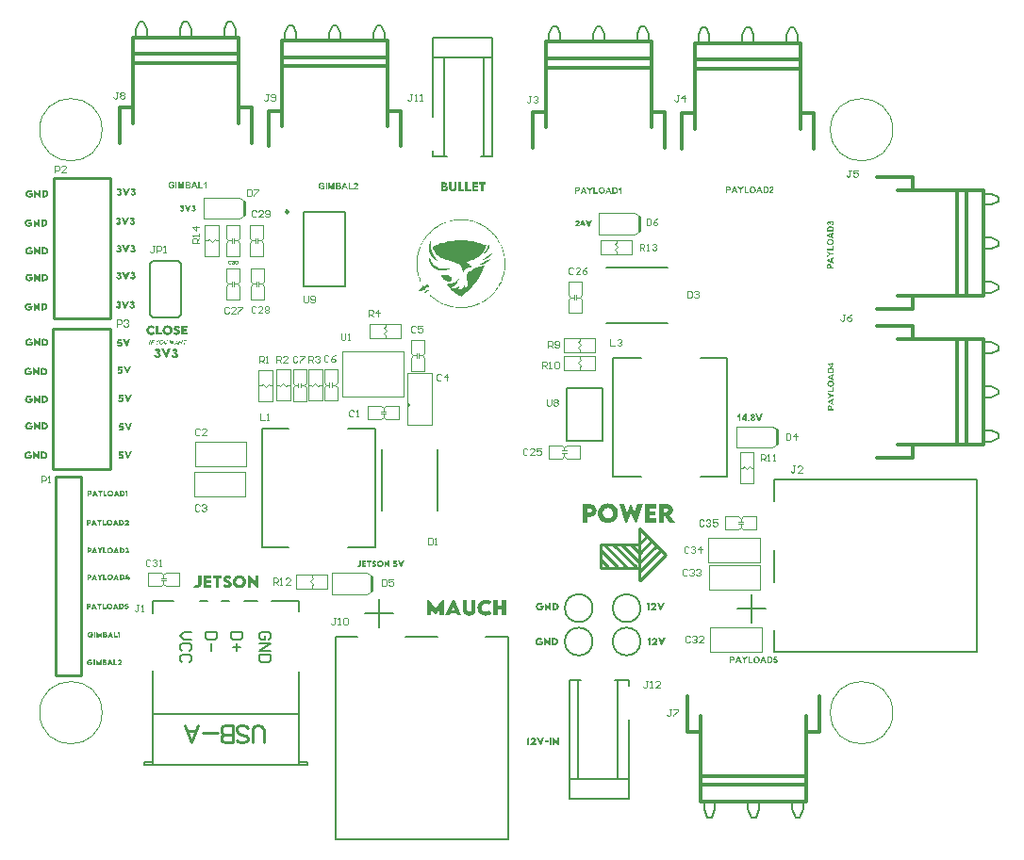
<source format=gbr>
%TF.GenerationSoftware,Altium Limited,Altium Designer,22.5.1 (42)*%
G04 Layer_Color=65535*
%FSLAX44Y44*%
%MOMM*%
%TF.SameCoordinates,01627914-4FCA-44A5-8146-F6A238B5A28C*%
%TF.FilePolarity,Positive*%
%TF.FileFunction,Legend,Top*%
%TF.Part,Single*%
G01*
G75*
%TA.AperFunction,NonConductor*%
%ADD58C,0.2000*%
%ADD59C,0.0600*%
%ADD60C,0.1000*%
%ADD61C,0.1500*%
%ADD92C,0.2500*%
%ADD93C,0.2540*%
%ADD94C,0.3000*%
%ADD95C,0.1270*%
%ADD96C,0.2032*%
%ADD97C,0.0500*%
G36*
X21055Y160005D02*
X21129Y159709D01*
X21055Y158004D01*
X20981Y157781D01*
X20795Y156929D01*
X20350Y155668D01*
X19980Y154853D01*
X19349Y153778D01*
X19312Y153741D01*
X19275Y153704D01*
X19201Y153555D01*
X19053Y153407D01*
X18979Y153259D01*
X18830Y153111D01*
X18756Y152962D01*
X18237Y152443D01*
X18163Y152295D01*
X17904Y152036D01*
X17756Y151961D01*
X17236Y151442D01*
X17088Y151368D01*
X16940Y151220D01*
X16792Y151146D01*
X16643Y150998D01*
X16495Y150923D01*
X15902Y150553D01*
X15383Y150479D01*
X15346Y150590D01*
X16050Y151517D01*
X16236Y151776D01*
X16384Y151924D01*
X16458Y152073D01*
X16606Y152221D01*
X16681Y152369D01*
X16829Y152517D01*
X16903Y152666D01*
X17051Y152814D01*
X17125Y152962D01*
X17867Y154000D01*
X17941Y154149D01*
X18460Y154964D01*
X18830Y155631D01*
X20239Y158523D01*
X20462Y159042D01*
X20610Y159412D01*
X20944Y160043D01*
X21055Y160005D01*
D02*
G37*
G36*
X24169Y152740D02*
X24094Y152221D01*
X23575Y151257D01*
X23094Y150553D01*
X22797Y150108D01*
X22686Y149997D01*
X22612Y149848D01*
X22575Y149811D01*
X22538Y149774D01*
X22315Y149552D01*
X22241Y149404D01*
X21796Y148959D01*
X21722Y148811D01*
X21240Y148329D01*
X21092Y148254D01*
X20647Y147810D01*
X20499Y147735D01*
X20276Y147513D01*
X20128Y147439D01*
X19980Y147291D01*
X19831Y147217D01*
X19312Y146846D01*
X19164Y146772D01*
X18571Y146401D01*
X17459Y145882D01*
X16940Y145660D01*
X16569Y145511D01*
X15828Y145289D01*
X14938Y145066D01*
X14197Y144992D01*
X14011Y145029D01*
X14086Y145252D01*
X14642Y145585D01*
X14790Y145660D01*
X15754Y146179D01*
X16421Y146549D01*
X17014Y146920D01*
X17162Y146994D01*
X17607Y147291D01*
X17756Y147365D01*
X18793Y148106D01*
X18942Y148180D01*
X19090Y148329D01*
X19238Y148403D01*
X19646Y148736D01*
X19980Y148996D01*
X20128Y149070D01*
X20424Y149367D01*
X20573Y149441D01*
X20869Y149737D01*
X21018Y149811D01*
X21537Y150330D01*
X21685Y150404D01*
X24057Y152777D01*
X24169Y152740D01*
D02*
G37*
G36*
X-31733Y161711D02*
X-31658Y160895D01*
X-31733Y160673D01*
X-31658Y156892D01*
X-31584Y156669D01*
X-31473Y155743D01*
X-31399Y155298D01*
X-31325Y154927D01*
X-31028Y153741D01*
X-30917Y153333D01*
X-30583Y152406D01*
X-30361Y151813D01*
X-29990Y150998D01*
X-29063Y149255D01*
X-28693Y148736D01*
X-28619Y148588D01*
X-27729Y147402D01*
X-27395Y146994D01*
X-27284Y146883D01*
X-27210Y146735D01*
X-26617Y146141D01*
X-26543Y145993D01*
X-24986Y144436D01*
X-24912Y144214D01*
X-25023Y144103D01*
X-25579Y144214D01*
X-26172Y144436D01*
X-27766Y145289D01*
X-28619Y145919D01*
X-28656Y145956D01*
X-28804Y146030D01*
X-28952Y146179D01*
X-29101Y146253D01*
X-29397Y146549D01*
X-29546Y146623D01*
X-30917Y147995D01*
X-30991Y148143D01*
X-31214Y148366D01*
X-31288Y148514D01*
X-31436Y148662D01*
X-31510Y148811D01*
X-31658Y148959D01*
X-31733Y149107D01*
X-32103Y149626D01*
X-32845Y151183D01*
X-32993Y151554D01*
X-33289Y152517D01*
X-33438Y153111D01*
X-33512Y153630D01*
X-33586Y153926D01*
X-33660Y155112D01*
X-33586Y157411D01*
X-33512Y157633D01*
X-33401Y158263D01*
X-33327Y158634D01*
X-33178Y159227D01*
X-33067Y159635D01*
X-32882Y160117D01*
X-32659Y160710D01*
X-32177Y161562D01*
X-32066Y161748D01*
X-31844Y161822D01*
X-31733Y161711D01*
D02*
G37*
G36*
X21944Y146586D02*
X21796Y146438D01*
X21500Y145919D01*
X20610Y144733D01*
X20276Y144325D01*
X19238Y143287D01*
X19090Y143213D01*
X18793Y142916D01*
X18645Y142842D01*
X18497Y142694D01*
X18349Y142620D01*
X18200Y142472D01*
X17681Y142175D01*
X17014Y141804D01*
X16050Y141360D01*
X15680Y141211D01*
X14493Y140841D01*
X13604Y140618D01*
X12899Y140507D01*
X12232Y140433D01*
X11009Y140396D01*
X10564Y140544D01*
X10453Y140655D01*
X10564Y140766D01*
X11083Y140989D01*
X11157D01*
X11194Y141026D01*
X12158Y141397D01*
X12751Y141619D01*
X13863Y142064D01*
X15198Y142657D01*
X16013Y143028D01*
X17793Y143991D01*
X19053Y144733D01*
X19646Y145104D01*
X20981Y145993D01*
X21537Y146401D01*
X21685Y146475D01*
X21833Y146623D01*
X21944Y146586D01*
D02*
G37*
G36*
X-33067Y146660D02*
X-32993Y146512D01*
X-32029Y144659D01*
X-31733Y144140D01*
X-31362Y143547D01*
X-31288Y143398D01*
X-30213Y141953D01*
X-30027Y141693D01*
X-29731Y141397D01*
X-29657Y141248D01*
X-28582Y140173D01*
X-28507D01*
X-28470Y140136D01*
X-28063Y139728D01*
X-27914Y139654D01*
X-27766Y139506D01*
X-27618Y139432D01*
X-27469Y139284D01*
X-27321Y139209D01*
X-26802Y138839D01*
X-24801Y137875D01*
X-24430Y137727D01*
X-22873Y137282D01*
X-21983Y137134D01*
X-21687Y137059D01*
X-19685Y136911D01*
X-17461Y136985D01*
X-17238Y137059D01*
X-16237Y137171D01*
X-15793Y137245D01*
X-15422Y137319D01*
X-14977Y137393D01*
X-14606Y137467D01*
X-14161Y137541D01*
X-14050Y137578D01*
X-14013Y137467D01*
X-14199Y137282D01*
X-15311Y136763D01*
X-15681Y136615D01*
X-17090Y136170D01*
X-18276Y135873D01*
X-19166Y135725D01*
X-19462Y135651D01*
X-20426Y135577D01*
X-20723Y135502D01*
X-23911Y135577D01*
X-24133Y135651D01*
X-24764Y135762D01*
X-25357Y135910D01*
X-26617Y136355D01*
X-26988Y136503D01*
X-28137Y137134D01*
X-29323Y138023D01*
X-29620Y138320D01*
X-29768Y138394D01*
X-30176Y138802D01*
X-30250Y138950D01*
X-30695Y139395D01*
X-30769Y139543D01*
X-30917Y139691D01*
X-30991Y139840D01*
X-31140Y139988D01*
X-31214Y140136D01*
X-31584Y140655D01*
X-31658Y140803D01*
X-32103Y141619D01*
X-32548Y142583D01*
X-32845Y143324D01*
X-33067Y144066D01*
X-33215Y144585D01*
X-33289Y144881D01*
X-33364Y145400D01*
X-33438Y145697D01*
X-33512Y146586D01*
X-33327Y146920D01*
X-33067Y146660D01*
D02*
G37*
G36*
X-2485Y162563D02*
X-186Y162489D01*
X36Y162415D01*
X1445Y162341D01*
X1667Y162267D01*
X2816Y162156D01*
X4818Y161859D01*
X6153Y161637D01*
X8006Y161266D01*
X8303Y161192D01*
X8673Y161118D01*
X8970Y161043D01*
X9341Y160969D01*
X10824Y160599D01*
X11231Y160487D01*
X12269Y160191D01*
X13011Y159968D01*
X14197Y159598D01*
X16162Y158893D01*
X17348Y158449D01*
X17718Y158300D01*
X17941Y158226D01*
X17793Y157633D01*
X17681Y157151D01*
X17607Y156855D01*
X17496Y156447D01*
X17162Y155520D01*
X16940Y154927D01*
X16569Y154111D01*
X15939Y152962D01*
X15568Y152443D01*
X15494Y152295D01*
X15346Y152147D01*
X15272Y151999D01*
X14938Y151591D01*
X14901Y151554D01*
Y151480D01*
X14456Y151035D01*
X14382Y150886D01*
X13381Y149886D01*
X13233Y149811D01*
X12788Y149367D01*
X12640Y149292D01*
X12418Y149070D01*
X12269Y148996D01*
X12121Y148848D01*
X11973Y148773D01*
X11824Y148625D01*
X11676Y148551D01*
X11528Y148403D01*
X11379Y148329D01*
X10342Y147587D01*
X9823Y147291D01*
X9378Y146994D01*
X9230Y146920D01*
X8636Y146549D01*
X6190Y145363D01*
X5523Y145066D01*
X5003Y144844D01*
X2409Y143806D01*
X1927Y143621D01*
X73Y142879D01*
X-742Y142435D01*
X-705Y142323D01*
X36Y142249D01*
X555Y142175D01*
X1259Y142064D01*
X1853Y141916D01*
X2557Y141582D01*
X2965Y141248D01*
X3261Y140952D01*
X3447Y140173D01*
X3632Y139914D01*
X4262Y139506D01*
X4670Y139172D01*
X4818Y139024D01*
X5115Y138431D01*
X5003Y138320D01*
X4707Y138246D01*
X3298Y138172D01*
X1853Y137986D01*
X1482Y137912D01*
X1185Y137838D01*
X147Y137467D01*
X-594Y137022D01*
X-853Y136837D01*
X-1484Y136207D01*
X-1558Y136059D01*
X-1780Y135836D01*
X-1854Y135688D01*
X-2225Y135169D01*
X-2744Y134205D01*
X-2929Y133946D01*
X-3115Y133983D01*
X-3263Y134502D01*
X-3337Y134798D01*
X-3597Y136466D01*
X-3671Y136837D01*
X-3893Y137727D01*
X-4116Y138320D01*
X-4264Y138690D01*
X-4820Y139617D01*
X-5154Y140025D01*
X-5265Y140136D01*
X-5339Y140284D01*
X-5450Y140396D01*
X-5598Y140470D01*
X-5895Y140766D01*
X-6043Y140841D01*
X-6488Y141137D01*
X-6636Y141211D01*
X-7155Y141508D01*
X-9602Y142694D01*
X-10343Y142991D01*
X-10825Y143176D01*
X-12123Y143584D01*
X-13087Y143880D01*
X-13606Y144029D01*
X-13902Y144103D01*
X-14421Y144251D01*
X-14718Y144325D01*
X-15237Y144473D01*
X-15533Y144547D01*
X-17609Y145141D01*
X-20093Y145993D01*
X-20908Y146290D01*
X-21650Y146586D01*
X-22465Y146957D01*
X-23763Y147661D01*
X-24207Y147958D01*
X-24356Y148032D01*
X-24504Y148180D01*
X-24652Y148254D01*
X-25319Y148773D01*
X-25468Y148922D01*
X-25616Y148996D01*
X-26209Y149589D01*
X-26358Y149663D01*
X-26469Y149774D01*
X-26543Y149923D01*
X-27136Y150516D01*
X-27210Y150664D01*
X-27358Y150812D01*
X-27432Y150961D01*
X-27655Y151183D01*
X-27729Y151331D01*
X-28100Y151850D01*
X-28174Y151999D01*
X-28545Y152592D01*
X-29286Y154149D01*
X-29508Y154668D01*
X-29657Y155038D01*
X-30101Y156447D01*
X-30250Y156966D01*
X-30213Y157151D01*
X-28137Y158041D01*
X-26654Y158634D01*
X-26172Y158819D01*
X-25357Y159116D01*
X-23170Y159820D01*
X-22206Y160117D01*
X-20649Y160562D01*
X-18573Y161081D01*
X-18091Y161192D01*
X-17794Y161266D01*
X-16312Y161562D01*
X-15867Y161637D01*
X-15496Y161711D01*
X-14161Y161933D01*
X-12123Y162193D01*
X-11604Y162267D01*
X-10640Y162341D01*
X-10343Y162415D01*
X-8601Y162526D01*
X-7192Y162600D01*
X-2707Y162638D01*
X-2485Y162563D01*
D02*
G37*
G36*
X-17312Y131351D02*
X-17090Y131277D01*
X-16460Y131165D01*
X-16163Y131091D01*
X-15755Y130980D01*
X-15385Y130832D01*
X-14903Y130646D01*
X-13754Y130016D01*
X-13606Y129868D01*
X-13457Y129794D01*
X-13124Y129460D01*
X-13049Y129312D01*
X-12827Y128793D01*
X-12790Y128385D01*
X-12938Y127570D01*
X-13272Y126939D01*
X-13606Y126532D01*
X-14124Y126013D01*
X-14792Y125716D01*
X-15385Y125568D01*
X-16497Y125642D01*
X-16719Y125716D01*
X-17201Y125901D01*
X-17572Y126050D01*
X-18388Y126420D01*
X-18499Y126532D01*
X-18832Y126717D01*
X-18869Y126754D01*
X-19018Y126828D01*
X-19166Y126976D01*
X-19314Y127051D01*
X-19537Y127273D01*
X-19685Y127347D01*
X-20463Y128126D01*
X-20538Y128274D01*
X-20834Y128570D01*
X-20908Y128719D01*
X-21056Y128867D01*
X-21131Y129015D01*
X-21427Y129460D01*
X-22169Y130943D01*
X-22057Y131054D01*
X-21353Y131165D01*
X-20908Y131239D01*
X-19907Y131351D01*
X-19166Y131425D01*
X-17312Y131351D01*
D02*
G37*
G36*
X-33957Y123232D02*
X-33883Y123084D01*
X-33364Y122268D01*
X-33289Y122120D01*
X-33141Y121750D01*
X-33215Y121601D01*
X-33475Y121342D01*
X-33623Y121268D01*
X-34439Y120749D01*
X-34587Y120674D01*
X-35032Y120378D01*
X-35180Y120304D01*
X-35625Y120007D01*
X-35773Y119933D01*
X-36218Y119637D01*
X-36366Y119563D01*
X-36700Y119303D01*
X-36626Y118487D01*
X-36255Y117969D01*
X-36181Y117820D01*
X-36070Y117635D01*
X-35403Y118006D01*
X-34587Y118525D01*
X-34290Y118450D01*
X-34179Y118339D01*
X-34105Y118191D01*
X-33809Y117746D01*
X-33734Y117450D01*
X-33994Y117190D01*
X-34142Y117116D01*
X-34958Y116597D01*
X-35106Y116523D01*
X-35291Y116412D01*
X-35217Y116189D01*
X-35403Y116152D01*
X-35625Y116226D01*
X-35773Y116078D01*
X-35921Y116004D01*
X-36737Y115485D01*
X-37182Y115262D01*
X-37367Y115448D01*
X-37664Y115967D01*
X-37812Y116189D01*
Y116263D01*
X-37738Y116560D01*
X-36552Y117301D01*
X-36329Y117450D01*
X-36700Y118117D01*
X-37034Y118525D01*
X-37590Y118784D01*
X-38405Y118265D01*
X-40778Y116782D01*
X-41185Y116597D01*
X-41482Y116671D01*
X-41741Y116931D01*
X-42334Y117969D01*
X-42409Y118265D01*
X-42149Y118599D01*
X-42001Y118673D01*
X-41185Y119192D01*
X-41037Y119266D01*
X-40592Y119563D01*
X-40444Y119637D01*
X-39999Y119933D01*
X-39851Y120007D01*
X-39406Y120304D01*
X-39258Y120378D01*
X-38924Y120638D01*
X-38998Y121824D01*
X-38924Y121972D01*
X-38887Y122009D01*
X-37960Y121305D01*
X-37849Y121268D01*
X-37034Y121787D01*
X-36885Y121861D01*
X-36440Y122157D01*
X-36292Y122232D01*
X-35847Y122528D01*
X-35699Y122602D01*
X-35254Y122899D01*
X-35106Y122973D01*
X-34661Y123269D01*
X-34290Y123418D01*
X-33957Y123232D01*
D02*
G37*
G36*
X16162Y139691D02*
X16013Y139321D01*
X15680Y138394D01*
X15457Y137801D01*
X14716Y135947D01*
X14345Y135132D01*
X14197Y134761D01*
X14011Y134353D01*
X12158Y130720D01*
X11787Y130053D01*
X11491Y129534D01*
X11120Y128941D01*
X11046Y128793D01*
X10749Y128348D01*
X10675Y128200D01*
X10304Y127681D01*
X10008Y127162D01*
X9637Y126643D01*
X9563Y126495D01*
X8117Y124530D01*
X7932Y124270D01*
X7413Y123603D01*
X7079Y123195D01*
X6894Y122936D01*
X6746Y122788D01*
X6672Y122639D01*
X6449Y122417D01*
X6375Y122268D01*
X6004Y121898D01*
X5930Y121750D01*
X5560Y121379D01*
X5485Y121231D01*
X4967Y120712D01*
X4892Y120563D01*
X3929Y119600D01*
X3854Y119451D01*
X2260Y117857D01*
X2112Y117783D01*
X1222Y116893D01*
X1074Y116819D01*
X555Y116300D01*
X407Y116226D01*
X36Y115856D01*
X-112Y115781D01*
X-483Y115411D01*
X-631Y115337D01*
X-853Y115114D01*
X-1002Y115040D01*
X-1298Y114743D01*
X-1447Y114669D01*
X-1669Y114447D01*
X-1817Y114373D01*
X-1966Y114224D01*
X-2114Y114150D01*
X-2336Y113928D01*
X-2485Y113854D01*
X-2633Y113705D01*
X-2781Y113631D01*
X-2929Y113483D01*
X-3078Y113409D01*
X-4635Y112297D01*
X-4931Y112371D01*
X-5747Y112816D01*
X-6414Y113187D01*
X-6933Y113483D01*
X-7748Y114002D01*
X-7897Y114076D01*
X-8416Y114447D01*
X-8564Y114521D01*
X-8712Y114669D01*
X-8861Y114743D01*
X-10306Y115818D01*
X-10417Y115930D01*
X-10566Y116004D01*
X-10862Y116300D01*
X-11011Y116375D01*
X-11233Y116597D01*
X-11381Y116671D01*
X-11974Y117264D01*
X-12123Y117338D01*
X-13791Y119006D01*
X-13828Y119044D01*
X-14161Y119377D01*
X-14236Y119525D01*
X-14681Y119970D01*
X-14755Y120119D01*
X-15051Y120415D01*
X-15125Y120563D01*
X-15422Y120860D01*
X-15496Y121008D01*
X-15644Y121157D01*
X-15718Y121305D01*
X-15867Y121453D01*
X-15941Y121601D01*
X-16089Y121750D01*
X-16163Y121898D01*
X-16312Y122046D01*
X-16386Y122194D01*
X-16534Y122343D01*
X-16608Y122491D01*
X-16979Y123010D01*
X-17127Y123307D01*
X-16237Y123381D01*
X-15422Y123455D01*
X-14087Y123677D01*
X-13791Y123751D01*
X-13383Y123862D01*
X-12234Y124270D01*
X-11418Y124641D01*
X-10788Y124975D01*
X-9676Y125716D01*
X-9268Y126050D01*
X-9009Y126235D01*
X-8564Y126680D01*
X-8416Y126754D01*
X-7860Y127310D01*
X-7786Y127458D01*
X-6711Y128533D01*
X-6525Y128496D01*
X-6451Y128200D01*
X-6525Y127977D01*
X-6636Y127570D01*
X-6822Y127088D01*
X-7637Y125531D01*
X-8267Y124604D01*
X-8564Y124159D01*
X-8675Y124048D01*
X-8749Y123900D01*
X-9046Y123603D01*
X-9120Y123455D01*
X-9713Y122862D01*
X-9787Y122713D01*
X-9898Y122602D01*
X-10047Y122528D01*
X-10640Y121935D01*
X-10788Y121861D01*
X-11011Y121638D01*
X-11159Y121564D01*
X-11381Y121342D01*
X-11530Y121268D01*
X-12048Y120897D01*
X-12197Y120823D01*
X-12790Y120452D01*
X-13161Y120230D01*
X-12790Y120081D01*
X-12271Y119933D01*
X-11974Y119859D01*
X-11455Y119785D01*
X-9602Y119859D01*
X-9380Y119933D01*
X-8675Y120193D01*
X-7674Y120749D01*
X-7526Y120897D01*
X-7378Y120971D01*
X-6451Y121898D01*
X-6377Y122046D01*
X-6191Y122232D01*
X-6117Y121935D01*
X-6080Y121379D01*
X-6154Y121157D01*
X-6266Y120600D01*
X-6414Y120230D01*
X-6525Y120119D01*
X-6822Y119600D01*
X-7229Y119192D01*
X-7378Y119118D01*
X-7526Y118969D01*
X-7934Y118784D01*
X-7897Y118673D01*
X-7415Y118562D01*
X-7044Y118487D01*
X-5673Y118450D01*
X-5450Y118525D01*
X-5042Y118636D01*
X-4672Y118784D01*
X-4042Y119118D01*
X-3634Y119451D01*
X-2966Y120119D01*
X-2892Y120267D01*
X-2596Y120712D01*
X-2299Y121453D01*
X-2151Y121972D01*
X-2077Y122268D01*
X-2003Y122862D01*
X-1891Y122899D01*
X-1780Y122788D01*
X-1706Y122639D01*
X-1558Y122491D01*
X-1187Y121675D01*
X-1113Y121379D01*
X-1039Y120860D01*
X-1113Y119896D01*
X-1187Y119748D01*
X-1076Y119711D01*
X184Y120378D01*
X852Y120897D01*
X1334Y121379D01*
X1556Y121898D01*
X1630Y122194D01*
X1704Y122713D01*
X1630Y124270D01*
X1556Y124493D01*
X1445Y124975D01*
X1371Y125271D01*
X1259Y125679D01*
X815Y127088D01*
X666Y127607D01*
X592Y127903D01*
X481Y128385D01*
X333Y129275D01*
X296Y131239D01*
X370Y131462D01*
X444Y131907D01*
X518Y132129D01*
X666Y132500D01*
X1111Y133315D01*
X1259Y133464D01*
X1334Y133612D01*
X1815Y134094D01*
X1964Y134168D01*
X2112Y134316D01*
X2260Y134390D01*
X2853Y134761D01*
X3002Y134835D01*
X3595Y135206D01*
X4262Y135577D01*
X4855Y135947D01*
X5671Y136392D01*
X6931Y137059D01*
X8488Y137801D01*
X9007Y138023D01*
X9748Y138320D01*
X11602Y138913D01*
X12121Y139061D01*
X12714Y139209D01*
X13196Y139321D01*
X13567Y139395D01*
X13863Y139469D01*
X14308Y139543D01*
X14679Y139617D01*
X15124Y139691D01*
X16087Y139840D01*
X16125Y139877D01*
X16162Y139691D01*
D02*
G37*
G36*
X-2559Y181543D02*
X-816Y181432D01*
X-149Y181358D01*
X1037Y181209D01*
X2816Y180913D01*
X3558Y180765D01*
X4151Y180616D01*
X4522Y180542D01*
X5708Y180246D01*
X6116Y180134D01*
X6412Y180060D01*
X7598Y179690D01*
X8970Y179208D01*
X9711Y178911D01*
X10304Y178689D01*
X10675Y178540D01*
X11491Y178170D01*
X11861Y178021D01*
X12269Y177836D01*
X14568Y176650D01*
X15605Y176057D01*
X16421Y175538D01*
X16569Y175464D01*
X17088Y175093D01*
X17607Y174796D01*
X17756Y174648D01*
X17904Y174574D01*
X19349Y173499D01*
X19609Y173314D01*
X20017Y172980D01*
X20276Y172795D01*
X20684Y172461D01*
X20869Y172276D01*
X21018Y172201D01*
X21388Y171831D01*
X21537Y171757D01*
X21907Y171386D01*
X22056Y171312D01*
X23316Y170051D01*
X23464Y169977D01*
X23575Y169866D01*
X23650Y169718D01*
X24910Y168457D01*
X24984Y168309D01*
X25355Y167938D01*
X25429Y167790D01*
X25800Y167419D01*
X25874Y167271D01*
X26244Y166901D01*
X26319Y166752D01*
X26467Y166604D01*
X26541Y166456D01*
X26763Y166233D01*
X26838Y166085D01*
X27060Y165863D01*
X27134Y165714D01*
X27282Y165566D01*
X27357Y165418D01*
X27505Y165269D01*
X27579Y165121D01*
X28691Y163564D01*
X28988Y163045D01*
X29284Y162600D01*
X29358Y162452D01*
X29655Y162007D01*
X30174Y161043D01*
X30470Y160525D01*
X31731Y157930D01*
X32027Y157262D01*
X32620Y155780D01*
X32806Y155298D01*
X33510Y153111D01*
X33584Y152814D01*
X33881Y151776D01*
X34103Y150886D01*
X34214Y150404D01*
X34289Y150034D01*
X34363Y149737D01*
X34437Y149367D01*
X34733Y147587D01*
X34956Y145808D01*
X35104Y143880D01*
X35141Y139617D01*
X35067Y139395D01*
X34956Y137653D01*
X34808Y136466D01*
X34733Y135799D01*
X34659Y135428D01*
X34437Y134094D01*
X34363Y133723D01*
X34289Y133427D01*
X34214Y133056D01*
X34140Y132759D01*
X34066Y132389D01*
X33844Y131499D01*
X33733Y131091D01*
X33658Y130795D01*
X33510Y130276D01*
X32657Y127792D01*
X32509Y127421D01*
X32287Y126828D01*
X31990Y126087D01*
X31805Y125679D01*
X31508Y125012D01*
X30100Y122268D01*
X29507Y121231D01*
X28098Y119081D01*
X27727Y118562D01*
X27653Y118413D01*
X27505Y118265D01*
X27431Y118117D01*
X27097Y117709D01*
X26912Y117450D01*
X26578Y117042D01*
X26393Y116782D01*
X26244Y116634D01*
X26170Y116486D01*
X25948Y116263D01*
X25874Y116115D01*
X25429Y115670D01*
X25355Y115522D01*
X24984Y115151D01*
X24910Y115003D01*
X23798Y113891D01*
X23724Y113743D01*
X23168Y113187D01*
X23019Y113112D01*
X21907Y112000D01*
X21759Y111926D01*
X21388Y111555D01*
X21240Y111481D01*
X20795Y111036D01*
X20647Y110962D01*
X20424Y110740D01*
X20276Y110666D01*
X20054Y110443D01*
X19906Y110369D01*
X19683Y110147D01*
X19535Y110073D01*
X19387Y109924D01*
X19238Y109850D01*
X19016Y109628D01*
X18868Y109554D01*
X17311Y108441D01*
X17162Y108367D01*
X16717Y108071D01*
X16569Y107997D01*
X16050Y107626D01*
X15235Y107181D01*
X14197Y106588D01*
X11305Y105179D01*
X10267Y104735D01*
X9897Y104586D01*
X9415Y104401D01*
X9044Y104253D01*
X6635Y103474D01*
X6116Y103326D01*
X5819Y103252D01*
X5300Y103104D01*
X4410Y102881D01*
X3929Y102770D01*
X3558Y102696D01*
X3261Y102622D01*
X2891Y102547D01*
X1556Y102325D01*
X1185Y102251D01*
X518Y102177D01*
X-668Y102029D01*
X-2596Y101880D01*
X-6859Y101843D01*
X-7081Y101917D01*
X-8824Y102029D01*
X-10603Y102251D01*
X-12382Y102547D01*
X-12679Y102622D01*
X-13420Y102770D01*
X-13717Y102844D01*
X-14087Y102918D01*
X-14681Y103066D01*
X-15088Y103178D01*
X-15385Y103252D01*
X-16423Y103548D01*
X-18462Y104253D01*
X-18832Y104401D01*
X-20018Y104846D01*
X-20426Y105031D01*
X-21464Y105476D01*
X-24059Y106811D01*
X-24726Y107181D01*
X-25319Y107552D01*
X-25468Y107626D01*
X-25913Y107923D01*
X-26061Y107997D01*
X-26506Y108293D01*
X-26654Y108367D01*
X-26802Y108516D01*
X-26951Y108590D01*
X-27469Y108961D01*
X-27618Y109035D01*
X-28804Y109924D01*
X-29731Y110629D01*
X-29842Y110740D01*
X-29990Y110814D01*
X-30361Y111185D01*
X-30509Y111259D01*
X-30806Y111555D01*
X-30954Y111629D01*
X-31473Y112149D01*
X-31621Y112223D01*
X-32548Y113149D01*
X-32474Y113298D01*
X-32140Y113631D01*
X-31992Y113557D01*
X-31325Y112890D01*
X-31177Y112816D01*
X-30509Y112149D01*
X-30361Y112074D01*
X-30064Y111778D01*
X-29916Y111704D01*
X-29546Y111333D01*
X-29397Y111259D01*
X-29101Y110962D01*
X-28952Y110888D01*
X-28804Y110740D01*
X-28656Y110666D01*
X-28507Y110517D01*
X-28359Y110443D01*
X-28211Y110295D01*
X-28063Y110221D01*
X-27914Y110073D01*
X-27766Y109999D01*
X-27618Y109850D01*
X-27469Y109776D01*
X-26432Y109035D01*
X-26283Y108961D01*
X-25838Y108664D01*
X-25690Y108590D01*
X-25245Y108293D01*
X-25097Y108219D01*
X-24652Y107923D01*
X-24504Y107848D01*
X-23170Y107107D01*
X-20575Y105847D01*
X-19537Y105402D01*
X-19166Y105254D01*
X-18684Y105068D01*
X-18091Y104846D01*
X-15904Y104141D01*
X-15385Y103993D01*
X-15088Y103919D01*
X-14569Y103771D01*
X-13680Y103548D01*
X-13198Y103437D01*
X-12827Y103363D01*
X-12530Y103289D01*
X-12160Y103215D01*
X-10380Y102918D01*
X-9713Y102844D01*
X-9120Y102770D01*
X-8453Y102696D01*
X-7415Y102622D01*
X-5932Y102547D01*
X-3671Y102510D01*
X-3448Y102584D01*
X-1150Y102659D01*
X-928Y102733D01*
X222Y102844D01*
X815Y102918D01*
X1778Y103066D01*
X2149Y103141D01*
X3039Y103289D01*
X3335Y103363D01*
X3706Y103437D01*
X4299Y103585D01*
X4670Y103660D01*
X5263Y103808D01*
X5671Y103919D01*
X6709Y104216D01*
X8970Y104994D01*
X10824Y105736D01*
X12195Y106366D01*
X14197Y107404D01*
X15235Y107997D01*
X16050Y108516D01*
X16199Y108590D01*
X16717Y108961D01*
X16866Y109035D01*
X17385Y109405D01*
X17533Y109480D01*
X18979Y110555D01*
X19238Y110740D01*
X19646Y111074D01*
X19906Y111259D01*
X20054Y111407D01*
X20202Y111481D01*
X20499Y111778D01*
X20647Y111852D01*
X21092Y112297D01*
X21240Y112371D01*
X21833Y112964D01*
X21981Y113038D01*
X24094Y115151D01*
X24169Y115299D01*
X24688Y115818D01*
X24762Y115967D01*
X25206Y116412D01*
X25281Y116560D01*
X25577Y116856D01*
X25651Y117005D01*
X25874Y117227D01*
X25948Y117375D01*
X26170Y117598D01*
X26244Y117746D01*
X26393Y117894D01*
X26467Y118043D01*
X26689Y118265D01*
X26763Y118413D01*
X27875Y119970D01*
X27950Y120119D01*
X28320Y120638D01*
X28394Y120786D01*
X28914Y121601D01*
X28988Y121750D01*
X29581Y122788D01*
X30396Y124345D01*
X30989Y125605D01*
X31360Y126420D01*
X31953Y127903D01*
X32139Y128385D01*
X32769Y130350D01*
X33214Y131907D01*
X33362Y132500D01*
X33473Y132982D01*
X33547Y133278D01*
X33621Y133649D01*
X33695Y133946D01*
X33844Y134835D01*
X33918Y135206D01*
X33992Y135651D01*
X34103Y136652D01*
X34177Y136948D01*
X34289Y138097D01*
X34363Y139061D01*
X34437Y140618D01*
X34474Y142805D01*
X34400Y143028D01*
X34326Y145326D01*
X34251Y145548D01*
X34140Y146698D01*
X34066Y147291D01*
X33918Y148254D01*
X33844Y148625D01*
X33770Y149070D01*
X33621Y149811D01*
X33547Y150108D01*
X33473Y150479D01*
X33325Y151072D01*
X33251Y151442D01*
X33139Y151850D01*
X32991Y152369D01*
X32917Y152666D01*
X32769Y153185D01*
X32287Y154556D01*
X31916Y155594D01*
X31620Y156336D01*
X31397Y156929D01*
X30656Y158560D01*
X29358Y161043D01*
X28765Y162081D01*
X28394Y162600D01*
X28320Y162749D01*
X27431Y164083D01*
X26356Y165529D01*
X26170Y165788D01*
X26059Y165974D01*
X26022Y166011D01*
X25800Y166233D01*
X25726Y166381D01*
X25503Y166604D01*
X25429Y166752D01*
X25058Y167123D01*
X24984Y167271D01*
X24613Y167642D01*
X24539Y167790D01*
X23724Y168606D01*
X23650Y168754D01*
X22204Y170200D01*
X22056Y170274D01*
X21314Y171015D01*
X21166Y171089D01*
X20721Y171534D01*
X20573Y171608D01*
X20202Y171979D01*
X20054Y172053D01*
X19831Y172276D01*
X19683Y172350D01*
X19461Y172572D01*
X19312Y172646D01*
X19164Y172795D01*
X19016Y172869D01*
X18793Y173091D01*
X18645Y173165D01*
X18497Y173314D01*
X18349Y173388D01*
X16792Y174500D01*
X16273Y174796D01*
X15754Y175167D01*
X14938Y175612D01*
X14419Y175908D01*
X13826Y176279D01*
X11676Y177317D01*
X10861Y177688D01*
X10342Y177910D01*
X9230Y178355D01*
X8748Y178540D01*
X6338Y179319D01*
X5819Y179467D01*
X5523Y179541D01*
X5003Y179690D01*
X4410Y179838D01*
X3929Y179949D01*
X3335Y180097D01*
X2965Y180171D01*
X2075Y180320D01*
X1704Y180394D01*
X1259Y180468D01*
X666Y180542D01*
X-334Y180653D01*
X-631Y180728D01*
X-2225Y180839D01*
X-4153Y180913D01*
X-5302Y180950D01*
X-5524Y180876D01*
X-8193Y180802D01*
X-8416Y180728D01*
X-9528Y180653D01*
X-9750Y180579D01*
X-10751Y180468D01*
X-11196Y180394D01*
X-11567Y180320D01*
X-12011Y180246D01*
X-13124Y180023D01*
X-13717Y179875D01*
X-14087Y179801D01*
X-14681Y179653D01*
X-15088Y179541D01*
X-16126Y179245D01*
X-18388Y178466D01*
X-19129Y178170D01*
X-19722Y177947D01*
X-20093Y177799D01*
X-21316Y177243D01*
X-23911Y175908D01*
X-24430Y175612D01*
X-25023Y175241D01*
X-25171Y175167D01*
X-26913Y174018D01*
X-27358Y173721D01*
X-27469Y173610D01*
X-27618Y173536D01*
X-28545Y172832D01*
X-28804Y172646D01*
X-28952Y172498D01*
X-29101Y172424D01*
X-29323Y172201D01*
X-29471Y172127D01*
X-29620Y171979D01*
X-29768Y171905D01*
X-30213Y171460D01*
X-30361Y171386D01*
X-30732Y171015D01*
X-30880Y170941D01*
X-31844Y169977D01*
X-31992Y169903D01*
X-32993Y168902D01*
X-33067Y168754D01*
X-33957Y167864D01*
X-34031Y167716D01*
X-34476Y167271D01*
X-34550Y167123D01*
X-34995Y166678D01*
X-35069Y166530D01*
X-35217Y166381D01*
X-35291Y166233D01*
X-35514Y166011D01*
X-35588Y165863D01*
X-35810Y165640D01*
X-35884Y165492D01*
X-36033Y165344D01*
X-36107Y165195D01*
X-36255Y165047D01*
X-36329Y164899D01*
X-36477Y164750D01*
X-36552Y164602D01*
X-37293Y163564D01*
X-37367Y163416D01*
X-37738Y162897D01*
X-37812Y162749D01*
X-38109Y162304D01*
X-38183Y162156D01*
X-38553Y161562D01*
X-38628Y161414D01*
X-38924Y160895D01*
X-39295Y160228D01*
X-40629Y157485D01*
X-40926Y156818D01*
X-41074Y156447D01*
X-41259Y155965D01*
X-41556Y155224D01*
X-42260Y153036D01*
X-42705Y151480D01*
X-42853Y150886D01*
X-42965Y150404D01*
X-43039Y150108D01*
X-43261Y148996D01*
X-43335Y148551D01*
X-43410Y148180D01*
X-43484Y147735D01*
X-43706Y145956D01*
X-43780Y145215D01*
X-43854Y144251D01*
X-43966Y141174D01*
X-43891Y140952D01*
X-43817Y138209D01*
X-43743Y137986D01*
X-43632Y136837D01*
X-43558Y136244D01*
X-43410Y135280D01*
X-43335Y134835D01*
X-43261Y134465D01*
X-43187Y134020D01*
X-43113Y133649D01*
X-43039Y133352D01*
X-42965Y132982D01*
X-42520Y131202D01*
X-42334Y130572D01*
X-42186Y130053D01*
X-41334Y127644D01*
X-41185Y127273D01*
X-40926Y126643D01*
X-40629Y125901D01*
X-40740Y125790D01*
X-41185Y125568D01*
X-41297Y125679D01*
X-41482Y126161D01*
X-41630Y126532D01*
X-41890Y127162D01*
X-42038Y127533D01*
X-42223Y128014D01*
X-42742Y129497D01*
X-42816Y129794D01*
X-42928Y130202D01*
X-43150Y130943D01*
X-43298Y131462D01*
X-43521Y132352D01*
X-43632Y132833D01*
X-43780Y133427D01*
X-43854Y133797D01*
X-43928Y134242D01*
X-44003Y134613D01*
X-44077Y135058D01*
X-44151Y135428D01*
X-44262Y136429D01*
X-44336Y136726D01*
X-44447Y137801D01*
X-44522Y138765D01*
X-44596Y140025D01*
X-44633Y143695D01*
X-44559Y143917D01*
X-44447Y145660D01*
X-44373Y146253D01*
X-44299Y146920D01*
X-44225Y147513D01*
X-44003Y148848D01*
X-43928Y149218D01*
X-43854Y149663D01*
X-43780Y149960D01*
X-43706Y150330D01*
X-43632Y150627D01*
X-43558Y150998D01*
X-43335Y151887D01*
X-43224Y152295D01*
X-43150Y152592D01*
X-43002Y153111D01*
X-42075Y155817D01*
X-41778Y156558D01*
X-41556Y157151D01*
X-41371Y157559D01*
X-41074Y158226D01*
X-39443Y161414D01*
X-39146Y161933D01*
X-38776Y162526D01*
X-38702Y162675D01*
X-38405Y163119D01*
X-38331Y163268D01*
X-37960Y163787D01*
X-37886Y163935D01*
X-37145Y164973D01*
X-37071Y165121D01*
X-36922Y165269D01*
X-36848Y165418D01*
X-36700Y165566D01*
X-36626Y165714D01*
X-36477Y165863D01*
X-36403Y166011D01*
X-36181Y166233D01*
X-36107Y166381D01*
X-35884Y166604D01*
X-35810Y166752D01*
X-35662Y166901D01*
X-35588Y167049D01*
X-35217Y167419D01*
X-35143Y167568D01*
X-34772Y167938D01*
X-34698Y168087D01*
X-34253Y168531D01*
X-34179Y168680D01*
X-31621Y171238D01*
X-31473Y171312D01*
X-31028Y171757D01*
X-30880Y171831D01*
X-30509Y172201D01*
X-30361Y172276D01*
X-29990Y172646D01*
X-29842Y172720D01*
X-29694Y172869D01*
X-29546Y172943D01*
X-29323Y173165D01*
X-29175Y173239D01*
X-28952Y173462D01*
X-28804Y173536D01*
X-28656Y173684D01*
X-28507Y173758D01*
X-28359Y173907D01*
X-28211Y173981D01*
X-28063Y174129D01*
X-27914Y174203D01*
X-26876Y174945D01*
X-26728Y175019D01*
X-26209Y175389D01*
X-25690Y175686D01*
X-25097Y176057D01*
X-24949Y176131D01*
X-23911Y176724D01*
X-20575Y178355D01*
X-19907Y178652D01*
X-19425Y178837D01*
X-18684Y179133D01*
X-16052Y179986D01*
X-15014Y180283D01*
X-13828Y180579D01*
X-13346Y180690D01*
X-12975Y180765D01*
X-12679Y180839D01*
X-12308Y180913D01*
X-10529Y181209D01*
X-9936Y181283D01*
X-9268Y181358D01*
X-8675Y181432D01*
X-6748Y181580D01*
X-2781Y181617D01*
X-2559Y181543D01*
D02*
G37*
G36*
X-82463Y-125294D02*
X-82248Y-125323D01*
X-82063Y-125372D01*
X-81907Y-125411D01*
X-81780Y-125460D01*
X-81682Y-125509D01*
X-81624Y-125538D01*
X-81614Y-125548D01*
X-81604D01*
X-81448Y-125645D01*
X-81312Y-125762D01*
X-81204Y-125870D01*
X-81117Y-125977D01*
X-81058Y-126074D01*
X-81009Y-126152D01*
X-80990Y-126201D01*
X-80980Y-126211D01*
Y-126221D01*
X-81819Y-127030D01*
X-81877Y-126952D01*
X-81936Y-126894D01*
X-82004Y-126835D01*
X-82063Y-126796D01*
X-82121Y-126757D01*
X-82170Y-126738D01*
X-82199Y-126718D01*
X-82209D01*
X-82297Y-126679D01*
X-82385Y-126660D01*
X-82472Y-126640D01*
X-82541Y-126621D01*
X-82599D01*
X-82638Y-126611D01*
X-82677D01*
X-82833Y-126630D01*
X-82892Y-126650D01*
X-82950Y-126669D01*
X-82989Y-126689D01*
X-83019Y-126699D01*
X-83038Y-126718D01*
X-83048D01*
X-83097Y-126757D01*
X-83126Y-126796D01*
X-83174Y-126874D01*
X-83194Y-126933D01*
Y-126952D01*
Y-126962D01*
X-83174Y-127021D01*
X-83145Y-127079D01*
X-83106Y-127128D01*
X-83057Y-127177D01*
X-83009Y-127206D01*
X-82960Y-127235D01*
X-82931Y-127245D01*
X-82921Y-127255D01*
X-82814Y-127303D01*
X-82697Y-127352D01*
X-82580Y-127401D01*
X-82463Y-127440D01*
X-82365Y-127489D01*
X-82287Y-127518D01*
X-82228Y-127537D01*
X-82209Y-127547D01*
X-81975Y-127654D01*
X-81770Y-127762D01*
X-81585Y-127879D01*
X-81438Y-127986D01*
X-81321Y-128084D01*
X-81234Y-128162D01*
X-81185Y-128210D01*
X-81165Y-128220D01*
Y-128230D01*
X-81039Y-128396D01*
X-80941Y-128562D01*
X-80873Y-128737D01*
X-80824Y-128893D01*
X-80795Y-129039D01*
X-80785Y-129147D01*
X-80775Y-129196D01*
Y-129225D01*
Y-129244D01*
Y-129254D01*
X-80785Y-129439D01*
X-80824Y-129615D01*
X-80863Y-129771D01*
X-80921Y-129908D01*
X-80970Y-130015D01*
X-81019Y-130093D01*
X-81058Y-130142D01*
X-81068Y-130161D01*
X-81185Y-130298D01*
X-81302Y-130415D01*
X-81429Y-130512D01*
X-81555Y-130600D01*
X-81663Y-130659D01*
X-81750Y-130707D01*
X-81809Y-130737D01*
X-81819Y-130746D01*
X-81828D01*
X-82004Y-130815D01*
X-82189Y-130863D01*
X-82355Y-130893D01*
X-82511Y-130912D01*
X-82648Y-130932D01*
X-82755Y-130941D01*
X-82853D01*
X-83106Y-130932D01*
X-83340Y-130903D01*
X-83545Y-130854D01*
X-83730Y-130805D01*
X-83886Y-130766D01*
X-83945Y-130737D01*
X-83994Y-130717D01*
X-84033Y-130698D01*
X-84062Y-130688D01*
X-84082Y-130678D01*
X-84091D01*
X-84277Y-130571D01*
X-84443Y-130444D01*
X-84579Y-130327D01*
X-84677Y-130210D01*
X-84764Y-130103D01*
X-84813Y-130025D01*
X-84852Y-129966D01*
X-84862Y-129956D01*
Y-129947D01*
X-83974Y-129079D01*
X-83906Y-129166D01*
X-83828Y-129244D01*
X-83750Y-129313D01*
X-83672Y-129371D01*
X-83604Y-129420D01*
X-83555Y-129449D01*
X-83516Y-129469D01*
X-83506Y-129478D01*
X-83399Y-129527D01*
X-83282Y-129557D01*
X-83174Y-129586D01*
X-83077Y-129605D01*
X-82989Y-129615D01*
X-82921Y-129625D01*
X-82862D01*
X-82697Y-129615D01*
X-82619Y-129595D01*
X-82560Y-129576D01*
X-82501Y-129566D01*
X-82463Y-129547D01*
X-82443Y-129537D01*
X-82433D01*
X-82375Y-129498D01*
X-82326Y-129459D01*
X-82287Y-129420D01*
X-82268Y-129381D01*
X-82248Y-129342D01*
X-82238Y-129313D01*
Y-129293D01*
Y-129283D01*
X-82258Y-129205D01*
X-82297Y-129127D01*
X-82355Y-129059D01*
X-82423Y-129001D01*
X-82482Y-128952D01*
X-82541Y-128913D01*
X-82580Y-128893D01*
X-82589Y-128883D01*
X-82843Y-128737D01*
X-82979Y-128679D01*
X-83097Y-128620D01*
X-83194Y-128571D01*
X-83282Y-128532D01*
X-83331Y-128513D01*
X-83340Y-128503D01*
X-83350D01*
X-83545Y-128415D01*
X-83721Y-128318D01*
X-83877Y-128220D01*
X-84004Y-128123D01*
X-84111Y-128035D01*
X-84189Y-127967D01*
X-84238Y-127928D01*
X-84257Y-127908D01*
X-84384Y-127752D01*
X-84472Y-127596D01*
X-84540Y-127430D01*
X-84589Y-127264D01*
X-84618Y-127128D01*
X-84628Y-127011D01*
X-84638Y-126972D01*
Y-126943D01*
Y-126923D01*
Y-126913D01*
X-84628Y-126777D01*
X-84608Y-126650D01*
X-84540Y-126426D01*
X-84443Y-126221D01*
X-84345Y-126055D01*
X-84238Y-125918D01*
X-84150Y-125821D01*
X-84111Y-125792D01*
X-84082Y-125762D01*
X-84072Y-125743D01*
X-84062D01*
X-83955Y-125665D01*
X-83838Y-125597D01*
X-83604Y-125479D01*
X-83379Y-125401D01*
X-83165Y-125343D01*
X-82970Y-125314D01*
X-82892Y-125304D01*
X-82823Y-125294D01*
X-82765Y-125284D01*
X-82687D01*
X-82463Y-125294D01*
D02*
G37*
G36*
X-58215Y-130922D02*
X-58878D01*
X-61405Y-125372D01*
X-59824D01*
X-58556Y-128347D01*
X-57279Y-125372D01*
X-55679D01*
X-58215Y-130922D01*
D02*
G37*
G36*
X-94274Y-128757D02*
X-94284Y-128932D01*
X-94313Y-129098D01*
X-94342Y-129254D01*
X-94391Y-129400D01*
X-94440Y-129547D01*
X-94499Y-129674D01*
X-94557Y-129790D01*
X-94625Y-129898D01*
X-94684Y-129995D01*
X-94742Y-130083D01*
X-94801Y-130151D01*
X-94850Y-130220D01*
X-94898Y-130268D01*
X-94928Y-130298D01*
X-94947Y-130317D01*
X-94957Y-130327D01*
X-95084Y-130434D01*
X-95220Y-130532D01*
X-95357Y-130610D01*
X-95503Y-130678D01*
X-95640Y-130737D01*
X-95776Y-130785D01*
X-96039Y-130863D01*
X-96166Y-130893D01*
X-96274Y-130912D01*
X-96381Y-130932D01*
X-96469Y-130941D01*
X-96537D01*
X-96586Y-130951D01*
X-96820D01*
X-96947Y-130941D01*
X-97073Y-130932D01*
X-97171Y-130912D01*
X-97259Y-130903D01*
X-97327Y-130883D01*
X-97366Y-130873D01*
X-97386D01*
X-97620Y-130785D01*
X-97717Y-130737D01*
X-97815Y-130698D01*
X-97893Y-130659D01*
X-97951Y-130620D01*
X-97990Y-130600D01*
X-98000Y-130590D01*
X-97268Y-129381D01*
X-97161Y-129459D01*
X-97073Y-129508D01*
X-97015Y-129537D01*
X-97005Y-129547D01*
X-96995D01*
X-96888Y-129576D01*
X-96781Y-129586D01*
X-96732Y-129595D01*
X-96635D01*
X-96498Y-129576D01*
X-96371Y-129547D01*
X-96264Y-129508D01*
X-96166Y-129459D01*
X-96088Y-129420D01*
X-96039Y-129381D01*
X-96000Y-129352D01*
X-95991Y-129342D01*
X-95903Y-129244D01*
X-95844Y-129147D01*
X-95796Y-129049D01*
X-95766Y-128961D01*
X-95747Y-128874D01*
X-95737Y-128815D01*
X-95727Y-128776D01*
Y-128757D01*
X-95757Y-125372D01*
X-94294D01*
X-94274Y-128757D01*
D02*
G37*
G36*
X-62224Y-126669D02*
X-64214D01*
X-64301Y-127264D01*
X-64184Y-127216D01*
X-64077Y-127177D01*
X-64038Y-127167D01*
X-63999Y-127157D01*
X-63980Y-127147D01*
X-63970D01*
X-63823Y-127128D01*
X-63687Y-127108D01*
X-63550D01*
X-63394Y-127118D01*
X-63258Y-127138D01*
X-62994Y-127196D01*
X-62770Y-127284D01*
X-62585Y-127381D01*
X-62497Y-127430D01*
X-62429Y-127479D01*
X-62370Y-127518D01*
X-62321Y-127567D01*
X-62282Y-127596D01*
X-62253Y-127625D01*
X-62243Y-127635D01*
X-62234Y-127645D01*
X-62146Y-127742D01*
X-62068Y-127850D01*
X-62000Y-127967D01*
X-61941Y-128074D01*
X-61853Y-128298D01*
X-61795Y-128513D01*
X-61756Y-128698D01*
X-61746Y-128776D01*
X-61736Y-128844D01*
X-61726Y-128903D01*
Y-128942D01*
Y-128971D01*
Y-128981D01*
X-61736Y-129147D01*
X-61756Y-129303D01*
X-61795Y-129449D01*
X-61834Y-129586D01*
X-61882Y-129712D01*
X-61931Y-129830D01*
X-61990Y-129937D01*
X-62048Y-130034D01*
X-62107Y-130122D01*
X-62155Y-130200D01*
X-62214Y-130268D01*
X-62253Y-130317D01*
X-62292Y-130356D01*
X-62321Y-130386D01*
X-62341Y-130405D01*
X-62351Y-130415D01*
X-62468Y-130503D01*
X-62585Y-130590D01*
X-62712Y-130659D01*
X-62838Y-130717D01*
X-63092Y-130815D01*
X-63336Y-130883D01*
X-63453Y-130903D01*
X-63550Y-130922D01*
X-63648Y-130932D01*
X-63726Y-130941D01*
X-63794Y-130951D01*
X-63882D01*
X-64116Y-130941D01*
X-64331Y-130912D01*
X-64535Y-130863D01*
X-64711Y-130815D01*
X-64857Y-130756D01*
X-64916Y-130737D01*
X-64965Y-130717D01*
X-65004Y-130698D01*
X-65033Y-130678D01*
X-65052Y-130668D01*
X-65062D01*
X-65257Y-130542D01*
X-65423Y-130395D01*
X-65579Y-130239D01*
X-65706Y-130083D01*
X-65803Y-129947D01*
X-65881Y-129839D01*
X-65901Y-129790D01*
X-65920Y-129761D01*
X-65940Y-129742D01*
Y-129732D01*
X-64750Y-129205D01*
X-64623Y-129342D01*
X-64516Y-129439D01*
X-64467Y-129469D01*
X-64428Y-129498D01*
X-64409Y-129508D01*
X-64399Y-129517D01*
X-64321Y-129557D01*
X-64253Y-129576D01*
X-64116Y-129615D01*
X-64057D01*
X-64019Y-129625D01*
X-63980D01*
X-63872Y-129615D01*
X-63775Y-129595D01*
X-63687Y-129576D01*
X-63609Y-129537D01*
X-63550Y-129508D01*
X-63502Y-129488D01*
X-63472Y-129469D01*
X-63463Y-129459D01*
X-63394Y-129391D01*
X-63336Y-129303D01*
X-63297Y-129215D01*
X-63267Y-129137D01*
X-63248Y-129059D01*
X-63238Y-129001D01*
Y-128961D01*
Y-128942D01*
X-63248Y-128825D01*
X-63277Y-128727D01*
X-63316Y-128640D01*
X-63355Y-128571D01*
X-63394Y-128523D01*
X-63433Y-128484D01*
X-63453Y-128464D01*
X-63463Y-128454D01*
X-63541Y-128396D01*
X-63638Y-128357D01*
X-63726Y-128328D01*
X-63814Y-128308D01*
X-63892Y-128298D01*
X-63950Y-128288D01*
X-64009D01*
X-64214Y-128308D01*
X-64301Y-128328D01*
X-64389Y-128337D01*
X-64457Y-128357D01*
X-64516Y-128376D01*
X-64555Y-128386D01*
X-64565D01*
X-64662Y-128425D01*
X-64750Y-128464D01*
X-64828Y-128503D01*
X-64886Y-128542D01*
X-64945Y-128581D01*
X-64984Y-128610D01*
X-65004Y-128630D01*
X-65013Y-128640D01*
X-65667Y-128279D01*
X-65247Y-125372D01*
X-62224D01*
Y-126669D01*
D02*
G37*
G36*
X-85194Y-126728D02*
X-86520D01*
Y-130873D01*
X-87973D01*
Y-126728D01*
X-89300D01*
Y-125372D01*
X-85194D01*
Y-126728D01*
D02*
G37*
G36*
X-89788D02*
X-91924D01*
Y-127498D01*
X-90168D01*
Y-128708D01*
X-91924D01*
Y-129517D01*
X-89788D01*
Y-130873D01*
X-93357D01*
Y-125372D01*
X-89788D01*
Y-126728D01*
D02*
G37*
G36*
X-70261Y-128045D02*
Y-125362D01*
X-68808D01*
Y-130922D01*
X-69266D01*
X-72104Y-128181D01*
Y-130873D01*
X-73558D01*
Y-125314D01*
X-73089D01*
X-70261Y-128045D01*
D02*
G37*
G36*
X-77000Y-125236D02*
X-76708Y-125275D01*
X-76445Y-125333D01*
X-76328Y-125372D01*
X-76220Y-125401D01*
X-76113Y-125440D01*
X-76025Y-125479D01*
X-75957Y-125509D01*
X-75889Y-125538D01*
X-75840Y-125557D01*
X-75801Y-125577D01*
X-75781Y-125597D01*
X-75772D01*
X-75528Y-125753D01*
X-75313Y-125918D01*
X-75128Y-126094D01*
X-74972Y-126260D01*
X-74855Y-126406D01*
X-74806Y-126474D01*
X-74757Y-126533D01*
X-74728Y-126572D01*
X-74708Y-126611D01*
X-74689Y-126630D01*
Y-126640D01*
X-74552Y-126894D01*
X-74455Y-127147D01*
X-74387Y-127401D01*
X-74338Y-127625D01*
X-74318Y-127732D01*
X-74309Y-127830D01*
X-74299Y-127908D01*
Y-127986D01*
X-74289Y-128045D01*
Y-128084D01*
Y-128113D01*
Y-128123D01*
X-74309Y-128425D01*
X-74348Y-128708D01*
X-74416Y-128952D01*
X-74484Y-129176D01*
X-74523Y-129274D01*
X-74562Y-129352D01*
X-74591Y-129430D01*
X-74630Y-129488D01*
X-74650Y-129537D01*
X-74669Y-129576D01*
X-74689Y-129595D01*
Y-129605D01*
X-74855Y-129839D01*
X-75030Y-130044D01*
X-75206Y-130220D01*
X-75381Y-130366D01*
X-75538Y-130473D01*
X-75596Y-130522D01*
X-75655Y-130561D01*
X-75703Y-130590D01*
X-75742Y-130610D01*
X-75762Y-130629D01*
X-75772D01*
X-76035Y-130756D01*
X-76298Y-130844D01*
X-76552Y-130912D01*
X-76796Y-130951D01*
X-76903Y-130971D01*
X-77000Y-130981D01*
X-77088Y-130990D01*
X-77166D01*
X-77225Y-131000D01*
X-77313D01*
X-77625Y-130981D01*
X-77917Y-130941D01*
X-78181Y-130883D01*
X-78307Y-130854D01*
X-78415Y-130815D01*
X-78512Y-130776D01*
X-78600Y-130746D01*
X-78678Y-130717D01*
X-78746Y-130688D01*
X-78795Y-130659D01*
X-78834Y-130649D01*
X-78854Y-130629D01*
X-78863D01*
X-79107Y-130483D01*
X-79322Y-130317D01*
X-79507Y-130142D01*
X-79663Y-129976D01*
X-79780Y-129830D01*
X-79829Y-129771D01*
X-79868Y-129712D01*
X-79907Y-129664D01*
X-79927Y-129635D01*
X-79936Y-129615D01*
X-79946Y-129605D01*
X-80073Y-129352D01*
X-80170Y-129098D01*
X-80239Y-128844D01*
X-80288Y-128620D01*
X-80307Y-128513D01*
X-80317Y-128415D01*
X-80326Y-128337D01*
Y-128259D01*
X-80336Y-128201D01*
Y-128162D01*
Y-128132D01*
Y-128123D01*
X-80317Y-127820D01*
X-80278Y-127537D01*
X-80209Y-127294D01*
X-80131Y-127069D01*
X-80102Y-126972D01*
X-80063Y-126894D01*
X-80024Y-126816D01*
X-79995Y-126757D01*
X-79975Y-126708D01*
X-79956Y-126669D01*
X-79936Y-126650D01*
Y-126640D01*
X-79770Y-126406D01*
X-79595Y-126201D01*
X-79419Y-126016D01*
X-79254Y-125870D01*
X-79097Y-125753D01*
X-79029Y-125704D01*
X-78971Y-125665D01*
X-78932Y-125635D01*
X-78893Y-125616D01*
X-78873Y-125597D01*
X-78863D01*
X-78600Y-125470D01*
X-78337Y-125372D01*
X-78073Y-125304D01*
X-77830Y-125265D01*
X-77722Y-125245D01*
X-77625Y-125236D01*
X-77537Y-125226D01*
X-77459D01*
X-77400Y-125216D01*
X-77313D01*
X-77000Y-125236D01*
D02*
G37*
G36*
X110560Y175000D02*
X109897D01*
X107371Y180550D01*
X108951D01*
X110219Y177575D01*
X111496Y180550D01*
X113096D01*
X110560Y175000D01*
D02*
G37*
G36*
X104259Y177312D02*
X105157D01*
Y178521D01*
X106610D01*
Y177312D01*
X107146D01*
Y176014D01*
X106610D01*
Y175049D01*
X105157D01*
Y176014D01*
X102211D01*
X104074Y180579D01*
X105556D01*
X104259Y177312D01*
D02*
G37*
G36*
X99890Y180657D02*
X100046Y180638D01*
X100338Y180569D01*
X100475Y180520D01*
X100602Y180472D01*
X100709Y180413D01*
X100816Y180364D01*
X100904Y180306D01*
X100992Y180257D01*
X101060Y180208D01*
X101119Y180160D01*
X101167Y180121D01*
X101197Y180101D01*
X101216Y180082D01*
X101226Y180072D01*
X101333Y179965D01*
X101421Y179848D01*
X101499Y179730D01*
X101577Y179604D01*
X101636Y179487D01*
X101684Y179370D01*
X101753Y179145D01*
X101782Y179048D01*
X101801Y178950D01*
X101821Y178872D01*
X101831Y178794D01*
Y178736D01*
X101840Y178697D01*
Y178667D01*
Y178658D01*
X101831Y178531D01*
X101811Y178404D01*
X101753Y178170D01*
X101674Y177955D01*
X101587Y177760D01*
X101499Y177595D01*
X101450Y177536D01*
X101421Y177477D01*
X101392Y177429D01*
X101362Y177399D01*
X101353Y177380D01*
X101343Y177370D01*
X101158Y177156D01*
X100953Y176970D01*
X100758Y176795D01*
X100572Y176658D01*
X100407Y176541D01*
X100338Y176492D01*
X100280Y176453D01*
X100231Y176424D01*
X100192Y176404D01*
X100173Y176385D01*
X101909D01*
Y175049D01*
X97500D01*
Y175576D01*
X97783Y175810D01*
X98036Y176034D01*
X98280Y176239D01*
X98505Y176424D01*
X98700Y176600D01*
X98885Y176765D01*
X99041Y176912D01*
X99187Y177048D01*
X99314Y177165D01*
X99422Y177263D01*
X99509Y177351D01*
X99587Y177419D01*
X99646Y177477D01*
X99685Y177516D01*
X99704Y177536D01*
X99714Y177546D01*
X99831Y177673D01*
X99938Y177789D01*
X100026Y177897D01*
X100104Y178004D01*
X100163Y178102D01*
X100221Y178180D01*
X100260Y178258D01*
X100299Y178336D01*
X100348Y178453D01*
X100368Y178531D01*
X100377Y178580D01*
Y178599D01*
X100368Y178697D01*
X100338Y178794D01*
X100309Y178872D01*
X100280Y178941D01*
X100241Y178999D01*
X100211Y179038D01*
X100192Y179067D01*
X100182Y179077D01*
X100114Y179145D01*
X100036Y179194D01*
X99958Y179233D01*
X99890Y179262D01*
X99821Y179282D01*
X99773Y179292D01*
X99724D01*
X99587Y179282D01*
X99470Y179243D01*
X99363Y179204D01*
X99265Y179155D01*
X99197Y179106D01*
X99139Y179067D01*
X99100Y179038D01*
X99090Y179028D01*
X99002Y178931D01*
X98934Y178823D01*
X98885Y178716D01*
X98846Y178619D01*
X98827Y178531D01*
X98817Y178463D01*
X98807Y178414D01*
Y178394D01*
X97627Y178784D01*
X97637Y178970D01*
X97676Y179145D01*
X97715Y179301D01*
X97773Y179438D01*
X97822Y179555D01*
X97871Y179643D01*
X97900Y179692D01*
X97910Y179711D01*
X98027Y179867D01*
X98144Y180004D01*
X98271Y180121D01*
X98388Y180218D01*
X98495Y180296D01*
X98583Y180355D01*
X98641Y180394D01*
X98651Y180403D01*
X98661D01*
X98846Y180491D01*
X99031Y180560D01*
X99207Y180599D01*
X99373Y180638D01*
X99509Y180657D01*
X99626Y180667D01*
X99724D01*
X99890Y180657D01*
D02*
G37*
G36*
X263635Y117D02*
X262240D01*
X259948Y6525D01*
X261343D01*
X262972Y1785D01*
X264532Y6525D01*
X265917D01*
X263635Y117D01*
D02*
G37*
G36*
X254350D02*
X253121D01*
Y1346D01*
X254350D01*
Y117D01*
D02*
G37*
G36*
X251492Y2477D02*
X252282D01*
Y1405D01*
X251492D01*
Y117D01*
X250302D01*
Y1405D01*
X247678D01*
Y2468D01*
X250458Y6545D01*
X251492D01*
Y2477D01*
D02*
G37*
G36*
X246069Y117D02*
X244840D01*
Y4740D01*
X244830Y4730D01*
X244811Y4711D01*
X244772Y4682D01*
X244723Y4633D01*
X244655Y4584D01*
X244576Y4526D01*
X244489Y4457D01*
X244381Y4389D01*
X244274Y4311D01*
X244147Y4233D01*
X243884Y4087D01*
X243582Y3941D01*
X243250Y3814D01*
Y4926D01*
X243260D01*
X243270Y4935D01*
X243299Y4945D01*
X243338Y4955D01*
X243435Y4994D01*
X243562Y5062D01*
X243718Y5140D01*
X243894Y5247D01*
X244089Y5365D01*
X244294Y5520D01*
X244303Y5530D01*
X244323Y5540D01*
X244352Y5569D01*
X244381Y5599D01*
X244479Y5686D01*
X244606Y5813D01*
X244733Y5959D01*
X244859Y6135D01*
X244976Y6330D01*
X245064Y6545D01*
X246069D01*
Y117D01*
D02*
G37*
G36*
X257568Y6535D02*
X257646D01*
X257734Y6525D01*
X257832Y6506D01*
X257939Y6486D01*
X258163Y6428D01*
X258397Y6350D01*
X258631Y6233D01*
X258739Y6155D01*
X258836Y6076D01*
X258846Y6067D01*
X258856Y6057D01*
X258885Y6028D01*
X258914Y5989D01*
X258992Y5891D01*
X259090Y5755D01*
X259187Y5579D01*
X259265Y5374D01*
X259324Y5150D01*
X259334Y5023D01*
X259343Y4887D01*
Y4867D01*
Y4809D01*
X259334Y4730D01*
X259314Y4623D01*
X259285Y4496D01*
X259246Y4370D01*
X259187Y4233D01*
X259109Y4096D01*
X259100Y4077D01*
X259070Y4038D01*
X259012Y3979D01*
X258944Y3901D01*
X258846Y3814D01*
X258739Y3726D01*
X258602Y3648D01*
X258456Y3570D01*
X258466D01*
X258475Y3560D01*
X258505Y3550D01*
X258544Y3531D01*
X258641Y3482D01*
X258758Y3414D01*
X258885Y3326D01*
X259022Y3219D01*
X259148Y3092D01*
X259265Y2946D01*
X259275Y2926D01*
X259314Y2877D01*
X259353Y2790D01*
X259412Y2673D01*
X259461Y2536D01*
X259509Y2370D01*
X259538Y2185D01*
X259548Y1990D01*
Y1980D01*
Y1951D01*
Y1902D01*
X259538Y1843D01*
X259529Y1765D01*
X259519Y1678D01*
X259499Y1580D01*
X259480Y1473D01*
X259412Y1248D01*
X259363Y1131D01*
X259304Y1005D01*
X259236Y888D01*
X259168Y771D01*
X259070Y654D01*
X258973Y546D01*
X258963Y536D01*
X258944Y527D01*
X258914Y497D01*
X258866Y458D01*
X258817Y419D01*
X258748Y371D01*
X258661Y322D01*
X258573Y273D01*
X258475Y224D01*
X258358Y176D01*
X258232Y127D01*
X258105Y88D01*
X257958Y49D01*
X257802Y19D01*
X257646Y10D01*
X257471Y0D01*
X257383D01*
X257325Y10D01*
X257246D01*
X257159Y29D01*
X257061Y39D01*
X256964Y58D01*
X256730Y117D01*
X256486Y195D01*
X256242Y312D01*
X256125Y380D01*
X256017Y458D01*
X256008Y468D01*
X255988Y488D01*
X255959Y517D01*
X255910Y556D01*
X255861Y615D01*
X255803Y683D01*
X255744Y761D01*
X255676Y849D01*
X255618Y946D01*
X255549Y1053D01*
X255491Y1180D01*
X255442Y1307D01*
X255393Y1453D01*
X255364Y1609D01*
X255345Y1765D01*
X255335Y1941D01*
Y1951D01*
Y1961D01*
Y1990D01*
Y2029D01*
X255345Y2126D01*
X255364Y2253D01*
X255393Y2399D01*
X255442Y2565D01*
X255501Y2731D01*
X255588Y2897D01*
Y2907D01*
X255598Y2916D01*
X255637Y2965D01*
X255696Y3053D01*
X255783Y3150D01*
X255900Y3258D01*
X256037Y3365D01*
X256203Y3472D01*
X256398Y3570D01*
X256388D01*
X256378Y3580D01*
X256320Y3609D01*
X256242Y3648D01*
X256134Y3716D01*
X256027Y3784D01*
X255910Y3882D01*
X255803Y3989D01*
X255715Y4116D01*
X255705Y4135D01*
X255686Y4175D01*
X255647Y4253D01*
X255608Y4340D01*
X255569Y4457D01*
X255530Y4594D01*
X255510Y4730D01*
X255501Y4887D01*
Y4896D01*
Y4916D01*
Y4955D01*
X255510Y5004D01*
X255520Y5072D01*
X255530Y5140D01*
X255559Y5306D01*
X255618Y5491D01*
X255715Y5696D01*
X255764Y5794D01*
X255832Y5891D01*
X255910Y5989D01*
X255998Y6076D01*
X256008Y6086D01*
X256017Y6096D01*
X256047Y6115D01*
X256086Y6155D01*
X256144Y6184D01*
X256203Y6223D01*
X256281Y6272D01*
X256359Y6311D01*
X256456Y6359D01*
X256564Y6398D01*
X256681Y6437D01*
X256807Y6476D01*
X256944Y6506D01*
X257090Y6525D01*
X257256Y6535D01*
X257422Y6545D01*
X257510D01*
X257568Y6535D01*
D02*
G37*
G36*
X-249740Y188529D02*
X-250403D01*
X-252929Y194079D01*
X-251349D01*
X-250081Y191104D01*
X-248803Y194079D01*
X-247204D01*
X-249740Y188529D01*
D02*
G37*
G36*
X-244648Y194245D02*
X-244405Y194196D01*
X-244200Y194128D01*
X-244014Y194050D01*
X-243878Y193972D01*
X-243819Y193943D01*
X-243771Y193913D01*
X-243731Y193884D01*
X-243702Y193864D01*
X-243692Y193855D01*
X-243683Y193845D01*
X-243595Y193767D01*
X-243517Y193679D01*
X-243458Y193591D01*
X-243400Y193504D01*
X-243312Y193328D01*
X-243254Y193162D01*
X-243215Y193016D01*
X-243205Y192957D01*
X-243195Y192899D01*
X-243185Y192850D01*
Y192821D01*
Y192801D01*
Y192792D01*
X-243195Y192665D01*
X-243215Y192548D01*
X-243234Y192431D01*
X-243263Y192343D01*
X-243302Y192255D01*
X-243322Y192197D01*
X-243341Y192158D01*
X-243351Y192148D01*
X-243419Y192050D01*
X-243488Y191963D01*
X-243566Y191884D01*
X-243644Y191826D01*
X-243712Y191777D01*
X-243761Y191748D01*
X-243800Y191728D01*
X-243810Y191719D01*
X-243663Y191641D01*
X-243536Y191563D01*
X-243419Y191465D01*
X-243332Y191377D01*
X-243254Y191290D01*
X-243195Y191221D01*
X-243156Y191182D01*
X-243146Y191163D01*
X-243058Y191016D01*
X-242990Y190870D01*
X-242951Y190714D01*
X-242912Y190578D01*
X-242893Y190451D01*
X-242883Y190353D01*
Y190314D01*
Y190285D01*
Y190275D01*
Y190265D01*
X-242893Y190119D01*
X-242912Y189983D01*
X-242980Y189729D01*
X-243078Y189514D01*
X-243185Y189329D01*
X-243244Y189251D01*
X-243293Y189183D01*
X-243341Y189124D01*
X-243390Y189076D01*
X-243429Y189037D01*
X-243449Y189007D01*
X-243468Y188997D01*
X-243478Y188988D01*
X-243585Y188900D01*
X-243702Y188832D01*
X-243936Y188715D01*
X-244170Y188627D01*
X-244395Y188568D01*
X-244492Y188549D01*
X-244590Y188529D01*
X-244668Y188519D01*
X-244746Y188510D01*
X-244804Y188500D01*
X-244882D01*
X-245029Y188510D01*
X-245165Y188529D01*
X-245429Y188578D01*
X-245653Y188656D01*
X-245848Y188734D01*
X-245936Y188783D01*
X-246014Y188822D01*
X-246072Y188861D01*
X-246131Y188890D01*
X-246170Y188919D01*
X-246199Y188939D01*
X-246219Y188958D01*
X-246228D01*
X-246326Y189046D01*
X-246414Y189134D01*
X-246560Y189310D01*
X-246677Y189495D01*
X-246755Y189661D01*
X-246823Y189807D01*
X-246843Y189875D01*
X-246853Y189924D01*
X-246872Y189973D01*
Y190002D01*
X-246882Y190022D01*
Y190031D01*
X-245663Y190324D01*
X-245624Y190246D01*
X-245585Y190168D01*
X-245546Y190109D01*
X-245497Y190061D01*
X-245458Y190012D01*
X-245419Y189983D01*
X-245399Y189973D01*
X-245390Y189963D01*
X-245312Y189924D01*
X-245234Y189895D01*
X-245097Y189865D01*
X-245039Y189856D01*
X-245000Y189846D01*
X-244960D01*
X-244863Y189856D01*
X-244775Y189875D01*
X-244707Y189904D01*
X-244639Y189934D01*
X-244600Y189973D01*
X-244561Y189992D01*
X-244541Y190012D01*
X-244531Y190022D01*
X-244473Y190090D01*
X-244434Y190158D01*
X-244405Y190236D01*
X-244385Y190304D01*
X-244366Y190363D01*
X-244356Y190412D01*
Y190451D01*
Y190460D01*
X-244366Y190587D01*
X-244405Y190695D01*
X-244453Y190792D01*
X-244512Y190880D01*
X-244570Y190948D01*
X-244619Y191007D01*
X-244658Y191036D01*
X-244668Y191046D01*
X-244795Y191124D01*
X-244941Y191192D01*
X-245097Y191241D01*
X-245253Y191270D01*
X-245390Y191290D01*
X-245497Y191299D01*
X-245546Y191309D01*
X-245604D01*
X-245438Y191953D01*
X-245292Y191963D01*
X-245175Y191982D01*
X-245068Y192011D01*
X-244980Y192041D01*
X-244912Y192080D01*
X-244863Y192099D01*
X-244834Y192119D01*
X-244824Y192128D01*
X-244756Y192197D01*
X-244697Y192265D01*
X-244658Y192343D01*
X-244629Y192401D01*
X-244609Y192460D01*
X-244600Y192509D01*
Y192538D01*
Y192548D01*
X-244609Y192616D01*
X-244619Y192675D01*
X-244668Y192772D01*
X-244707Y192831D01*
X-244717Y192850D01*
X-244726D01*
X-244765Y192889D01*
X-244814Y192918D01*
X-244912Y192957D01*
X-244951Y192967D01*
X-244980Y192977D01*
X-245009D01*
X-245117Y192957D01*
X-245204Y192928D01*
X-245263Y192889D01*
X-245273Y192879D01*
X-245282D01*
X-245360Y192801D01*
X-245419Y192714D01*
X-245438Y192675D01*
X-245458Y192635D01*
X-245468Y192616D01*
Y192606D01*
X-246687Y192879D01*
X-246619Y193104D01*
X-246521Y193299D01*
X-246423Y193465D01*
X-246316Y193611D01*
X-246228Y193718D01*
X-246150Y193806D01*
X-246092Y193855D01*
X-246082Y193874D01*
X-246072D01*
X-245887Y194001D01*
X-245692Y194099D01*
X-245497Y194167D01*
X-245312Y194216D01*
X-245156Y194245D01*
X-245087Y194255D01*
X-245029D01*
X-244980Y194264D01*
X-244912D01*
X-244648Y194245D01*
D02*
G37*
G36*
X-255016D02*
X-254773Y194196D01*
X-254568Y194128D01*
X-254382Y194050D01*
X-254246Y193972D01*
X-254187Y193943D01*
X-254139Y193913D01*
X-254100Y193884D01*
X-254070Y193864D01*
X-254061Y193855D01*
X-254051Y193845D01*
X-253963Y193767D01*
X-253885Y193679D01*
X-253827Y193591D01*
X-253768Y193504D01*
X-253680Y193328D01*
X-253622Y193162D01*
X-253583Y193016D01*
X-253573Y192957D01*
X-253563Y192899D01*
X-253553Y192850D01*
Y192821D01*
Y192801D01*
Y192792D01*
X-253563Y192665D01*
X-253583Y192548D01*
X-253602Y192431D01*
X-253631Y192343D01*
X-253670Y192255D01*
X-253690Y192197D01*
X-253709Y192158D01*
X-253719Y192148D01*
X-253787Y192050D01*
X-253856Y191963D01*
X-253934Y191884D01*
X-254012Y191826D01*
X-254080Y191777D01*
X-254129Y191748D01*
X-254168Y191728D01*
X-254178Y191719D01*
X-254031Y191641D01*
X-253904Y191563D01*
X-253787Y191465D01*
X-253700Y191377D01*
X-253622Y191290D01*
X-253563Y191221D01*
X-253524Y191182D01*
X-253514Y191163D01*
X-253427Y191016D01*
X-253358Y190870D01*
X-253319Y190714D01*
X-253280Y190578D01*
X-253261Y190451D01*
X-253251Y190353D01*
Y190314D01*
Y190285D01*
Y190275D01*
Y190265D01*
X-253261Y190119D01*
X-253280Y189983D01*
X-253349Y189729D01*
X-253446Y189514D01*
X-253553Y189329D01*
X-253612Y189251D01*
X-253661Y189183D01*
X-253709Y189124D01*
X-253758Y189076D01*
X-253797Y189037D01*
X-253817Y189007D01*
X-253836Y188997D01*
X-253846Y188988D01*
X-253953Y188900D01*
X-254070Y188832D01*
X-254304Y188715D01*
X-254538Y188627D01*
X-254763Y188568D01*
X-254860Y188549D01*
X-254958Y188529D01*
X-255036Y188519D01*
X-255114Y188510D01*
X-255173Y188500D01*
X-255250D01*
X-255397Y188510D01*
X-255533Y188529D01*
X-255797Y188578D01*
X-256021Y188656D01*
X-256216Y188734D01*
X-256304Y188783D01*
X-256382Y188822D01*
X-256441Y188861D01*
X-256499Y188890D01*
X-256538Y188919D01*
X-256567Y188939D01*
X-256587Y188958D01*
X-256597D01*
X-256694Y189046D01*
X-256782Y189134D01*
X-256928Y189310D01*
X-257045Y189495D01*
X-257123Y189661D01*
X-257192Y189807D01*
X-257211Y189875D01*
X-257221Y189924D01*
X-257240Y189973D01*
Y190002D01*
X-257250Y190022D01*
Y190031D01*
X-256031Y190324D01*
X-255992Y190246D01*
X-255953Y190168D01*
X-255914Y190109D01*
X-255865Y190061D01*
X-255826Y190012D01*
X-255787Y189983D01*
X-255767Y189973D01*
X-255758Y189963D01*
X-255680Y189924D01*
X-255602Y189895D01*
X-255465Y189865D01*
X-255407Y189856D01*
X-255368Y189846D01*
X-255329D01*
X-255231Y189856D01*
X-255143Y189875D01*
X-255075Y189904D01*
X-255007Y189934D01*
X-254968Y189973D01*
X-254929Y189992D01*
X-254909Y190012D01*
X-254899Y190022D01*
X-254841Y190090D01*
X-254802Y190158D01*
X-254773Y190236D01*
X-254753Y190304D01*
X-254734Y190363D01*
X-254724Y190412D01*
Y190451D01*
Y190460D01*
X-254734Y190587D01*
X-254773Y190695D01*
X-254821Y190792D01*
X-254880Y190880D01*
X-254938Y190948D01*
X-254987Y191007D01*
X-255026Y191036D01*
X-255036Y191046D01*
X-255163Y191124D01*
X-255309Y191192D01*
X-255465Y191241D01*
X-255621Y191270D01*
X-255758Y191290D01*
X-255865Y191299D01*
X-255914Y191309D01*
X-255972D01*
X-255807Y191953D01*
X-255660Y191963D01*
X-255543Y191982D01*
X-255436Y192011D01*
X-255348Y192041D01*
X-255280Y192080D01*
X-255231Y192099D01*
X-255202Y192119D01*
X-255192Y192128D01*
X-255124Y192197D01*
X-255065Y192265D01*
X-255026Y192343D01*
X-254997Y192401D01*
X-254977Y192460D01*
X-254968Y192509D01*
Y192538D01*
Y192548D01*
X-254977Y192616D01*
X-254987Y192675D01*
X-255036Y192772D01*
X-255075Y192831D01*
X-255085Y192850D01*
X-255095D01*
X-255133Y192889D01*
X-255182Y192918D01*
X-255280Y192957D01*
X-255319Y192967D01*
X-255348Y192977D01*
X-255377D01*
X-255485Y192957D01*
X-255572Y192928D01*
X-255631Y192889D01*
X-255641Y192879D01*
X-255650D01*
X-255728Y192801D01*
X-255787Y192714D01*
X-255807Y192675D01*
X-255826Y192635D01*
X-255836Y192616D01*
Y192606D01*
X-257055Y192879D01*
X-256987Y193104D01*
X-256889Y193299D01*
X-256792Y193465D01*
X-256684Y193611D01*
X-256597Y193718D01*
X-256518Y193806D01*
X-256460Y193855D01*
X-256450Y193874D01*
X-256441D01*
X-256255Y194001D01*
X-256060Y194099D01*
X-255865Y194167D01*
X-255680Y194216D01*
X-255524Y194245D01*
X-255455Y194255D01*
X-255397D01*
X-255348Y194264D01*
X-255280D01*
X-255016Y194245D01*
D02*
G37*
G36*
X65887Y-194603D02*
X66110Y-194638D01*
X66333Y-194673D01*
X66532Y-194720D01*
X66695Y-194767D01*
X66824Y-194802D01*
X66871Y-194814D01*
X66906Y-194826D01*
X66918Y-194837D01*
X66930D01*
X67164Y-194931D01*
X67363Y-195036D01*
X67550Y-195142D01*
X67702Y-195236D01*
X67831Y-195317D01*
X67925Y-195388D01*
X67972Y-195446D01*
X67995Y-195458D01*
X67023Y-196793D01*
X66801Y-196617D01*
X66695Y-196547D01*
X66590Y-196488D01*
X66496Y-196441D01*
X66426Y-196406D01*
X66379Y-196395D01*
X66368Y-196383D01*
X66227Y-196336D01*
X66098Y-196289D01*
X65981Y-196266D01*
X65864Y-196243D01*
X65770Y-196231D01*
X65700Y-196219D01*
X65642D01*
X65361Y-196254D01*
X65115Y-196313D01*
X64892Y-196395D01*
X64693Y-196500D01*
X64541Y-196594D01*
X64424Y-196676D01*
X64389Y-196711D01*
X64354Y-196734D01*
X64342Y-196746D01*
X64330Y-196758D01*
X64236Y-196851D01*
X64155Y-196957D01*
X64026Y-197179D01*
X63920Y-197390D01*
X63862Y-197601D01*
X63815Y-197776D01*
X63803Y-197858D01*
X63791Y-197929D01*
Y-197976D01*
X63780Y-198022D01*
Y-198046D01*
Y-198057D01*
X63791Y-198186D01*
X63803Y-198315D01*
X63862Y-198561D01*
X63955Y-198772D01*
X64049Y-198959D01*
X64143Y-199111D01*
X64225Y-199228D01*
X64283Y-199299D01*
X64307Y-199310D01*
Y-199322D01*
X64412Y-199416D01*
X64517Y-199498D01*
X64752Y-199638D01*
X64986Y-199744D01*
X65220Y-199814D01*
X65431Y-199861D01*
X65513Y-199872D01*
X65595Y-199884D01*
X65653D01*
X65712Y-199896D01*
X65747D01*
X65970Y-199884D01*
X66157Y-199849D01*
X66321Y-199802D01*
X66473Y-199755D01*
X66578Y-199697D01*
X66660Y-199662D01*
X66719Y-199627D01*
X66731Y-199615D01*
X66859Y-199509D01*
X66965Y-199381D01*
X67035Y-199263D01*
X67082Y-199135D01*
X67117Y-199029D01*
X67140Y-198947D01*
X67152Y-198889D01*
Y-198865D01*
X65630D01*
Y-197566D01*
X69026D01*
X69049Y-197800D01*
X69061Y-197917D01*
X69072Y-198011D01*
Y-198093D01*
Y-198151D01*
Y-198198D01*
Y-198210D01*
X69049Y-198573D01*
X69002Y-198912D01*
X68932Y-199205D01*
X68885Y-199345D01*
X68850Y-199463D01*
X68803Y-199580D01*
X68756Y-199673D01*
X68721Y-199767D01*
X68686Y-199837D01*
X68663Y-199884D01*
X68639Y-199931D01*
X68616Y-199954D01*
Y-199966D01*
X68429Y-200224D01*
X68229Y-200458D01*
X68030Y-200645D01*
X67831Y-200809D01*
X67667Y-200938D01*
X67527Y-201032D01*
X67468Y-201055D01*
X67433Y-201078D01*
X67410Y-201102D01*
X67398D01*
X67105Y-201231D01*
X66813Y-201336D01*
X66520Y-201406D01*
X66251Y-201453D01*
X66133Y-201465D01*
X66016Y-201477D01*
X65923Y-201488D01*
X65841D01*
X65770Y-201500D01*
X65677D01*
X65290Y-201477D01*
X64939Y-201418D01*
X64623Y-201348D01*
X64471Y-201301D01*
X64342Y-201266D01*
X64213Y-201219D01*
X64108Y-201172D01*
X64014Y-201137D01*
X63944Y-201102D01*
X63874Y-201078D01*
X63827Y-201055D01*
X63803Y-201032D01*
X63791D01*
X63499Y-200844D01*
X63241Y-200645D01*
X63007Y-200446D01*
X62820Y-200247D01*
X62679Y-200072D01*
X62621Y-199989D01*
X62574Y-199931D01*
X62527Y-199872D01*
X62503Y-199837D01*
X62492Y-199814D01*
X62480Y-199802D01*
X62316Y-199498D01*
X62199Y-199193D01*
X62117Y-198901D01*
X62059Y-198631D01*
X62035Y-198514D01*
X62023Y-198397D01*
X62012Y-198303D01*
Y-198221D01*
X62000Y-198151D01*
Y-198104D01*
Y-198069D01*
Y-198057D01*
X62023Y-197706D01*
X62070Y-197390D01*
X62152Y-197097D01*
X62246Y-196840D01*
X62281Y-196723D01*
X62328Y-196617D01*
X62375Y-196535D01*
X62410Y-196465D01*
X62433Y-196406D01*
X62457Y-196360D01*
X62480Y-196336D01*
Y-196324D01*
X62679Y-196043D01*
X62890Y-195798D01*
X63101Y-195587D01*
X63312Y-195399D01*
X63499Y-195259D01*
X63581Y-195200D01*
X63639Y-195154D01*
X63698Y-195118D01*
X63745Y-195095D01*
X63768Y-195072D01*
X63780D01*
X64096Y-194919D01*
X64412Y-194802D01*
X64728Y-194709D01*
X65021Y-194650D01*
X65150Y-194638D01*
X65267Y-194615D01*
X65372Y-194603D01*
X65466D01*
X65536Y-194592D01*
X65642D01*
X65887Y-194603D01*
D02*
G37*
G36*
X79295Y-194755D02*
X79587Y-194790D01*
X79857Y-194826D01*
X80114Y-194884D01*
X80349Y-194954D01*
X80571Y-195025D01*
X80770Y-195107D01*
X80946Y-195189D01*
X81110Y-195271D01*
X81250Y-195353D01*
X81367Y-195434D01*
X81461Y-195493D01*
X81543Y-195552D01*
X81590Y-195599D01*
X81625Y-195622D01*
X81637Y-195634D01*
X81801Y-195798D01*
X81953Y-195985D01*
X82082Y-196184D01*
X82187Y-196383D01*
X82281Y-196582D01*
X82363Y-196781D01*
X82421Y-196980D01*
X82480Y-197179D01*
X82515Y-197355D01*
X82550Y-197530D01*
X82573Y-197683D01*
X82585Y-197812D01*
X82597Y-197917D01*
X82608Y-197999D01*
Y-198046D01*
Y-198069D01*
X82597Y-198350D01*
X82562Y-198619D01*
X82515Y-198865D01*
X82445Y-199100D01*
X82374Y-199310D01*
X82292Y-199509D01*
X82199Y-199697D01*
X82117Y-199849D01*
X82023Y-200001D01*
X81941Y-200130D01*
X81859Y-200235D01*
X81789Y-200317D01*
X81730Y-200388D01*
X81684Y-200446D01*
X81648Y-200470D01*
X81637Y-200481D01*
X81449Y-200634D01*
X81250Y-200762D01*
X81039Y-200879D01*
X80817Y-200985D01*
X80595Y-201067D01*
X80384Y-201137D01*
X80161Y-201196D01*
X79950Y-201242D01*
X79752Y-201278D01*
X79564Y-201313D01*
X79400Y-201324D01*
X79260Y-201348D01*
X79143D01*
X79049Y-201360D01*
X76824D01*
Y-194755D01*
X78979Y-194744D01*
X79295Y-194755D01*
D02*
G37*
G36*
X73909Y-197964D02*
Y-194744D01*
X75653D01*
Y-201418D01*
X75103D01*
X71695Y-198128D01*
Y-201360D01*
X69951D01*
Y-194685D01*
X70513D01*
X73909Y-197964D01*
D02*
G37*
G36*
X66388Y-163103D02*
X66610Y-163138D01*
X66832Y-163173D01*
X67031Y-163220D01*
X67196Y-163267D01*
X67324Y-163302D01*
X67371Y-163314D01*
X67406Y-163326D01*
X67418Y-163337D01*
X67430D01*
X67664Y-163431D01*
X67863Y-163536D01*
X68050Y-163642D01*
X68203Y-163736D01*
X68331Y-163817D01*
X68425Y-163888D01*
X68472Y-163946D01*
X68495Y-163958D01*
X67523Y-165293D01*
X67301Y-165117D01*
X67196Y-165047D01*
X67090Y-164988D01*
X66996Y-164942D01*
X66926Y-164906D01*
X66879Y-164895D01*
X66868Y-164883D01*
X66727Y-164836D01*
X66598Y-164789D01*
X66481Y-164766D01*
X66364Y-164743D01*
X66270Y-164731D01*
X66200Y-164719D01*
X66142D01*
X65861Y-164754D01*
X65615Y-164813D01*
X65392Y-164895D01*
X65193Y-165000D01*
X65041Y-165094D01*
X64924Y-165176D01*
X64889Y-165211D01*
X64854Y-165234D01*
X64842Y-165246D01*
X64830Y-165258D01*
X64736Y-165351D01*
X64654Y-165457D01*
X64526Y-165679D01*
X64420Y-165890D01*
X64362Y-166101D01*
X64315Y-166276D01*
X64303Y-166358D01*
X64292Y-166429D01*
Y-166476D01*
X64280Y-166522D01*
Y-166546D01*
Y-166557D01*
X64292Y-166686D01*
X64303Y-166815D01*
X64362Y-167061D01*
X64455Y-167272D01*
X64549Y-167459D01*
X64643Y-167611D01*
X64725Y-167728D01*
X64783Y-167799D01*
X64807Y-167810D01*
Y-167822D01*
X64912Y-167916D01*
X65017Y-167998D01*
X65252Y-168138D01*
X65486Y-168244D01*
X65720Y-168314D01*
X65931Y-168361D01*
X66013Y-168372D01*
X66095Y-168384D01*
X66153D01*
X66212Y-168396D01*
X66247D01*
X66469Y-168384D01*
X66657Y-168349D01*
X66821Y-168302D01*
X66973Y-168255D01*
X67078Y-168197D01*
X67160Y-168162D01*
X67219Y-168127D01*
X67231Y-168115D01*
X67359Y-168009D01*
X67465Y-167881D01*
X67535Y-167764D01*
X67582Y-167635D01*
X67617Y-167529D01*
X67640Y-167447D01*
X67652Y-167389D01*
Y-167365D01*
X66130D01*
Y-166066D01*
X69526D01*
X69549Y-166300D01*
X69561Y-166417D01*
X69573Y-166511D01*
Y-166593D01*
Y-166651D01*
Y-166698D01*
Y-166710D01*
X69549Y-167073D01*
X69502Y-167412D01*
X69432Y-167705D01*
X69385Y-167845D01*
X69350Y-167963D01*
X69303Y-168080D01*
X69256Y-168173D01*
X69221Y-168267D01*
X69186Y-168337D01*
X69163Y-168384D01*
X69139Y-168431D01*
X69116Y-168454D01*
Y-168466D01*
X68928Y-168724D01*
X68729Y-168958D01*
X68530Y-169145D01*
X68331Y-169309D01*
X68167Y-169438D01*
X68027Y-169532D01*
X67968Y-169555D01*
X67933Y-169578D01*
X67910Y-169602D01*
X67898D01*
X67605Y-169731D01*
X67313Y-169836D01*
X67020Y-169906D01*
X66750Y-169953D01*
X66633Y-169965D01*
X66516Y-169977D01*
X66423Y-169988D01*
X66341D01*
X66270Y-170000D01*
X66177D01*
X65790Y-169977D01*
X65439Y-169918D01*
X65123Y-169848D01*
X64971Y-169801D01*
X64842Y-169766D01*
X64713Y-169719D01*
X64608Y-169672D01*
X64514Y-169637D01*
X64444Y-169602D01*
X64373Y-169578D01*
X64327Y-169555D01*
X64303Y-169532D01*
X64292D01*
X63999Y-169344D01*
X63741Y-169145D01*
X63507Y-168946D01*
X63320Y-168747D01*
X63179Y-168571D01*
X63121Y-168489D01*
X63074Y-168431D01*
X63027Y-168372D01*
X63004Y-168337D01*
X62992Y-168314D01*
X62980Y-168302D01*
X62816Y-167998D01*
X62699Y-167693D01*
X62617Y-167400D01*
X62558Y-167131D01*
X62535Y-167014D01*
X62523Y-166897D01*
X62512Y-166803D01*
Y-166721D01*
X62500Y-166651D01*
Y-166604D01*
Y-166569D01*
Y-166557D01*
X62523Y-166206D01*
X62570Y-165890D01*
X62652Y-165597D01*
X62746Y-165340D01*
X62781Y-165223D01*
X62828Y-165117D01*
X62875Y-165035D01*
X62910Y-164965D01*
X62933Y-164906D01*
X62957Y-164860D01*
X62980Y-164836D01*
Y-164824D01*
X63179Y-164543D01*
X63390Y-164298D01*
X63601Y-164087D01*
X63811Y-163899D01*
X63999Y-163759D01*
X64081Y-163700D01*
X64139Y-163654D01*
X64198Y-163618D01*
X64245Y-163595D01*
X64268Y-163571D01*
X64280D01*
X64596Y-163419D01*
X64912Y-163302D01*
X65228Y-163209D01*
X65521Y-163150D01*
X65650Y-163138D01*
X65767Y-163115D01*
X65872Y-163103D01*
X65966D01*
X66036Y-163091D01*
X66142D01*
X66388Y-163103D01*
D02*
G37*
G36*
X79795Y-163255D02*
X80087Y-163291D01*
X80357Y-163326D01*
X80614Y-163384D01*
X80849Y-163454D01*
X81071Y-163525D01*
X81270Y-163607D01*
X81446Y-163689D01*
X81610Y-163771D01*
X81750Y-163853D01*
X81867Y-163934D01*
X81961Y-163993D01*
X82043Y-164052D01*
X82090Y-164098D01*
X82125Y-164122D01*
X82137Y-164134D01*
X82301Y-164298D01*
X82453Y-164485D01*
X82582Y-164684D01*
X82687Y-164883D01*
X82781Y-165082D01*
X82863Y-165281D01*
X82921Y-165480D01*
X82980Y-165679D01*
X83015Y-165855D01*
X83050Y-166031D01*
X83073Y-166183D01*
X83085Y-166311D01*
X83097Y-166417D01*
X83109Y-166499D01*
Y-166546D01*
Y-166569D01*
X83097Y-166850D01*
X83062Y-167120D01*
X83015Y-167365D01*
X82945Y-167600D01*
X82874Y-167810D01*
X82792Y-168009D01*
X82699Y-168197D01*
X82617Y-168349D01*
X82523Y-168501D01*
X82441Y-168630D01*
X82359Y-168735D01*
X82289Y-168817D01*
X82230Y-168888D01*
X82184Y-168946D01*
X82148Y-168970D01*
X82137Y-168981D01*
X81949Y-169133D01*
X81750Y-169262D01*
X81539Y-169379D01*
X81317Y-169485D01*
X81095Y-169567D01*
X80884Y-169637D01*
X80661Y-169695D01*
X80450Y-169742D01*
X80252Y-169778D01*
X80064Y-169813D01*
X79900Y-169824D01*
X79760Y-169848D01*
X79643D01*
X79549Y-169860D01*
X77324D01*
Y-163255D01*
X79479Y-163244D01*
X79795Y-163255D01*
D02*
G37*
G36*
X74408Y-166464D02*
Y-163244D01*
X76153D01*
Y-169918D01*
X75603D01*
X72195Y-166628D01*
Y-169860D01*
X70451D01*
Y-163185D01*
X71013D01*
X74408Y-166464D01*
D02*
G37*
G36*
X175763Y-201500D02*
X174967D01*
X171934Y-194837D01*
X173831D01*
X175353Y-198409D01*
X176887Y-194837D01*
X178808D01*
X175763Y-201500D01*
D02*
G37*
G36*
X169136Y-194709D02*
X169323Y-194732D01*
X169674Y-194814D01*
X169838Y-194872D01*
X169991Y-194931D01*
X170119Y-195001D01*
X170248Y-195060D01*
X170354Y-195130D01*
X170459Y-195189D01*
X170541Y-195247D01*
X170611Y-195306D01*
X170670Y-195353D01*
X170705Y-195376D01*
X170728Y-195399D01*
X170740Y-195411D01*
X170869Y-195540D01*
X170974Y-195680D01*
X171068Y-195821D01*
X171161Y-195973D01*
X171232Y-196114D01*
X171290Y-196254D01*
X171372Y-196523D01*
X171407Y-196641D01*
X171431Y-196758D01*
X171454Y-196851D01*
X171466Y-196945D01*
Y-197015D01*
X171478Y-197062D01*
Y-197097D01*
Y-197109D01*
X171466Y-197261D01*
X171443Y-197413D01*
X171372Y-197694D01*
X171279Y-197952D01*
X171173Y-198186D01*
X171068Y-198385D01*
X171009Y-198456D01*
X170974Y-198526D01*
X170939Y-198584D01*
X170904Y-198619D01*
X170892Y-198643D01*
X170880Y-198655D01*
X170658Y-198912D01*
X170412Y-199135D01*
X170178Y-199345D01*
X169955Y-199509D01*
X169756Y-199650D01*
X169674Y-199708D01*
X169604Y-199755D01*
X169546Y-199790D01*
X169499Y-199814D01*
X169475Y-199837D01*
X171560D01*
Y-201441D01*
X166267D01*
Y-200809D01*
X166607Y-200528D01*
X166911Y-200259D01*
X167204Y-200013D01*
X167473Y-199790D01*
X167707Y-199580D01*
X167930Y-199381D01*
X168117Y-199205D01*
X168293Y-199041D01*
X168445Y-198901D01*
X168574Y-198783D01*
X168679Y-198678D01*
X168773Y-198596D01*
X168843Y-198526D01*
X168890Y-198479D01*
X168913Y-198456D01*
X168925Y-198444D01*
X169065Y-198292D01*
X169194Y-198151D01*
X169300Y-198022D01*
X169393Y-197894D01*
X169464Y-197776D01*
X169534Y-197683D01*
X169581Y-197589D01*
X169627Y-197495D01*
X169686Y-197355D01*
X169709Y-197261D01*
X169721Y-197203D01*
Y-197179D01*
X169709Y-197062D01*
X169674Y-196945D01*
X169639Y-196851D01*
X169604Y-196769D01*
X169557Y-196699D01*
X169522Y-196652D01*
X169499Y-196617D01*
X169487Y-196605D01*
X169405Y-196523D01*
X169311Y-196465D01*
X169218Y-196418D01*
X169136Y-196383D01*
X169054Y-196360D01*
X168995Y-196348D01*
X168937D01*
X168773Y-196360D01*
X168632Y-196406D01*
X168503Y-196453D01*
X168386Y-196512D01*
X168304Y-196570D01*
X168234Y-196617D01*
X168187Y-196652D01*
X168176Y-196664D01*
X168070Y-196781D01*
X167988Y-196910D01*
X167930Y-197039D01*
X167883Y-197156D01*
X167859Y-197261D01*
X167848Y-197343D01*
X167836Y-197402D01*
Y-197425D01*
X166419Y-196957D01*
X166431Y-196734D01*
X166478Y-196523D01*
X166525Y-196336D01*
X166595Y-196172D01*
X166653Y-196032D01*
X166712Y-195926D01*
X166747Y-195868D01*
X166759Y-195844D01*
X166899Y-195657D01*
X167040Y-195493D01*
X167192Y-195353D01*
X167332Y-195236D01*
X167461Y-195142D01*
X167567Y-195072D01*
X167637Y-195025D01*
X167649Y-195013D01*
X167660D01*
X167883Y-194908D01*
X168105Y-194826D01*
X168316Y-194779D01*
X168515Y-194732D01*
X168679Y-194709D01*
X168820Y-194697D01*
X168937D01*
X169136Y-194709D01*
D02*
G37*
G36*
X165389Y-201441D02*
X163644D01*
Y-196851D01*
X163000Y-197015D01*
Y-195282D01*
X164885Y-194790D01*
X165389D01*
Y-201441D01*
D02*
G37*
G36*
X175013Y-169750D02*
X174217D01*
X171184Y-163087D01*
X173081D01*
X174603Y-166659D01*
X176137Y-163087D01*
X178058D01*
X175013Y-169750D01*
D02*
G37*
G36*
X168386Y-162959D02*
X168573Y-162982D01*
X168924Y-163064D01*
X169088Y-163123D01*
X169240Y-163181D01*
X169369Y-163251D01*
X169498Y-163310D01*
X169604Y-163380D01*
X169709Y-163439D01*
X169791Y-163497D01*
X169861Y-163556D01*
X169920Y-163603D01*
X169955Y-163626D01*
X169978Y-163649D01*
X169990Y-163661D01*
X170119Y-163790D01*
X170224Y-163930D01*
X170318Y-164071D01*
X170411Y-164223D01*
X170482Y-164364D01*
X170540Y-164504D01*
X170622Y-164774D01*
X170657Y-164891D01*
X170681Y-165008D01*
X170704Y-165101D01*
X170716Y-165195D01*
Y-165265D01*
X170728Y-165312D01*
Y-165347D01*
Y-165359D01*
X170716Y-165511D01*
X170693Y-165663D01*
X170622Y-165944D01*
X170529Y-166202D01*
X170423Y-166436D01*
X170318Y-166635D01*
X170259Y-166706D01*
X170224Y-166776D01*
X170189Y-166834D01*
X170154Y-166870D01*
X170142Y-166893D01*
X170130Y-166905D01*
X169908Y-167162D01*
X169662Y-167385D01*
X169428Y-167596D01*
X169205Y-167759D01*
X169006Y-167900D01*
X168924Y-167959D01*
X168854Y-168005D01*
X168796Y-168040D01*
X168749Y-168064D01*
X168725Y-168087D01*
X170810D01*
Y-169692D01*
X165517D01*
Y-169059D01*
X165856Y-168778D01*
X166161Y-168509D01*
X166454Y-168263D01*
X166723Y-168040D01*
X166957Y-167830D01*
X167180Y-167631D01*
X167367Y-167455D01*
X167543Y-167291D01*
X167695Y-167150D01*
X167824Y-167033D01*
X167929Y-166928D01*
X168023Y-166846D01*
X168093Y-166776D01*
X168140Y-166729D01*
X168163Y-166706D01*
X168175Y-166694D01*
X168316Y-166542D01*
X168444Y-166401D01*
X168550Y-166272D01*
X168643Y-166143D01*
X168714Y-166026D01*
X168784Y-165933D01*
X168831Y-165839D01*
X168878Y-165745D01*
X168936Y-165605D01*
X168960Y-165511D01*
X168971Y-165453D01*
Y-165429D01*
X168960Y-165312D01*
X168924Y-165195D01*
X168889Y-165101D01*
X168854Y-165019D01*
X168807Y-164949D01*
X168772Y-164902D01*
X168749Y-164867D01*
X168737Y-164855D01*
X168655Y-164774D01*
X168561Y-164715D01*
X168468Y-164668D01*
X168386Y-164633D01*
X168304Y-164610D01*
X168245Y-164598D01*
X168187D01*
X168023Y-164610D01*
X167882Y-164656D01*
X167753Y-164703D01*
X167636Y-164762D01*
X167554Y-164820D01*
X167484Y-164867D01*
X167437Y-164902D01*
X167425Y-164914D01*
X167320Y-165031D01*
X167238Y-165160D01*
X167180Y-165289D01*
X167133Y-165406D01*
X167109Y-165511D01*
X167098Y-165593D01*
X167086Y-165652D01*
Y-165675D01*
X165669Y-165207D01*
X165681Y-164984D01*
X165728Y-164774D01*
X165774Y-164586D01*
X165845Y-164422D01*
X165903Y-164282D01*
X165962Y-164176D01*
X165997Y-164118D01*
X166009Y-164094D01*
X166149Y-163907D01*
X166290Y-163743D01*
X166442Y-163603D01*
X166583Y-163486D01*
X166711Y-163392D01*
X166817Y-163321D01*
X166887Y-163275D01*
X166899Y-163263D01*
X166910D01*
X167133Y-163158D01*
X167355Y-163076D01*
X167566Y-163029D01*
X167765Y-162982D01*
X167929Y-162959D01*
X168070Y-162947D01*
X168187D01*
X168386Y-162959D01*
D02*
G37*
G36*
X164639Y-169692D02*
X162894D01*
Y-165101D01*
X162250Y-165265D01*
Y-163532D01*
X164135Y-163041D01*
X164639D01*
Y-169692D01*
D02*
G37*
G36*
X67013Y-291000D02*
X66217D01*
X63184Y-284337D01*
X65081D01*
X66603Y-287909D01*
X68137Y-284337D01*
X70058D01*
X67013Y-291000D01*
D02*
G37*
G36*
X73934Y-288412D02*
X70456D01*
Y-286984D01*
X73934D01*
Y-288412D01*
D02*
G37*
G36*
X76545Y-290942D02*
X74800D01*
Y-284337D01*
X76545D01*
Y-290942D01*
D02*
G37*
G36*
X60386Y-284209D02*
X60573Y-284232D01*
X60924Y-284314D01*
X61088Y-284373D01*
X61241Y-284431D01*
X61369Y-284501D01*
X61498Y-284560D01*
X61603Y-284630D01*
X61709Y-284689D01*
X61791Y-284747D01*
X61861Y-284806D01*
X61920Y-284853D01*
X61955Y-284876D01*
X61978Y-284899D01*
X61990Y-284911D01*
X62119Y-285040D01*
X62224Y-285180D01*
X62318Y-285321D01*
X62411Y-285473D01*
X62482Y-285614D01*
X62540Y-285754D01*
X62622Y-286024D01*
X62657Y-286141D01*
X62681Y-286258D01*
X62704Y-286351D01*
X62716Y-286445D01*
Y-286515D01*
X62728Y-286562D01*
Y-286597D01*
Y-286609D01*
X62716Y-286761D01*
X62692Y-286913D01*
X62622Y-287194D01*
X62529Y-287452D01*
X62423Y-287686D01*
X62318Y-287885D01*
X62259Y-287956D01*
X62224Y-288026D01*
X62189Y-288084D01*
X62154Y-288120D01*
X62142Y-288143D01*
X62130Y-288155D01*
X61908Y-288412D01*
X61662Y-288635D01*
X61428Y-288846D01*
X61205Y-289009D01*
X61006Y-289150D01*
X60924Y-289209D01*
X60854Y-289255D01*
X60796Y-289290D01*
X60749Y-289314D01*
X60725Y-289337D01*
X62810D01*
Y-290942D01*
X57517D01*
Y-290309D01*
X57856Y-290028D01*
X58161Y-289759D01*
X58454Y-289513D01*
X58723Y-289290D01*
X58957Y-289080D01*
X59180Y-288881D01*
X59367Y-288705D01*
X59543Y-288541D01*
X59695Y-288400D01*
X59824Y-288283D01*
X59929Y-288178D01*
X60023Y-288096D01*
X60093Y-288026D01*
X60140Y-287979D01*
X60163Y-287956D01*
X60175Y-287944D01*
X60315Y-287792D01*
X60444Y-287651D01*
X60550Y-287522D01*
X60643Y-287393D01*
X60714Y-287276D01*
X60784Y-287183D01*
X60831Y-287089D01*
X60877Y-286995D01*
X60936Y-286855D01*
X60960Y-286761D01*
X60971Y-286703D01*
Y-286679D01*
X60960Y-286562D01*
X60924Y-286445D01*
X60889Y-286351D01*
X60854Y-286269D01*
X60807Y-286199D01*
X60772Y-286152D01*
X60749Y-286117D01*
X60737Y-286105D01*
X60655Y-286024D01*
X60561Y-285965D01*
X60468Y-285918D01*
X60386Y-285883D01*
X60304Y-285860D01*
X60245Y-285848D01*
X60187D01*
X60023Y-285860D01*
X59882Y-285906D01*
X59753Y-285953D01*
X59636Y-286012D01*
X59554Y-286070D01*
X59484Y-286117D01*
X59437Y-286152D01*
X59426Y-286164D01*
X59320Y-286281D01*
X59238Y-286410D01*
X59180Y-286539D01*
X59133Y-286656D01*
X59109Y-286761D01*
X59098Y-286843D01*
X59086Y-286902D01*
Y-286925D01*
X57669Y-286457D01*
X57681Y-286234D01*
X57728Y-286024D01*
X57775Y-285836D01*
X57845Y-285672D01*
X57903Y-285532D01*
X57962Y-285426D01*
X57997Y-285368D01*
X58009Y-285344D01*
X58149Y-285157D01*
X58290Y-284993D01*
X58442Y-284853D01*
X58583Y-284736D01*
X58711Y-284642D01*
X58817Y-284571D01*
X58887Y-284525D01*
X58899Y-284513D01*
X58910D01*
X59133Y-284408D01*
X59355Y-284326D01*
X59566Y-284279D01*
X59765Y-284232D01*
X59929Y-284209D01*
X60070Y-284197D01*
X60187D01*
X60386Y-284209D01*
D02*
G37*
G36*
X56639Y-290942D02*
X54894D01*
Y-286351D01*
X54250Y-286515D01*
Y-284782D01*
X56135Y-284291D01*
X56639D01*
Y-290942D01*
D02*
G37*
G36*
X81662Y-287546D02*
Y-284326D01*
X83406D01*
Y-291000D01*
X82856D01*
X79449Y-287710D01*
Y-290942D01*
X77704D01*
Y-284267D01*
X78266D01*
X81662Y-287546D01*
D02*
G37*
G36*
X152939Y-90957D02*
X151739D01*
X147844Y-82816D01*
X144007Y-90957D01*
X142806D01*
X137301Y-74352D01*
X142045D01*
X144329Y-81908D01*
X147726Y-74381D01*
X148049D01*
X151417Y-81908D01*
X153701Y-74352D01*
X158445D01*
X152939Y-90957D01*
D02*
G37*
G36*
X180058Y-74381D02*
X180556Y-74440D01*
X181406Y-74615D01*
X181816Y-74733D01*
X182167Y-74879D01*
X182489Y-75026D01*
X182811Y-75172D01*
X183075Y-75318D01*
X183309Y-75436D01*
X183514Y-75582D01*
X183690Y-75699D01*
X183807Y-75787D01*
X183895Y-75875D01*
X183953Y-75904D01*
X183983Y-75933D01*
X184276Y-76226D01*
X184539Y-76519D01*
X184774Y-76841D01*
X184949Y-77163D01*
X185242Y-77778D01*
X185447Y-78393D01*
X185593Y-78920D01*
X185623Y-79125D01*
X185652Y-79331D01*
X185681Y-79477D01*
Y-79623D01*
Y-79682D01*
Y-79711D01*
X185652Y-80297D01*
X185564Y-80824D01*
X185418Y-81293D01*
X185271Y-81703D01*
X185125Y-82025D01*
X184979Y-82288D01*
X184891Y-82435D01*
X184861Y-82493D01*
X184539Y-82903D01*
X184217Y-83255D01*
X183866Y-83577D01*
X183543Y-83811D01*
X183280Y-84016D01*
X183046Y-84134D01*
X182899Y-84221D01*
X182841Y-84251D01*
X187263Y-90869D01*
X182138D01*
X177686Y-83694D01*
Y-90869D01*
X173323D01*
X173293Y-74352D01*
X179561D01*
X180058Y-74381D01*
D02*
G37*
G36*
X170833Y-78423D02*
X164420D01*
Y-80736D01*
X169691D01*
Y-84368D01*
X164420D01*
Y-86798D01*
X170833D01*
Y-90869D01*
X160114D01*
Y-74352D01*
X170833D01*
Y-78423D01*
D02*
G37*
G36*
X111236Y-74381D02*
X111675Y-74440D01*
X112524Y-74645D01*
X113286Y-74908D01*
X113608Y-75055D01*
X113930Y-75230D01*
X114194Y-75377D01*
X114428Y-75523D01*
X114633Y-75670D01*
X114809Y-75787D01*
X114955Y-75904D01*
X115043Y-75992D01*
X115102Y-76021D01*
X115131Y-76051D01*
X115453Y-76373D01*
X115717Y-76695D01*
X115951Y-77017D01*
X116185Y-77368D01*
X116361Y-77720D01*
X116507Y-78042D01*
X116712Y-78716D01*
X116859Y-79272D01*
X116917Y-79535D01*
X116947Y-79741D01*
Y-79916D01*
X116976Y-80033D01*
Y-80121D01*
Y-80150D01*
X116947Y-80590D01*
X116888Y-81029D01*
X116800Y-81439D01*
X116683Y-81820D01*
X116390Y-82523D01*
X116039Y-83108D01*
X115892Y-83372D01*
X115717Y-83606D01*
X115570Y-83782D01*
X115424Y-83958D01*
X115336Y-84075D01*
X115248Y-84163D01*
X115190Y-84221D01*
X115160Y-84251D01*
X114809Y-84544D01*
X114457Y-84807D01*
X114106Y-85041D01*
X113725Y-85217D01*
X112993Y-85539D01*
X112290Y-85744D01*
X111968Y-85803D01*
X111675Y-85861D01*
X111412Y-85920D01*
X111177Y-85949D01*
X111002D01*
X110855Y-85978D01*
X108864D01*
Y-90869D01*
X104500D01*
Y-74352D01*
X110738D01*
X111236Y-74381D01*
D02*
G37*
G36*
X128163Y-73942D02*
X129042Y-74059D01*
X129833Y-74235D01*
X130184Y-74352D01*
X130506Y-74440D01*
X130828Y-74557D01*
X131092Y-74674D01*
X131297Y-74762D01*
X131502Y-74850D01*
X131648Y-74908D01*
X131765Y-74967D01*
X131824Y-75026D01*
X131853D01*
X132585Y-75494D01*
X133230Y-75992D01*
X133786Y-76519D01*
X134255Y-77017D01*
X134606Y-77456D01*
X134753Y-77661D01*
X134899Y-77837D01*
X134987Y-77954D01*
X135045Y-78071D01*
X135104Y-78130D01*
Y-78159D01*
X135514Y-78920D01*
X135807Y-79682D01*
X136012Y-80443D01*
X136158Y-81117D01*
X136217Y-81439D01*
X136246Y-81732D01*
X136276Y-81966D01*
Y-82201D01*
X136305Y-82376D01*
Y-82493D01*
Y-82581D01*
Y-82611D01*
X136246Y-83518D01*
X136129Y-84368D01*
X135924Y-85100D01*
X135719Y-85773D01*
X135602Y-86066D01*
X135485Y-86301D01*
X135397Y-86535D01*
X135280Y-86711D01*
X135221Y-86857D01*
X135163Y-86974D01*
X135104Y-87033D01*
Y-87062D01*
X134606Y-87765D01*
X134079Y-88380D01*
X133552Y-88907D01*
X133025Y-89346D01*
X132556Y-89669D01*
X132381Y-89815D01*
X132205Y-89932D01*
X132058Y-90020D01*
X131941Y-90079D01*
X131883Y-90137D01*
X131853D01*
X131063Y-90518D01*
X130272Y-90781D01*
X129510Y-90986D01*
X128778Y-91104D01*
X128456Y-91162D01*
X128163Y-91191D01*
X127900Y-91221D01*
X127665D01*
X127490Y-91250D01*
X127226D01*
X126289Y-91191D01*
X125410Y-91074D01*
X124620Y-90899D01*
X124239Y-90811D01*
X123917Y-90694D01*
X123624Y-90576D01*
X123360Y-90489D01*
X123126Y-90401D01*
X122921Y-90313D01*
X122775Y-90225D01*
X122657Y-90196D01*
X122599Y-90137D01*
X122570D01*
X121837Y-89698D01*
X121193Y-89200D01*
X120637Y-88673D01*
X120168Y-88175D01*
X119817Y-87736D01*
X119670Y-87560D01*
X119553Y-87384D01*
X119436Y-87238D01*
X119377Y-87150D01*
X119348Y-87091D01*
X119319Y-87062D01*
X118938Y-86301D01*
X118645Y-85539D01*
X118440Y-84778D01*
X118294Y-84104D01*
X118235Y-83782D01*
X118206Y-83489D01*
X118177Y-83255D01*
Y-83021D01*
X118147Y-82845D01*
Y-82728D01*
Y-82640D01*
Y-82611D01*
X118206Y-81703D01*
X118323Y-80853D01*
X118528Y-80121D01*
X118762Y-79448D01*
X118850Y-79155D01*
X118967Y-78920D01*
X119085Y-78686D01*
X119172Y-78510D01*
X119231Y-78364D01*
X119290Y-78247D01*
X119348Y-78188D01*
Y-78159D01*
X119846Y-77456D01*
X120373Y-76841D01*
X120900Y-76285D01*
X121398Y-75845D01*
X121867Y-75494D01*
X122072Y-75348D01*
X122247Y-75230D01*
X122365Y-75143D01*
X122482Y-75084D01*
X122540Y-75026D01*
X122570D01*
X123360Y-74645D01*
X124151Y-74352D01*
X124942Y-74147D01*
X125674Y-74030D01*
X125996Y-73971D01*
X126289Y-73942D01*
X126552Y-73913D01*
X126787D01*
X126962Y-73883D01*
X127226D01*
X128163Y-73942D01*
D02*
G37*
G36*
X-213925Y-138588D02*
X-213496Y-138647D01*
X-213125Y-138744D01*
X-212813Y-138822D01*
X-212560Y-138920D01*
X-212364Y-139017D01*
X-212247Y-139076D01*
X-212228Y-139095D01*
X-212208D01*
X-211896Y-139291D01*
X-211623Y-139525D01*
X-211409Y-139739D01*
X-211233Y-139954D01*
X-211116Y-140149D01*
X-211019Y-140305D01*
X-210979Y-140402D01*
X-210960Y-140422D01*
Y-140442D01*
X-212638Y-142061D01*
X-212755Y-141904D01*
X-212872Y-141788D01*
X-213008Y-141670D01*
X-213125Y-141592D01*
X-213242Y-141514D01*
X-213340Y-141475D01*
X-213398Y-141436D01*
X-213418D01*
X-213593Y-141358D01*
X-213769Y-141319D01*
X-213944Y-141280D01*
X-214081Y-141241D01*
X-214198D01*
X-214276Y-141222D01*
X-214354D01*
X-214666Y-141261D01*
X-214783Y-141300D01*
X-214900Y-141339D01*
X-214978Y-141378D01*
X-215037Y-141397D01*
X-215076Y-141436D01*
X-215096D01*
X-215193Y-141514D01*
X-215252Y-141592D01*
X-215349Y-141749D01*
X-215388Y-141866D01*
Y-141904D01*
Y-141924D01*
X-215349Y-142041D01*
X-215291Y-142158D01*
X-215212Y-142256D01*
X-215115Y-142353D01*
X-215017Y-142412D01*
X-214920Y-142470D01*
X-214861Y-142490D01*
X-214842Y-142509D01*
X-214627Y-142607D01*
X-214393Y-142704D01*
X-214159Y-142802D01*
X-213925Y-142880D01*
X-213730Y-142977D01*
X-213574Y-143036D01*
X-213457Y-143075D01*
X-213418Y-143095D01*
X-212950Y-143309D01*
X-212540Y-143524D01*
X-212169Y-143758D01*
X-211877Y-143972D01*
X-211643Y-144167D01*
X-211467Y-144323D01*
X-211370Y-144421D01*
X-211331Y-144440D01*
Y-144460D01*
X-211077Y-144792D01*
X-210882Y-145123D01*
X-210745Y-145474D01*
X-210648Y-145786D01*
X-210589Y-146079D01*
X-210570Y-146294D01*
X-210550Y-146391D01*
Y-146450D01*
Y-146489D01*
Y-146508D01*
X-210570Y-146879D01*
X-210648Y-147230D01*
X-210726Y-147542D01*
X-210843Y-147815D01*
X-210940Y-148030D01*
X-211038Y-148186D01*
X-211116Y-148283D01*
X-211136Y-148322D01*
X-211370Y-148596D01*
X-211604Y-148830D01*
X-211857Y-149025D01*
X-212111Y-149200D01*
X-212325Y-149317D01*
X-212501Y-149415D01*
X-212618Y-149473D01*
X-212638Y-149493D01*
X-212657D01*
X-213008Y-149629D01*
X-213379Y-149727D01*
X-213710Y-149785D01*
X-214023Y-149824D01*
X-214296Y-149864D01*
X-214510Y-149883D01*
X-214705D01*
X-215212Y-149864D01*
X-215681Y-149805D01*
X-216090Y-149707D01*
X-216461Y-149610D01*
X-216773Y-149532D01*
X-216890Y-149473D01*
X-216988Y-149434D01*
X-217066Y-149395D01*
X-217124Y-149376D01*
X-217163Y-149356D01*
X-217183D01*
X-217553Y-149142D01*
X-217885Y-148888D01*
X-218158Y-148654D01*
X-218353Y-148420D01*
X-218529Y-148205D01*
X-218626Y-148049D01*
X-218704Y-147932D01*
X-218724Y-147913D01*
Y-147893D01*
X-216949Y-146157D01*
X-216812Y-146333D01*
X-216656Y-146489D01*
X-216500Y-146625D01*
X-216344Y-146742D01*
X-216207Y-146840D01*
X-216110Y-146898D01*
X-216032Y-146937D01*
X-216012Y-146957D01*
X-215798Y-147054D01*
X-215564Y-147113D01*
X-215349Y-147171D01*
X-215154Y-147211D01*
X-214978Y-147230D01*
X-214842Y-147249D01*
X-214725D01*
X-214393Y-147230D01*
X-214237Y-147191D01*
X-214120Y-147152D01*
X-214003Y-147132D01*
X-213925Y-147093D01*
X-213886Y-147074D01*
X-213867D01*
X-213750Y-146996D01*
X-213652Y-146918D01*
X-213574Y-146840D01*
X-213535Y-146762D01*
X-213496Y-146684D01*
X-213476Y-146625D01*
Y-146586D01*
Y-146567D01*
X-213515Y-146411D01*
X-213593Y-146255D01*
X-213710Y-146118D01*
X-213847Y-146001D01*
X-213964Y-145904D01*
X-214081Y-145826D01*
X-214159Y-145786D01*
X-214179Y-145767D01*
X-214686Y-145474D01*
X-214959Y-145357D01*
X-215193Y-145240D01*
X-215388Y-145143D01*
X-215564Y-145065D01*
X-215661Y-145026D01*
X-215681Y-145006D01*
X-215700D01*
X-216090Y-144831D01*
X-216441Y-144635D01*
X-216754Y-144440D01*
X-217007Y-144245D01*
X-217222Y-144070D01*
X-217378Y-143933D01*
X-217475Y-143855D01*
X-217514Y-143816D01*
X-217768Y-143504D01*
X-217943Y-143192D01*
X-218080Y-142860D01*
X-218178Y-142529D01*
X-218236Y-142256D01*
X-218256Y-142022D01*
X-218275Y-141944D01*
Y-141885D01*
Y-141846D01*
Y-141826D01*
X-218256Y-141553D01*
X-218217Y-141300D01*
X-218080Y-140851D01*
X-217885Y-140442D01*
X-217690Y-140110D01*
X-217475Y-139837D01*
X-217300Y-139642D01*
X-217222Y-139583D01*
X-217163Y-139525D01*
X-217144Y-139486D01*
X-217124D01*
X-216910Y-139330D01*
X-216675Y-139193D01*
X-216207Y-138959D01*
X-215759Y-138803D01*
X-215329Y-138686D01*
X-214939Y-138627D01*
X-214783Y-138608D01*
X-214647Y-138588D01*
X-214530Y-138569D01*
X-214374D01*
X-213925Y-138588D01*
D02*
G37*
G36*
X-237548Y-145513D02*
X-237568Y-145864D01*
X-237626Y-146196D01*
X-237685Y-146508D01*
X-237782Y-146801D01*
X-237880Y-147093D01*
X-237997Y-147347D01*
X-238114Y-147581D01*
X-238251Y-147796D01*
X-238368Y-147991D01*
X-238485Y-148166D01*
X-238602Y-148303D01*
X-238699Y-148439D01*
X-238797Y-148537D01*
X-238855Y-148596D01*
X-238894Y-148635D01*
X-238914Y-148654D01*
X-239167Y-148869D01*
X-239440Y-149064D01*
X-239713Y-149220D01*
X-240006Y-149356D01*
X-240279Y-149473D01*
X-240552Y-149571D01*
X-241079Y-149727D01*
X-241333Y-149785D01*
X-241547Y-149824D01*
X-241762Y-149864D01*
X-241937Y-149883D01*
X-242074D01*
X-242171Y-149902D01*
X-242640D01*
X-242893Y-149883D01*
X-243147Y-149864D01*
X-243342Y-149824D01*
X-243517Y-149805D01*
X-243654Y-149766D01*
X-243732Y-149746D01*
X-243771D01*
X-244239Y-149571D01*
X-244434Y-149473D01*
X-244629Y-149395D01*
X-244785Y-149317D01*
X-244902Y-149239D01*
X-244981Y-149200D01*
X-245000Y-149181D01*
X-243537Y-146762D01*
X-243322Y-146918D01*
X-243147Y-147015D01*
X-243030Y-147074D01*
X-243010Y-147093D01*
X-242991D01*
X-242776Y-147152D01*
X-242562Y-147171D01*
X-242464Y-147191D01*
X-242269D01*
X-241996Y-147152D01*
X-241742Y-147093D01*
X-241528Y-147015D01*
X-241333Y-146918D01*
X-241177Y-146840D01*
X-241079Y-146762D01*
X-241001Y-146703D01*
X-240982Y-146684D01*
X-240806Y-146489D01*
X-240689Y-146294D01*
X-240591Y-146099D01*
X-240533Y-145923D01*
X-240494Y-145747D01*
X-240474Y-145630D01*
X-240455Y-145552D01*
Y-145513D01*
X-240513Y-138744D01*
X-237587D01*
X-237548Y-145513D01*
D02*
G37*
G36*
X-219387Y-141456D02*
X-222040D01*
Y-149746D01*
X-224947D01*
Y-141456D01*
X-227600D01*
Y-138744D01*
X-219387D01*
Y-141456D01*
D02*
G37*
G36*
X-228575D02*
X-232847D01*
Y-142997D01*
X-229336D01*
Y-145416D01*
X-232847D01*
Y-147035D01*
X-228575D01*
Y-149746D01*
X-235715D01*
Y-138744D01*
X-228575D01*
Y-141456D01*
D02*
G37*
G36*
X-189522Y-144089D02*
Y-138725D01*
X-186615D01*
Y-149844D01*
X-187532D01*
X-193208Y-144362D01*
Y-149746D01*
X-196115D01*
Y-138627D01*
X-195179D01*
X-189522Y-144089D01*
D02*
G37*
G36*
X-203001Y-138471D02*
X-202416Y-138549D01*
X-201889Y-138666D01*
X-201655Y-138744D01*
X-201440Y-138803D01*
X-201226Y-138881D01*
X-201050Y-138959D01*
X-200914Y-139017D01*
X-200777Y-139076D01*
X-200680Y-139115D01*
X-200602Y-139154D01*
X-200563Y-139193D01*
X-200543D01*
X-200055Y-139505D01*
X-199626Y-139837D01*
X-199256Y-140188D01*
X-198944Y-140520D01*
X-198709Y-140812D01*
X-198612Y-140949D01*
X-198514Y-141066D01*
X-198456Y-141144D01*
X-198417Y-141222D01*
X-198378Y-141261D01*
Y-141280D01*
X-198105Y-141788D01*
X-197910Y-142295D01*
X-197773Y-142802D01*
X-197675Y-143251D01*
X-197637Y-143465D01*
X-197617Y-143660D01*
X-197598Y-143816D01*
Y-143972D01*
X-197578Y-144089D01*
Y-144167D01*
Y-144226D01*
Y-144245D01*
X-197617Y-144850D01*
X-197695Y-145416D01*
X-197832Y-145904D01*
X-197968Y-146352D01*
X-198046Y-146547D01*
X-198124Y-146703D01*
X-198183Y-146859D01*
X-198261Y-146976D01*
X-198300Y-147074D01*
X-198339Y-147152D01*
X-198378Y-147191D01*
Y-147211D01*
X-198709Y-147679D01*
X-199060Y-148088D01*
X-199412Y-148439D01*
X-199763Y-148732D01*
X-200075Y-148947D01*
X-200192Y-149044D01*
X-200309Y-149122D01*
X-200406Y-149181D01*
X-200485Y-149220D01*
X-200524Y-149259D01*
X-200543D01*
X-201070Y-149512D01*
X-201597Y-149688D01*
X-202104Y-149824D01*
X-202591Y-149902D01*
X-202806Y-149942D01*
X-203001Y-149961D01*
X-203177Y-149980D01*
X-203333D01*
X-203450Y-150000D01*
X-203625D01*
X-204249Y-149961D01*
X-204835Y-149883D01*
X-205361Y-149766D01*
X-205615Y-149707D01*
X-205830Y-149629D01*
X-206025Y-149551D01*
X-206200Y-149493D01*
X-206356Y-149434D01*
X-206493Y-149376D01*
X-206590Y-149317D01*
X-206668Y-149298D01*
X-206707Y-149259D01*
X-206727D01*
X-207215Y-148966D01*
X-207644Y-148635D01*
X-208014Y-148283D01*
X-208326Y-147952D01*
X-208561Y-147659D01*
X-208658Y-147542D01*
X-208736Y-147425D01*
X-208814Y-147327D01*
X-208853Y-147269D01*
X-208873Y-147230D01*
X-208892Y-147211D01*
X-209146Y-146703D01*
X-209341Y-146196D01*
X-209477Y-145689D01*
X-209575Y-145240D01*
X-209614Y-145026D01*
X-209633Y-144831D01*
X-209653Y-144675D01*
Y-144518D01*
X-209673Y-144401D01*
Y-144323D01*
Y-144265D01*
Y-144245D01*
X-209633Y-143641D01*
X-209555Y-143075D01*
X-209419Y-142587D01*
X-209263Y-142139D01*
X-209204Y-141944D01*
X-209126Y-141788D01*
X-209048Y-141631D01*
X-208990Y-141514D01*
X-208951Y-141417D01*
X-208912Y-141339D01*
X-208873Y-141300D01*
Y-141280D01*
X-208541Y-140812D01*
X-208190Y-140402D01*
X-207839Y-140032D01*
X-207507Y-139739D01*
X-207195Y-139505D01*
X-207059Y-139408D01*
X-206941Y-139330D01*
X-206863Y-139271D01*
X-206785Y-139232D01*
X-206746Y-139193D01*
X-206727D01*
X-206200Y-138939D01*
X-205674Y-138744D01*
X-205147Y-138608D01*
X-204659Y-138530D01*
X-204445Y-138491D01*
X-204249Y-138471D01*
X-204074Y-138452D01*
X-203918D01*
X-203801Y-138432D01*
X-203625D01*
X-203001Y-138471D01*
D02*
G37*
G36*
X18212Y-160300D02*
X18676Y-160373D01*
X19140Y-160471D01*
X19531Y-160568D01*
X19872Y-160666D01*
X20141Y-160763D01*
X20238Y-160788D01*
X20312Y-160812D01*
X20336Y-160837D01*
X20361D01*
X20849Y-161056D01*
X21312Y-161300D01*
X21727Y-161569D01*
X22094Y-161813D01*
X22387Y-162033D01*
X22606Y-162204D01*
X22753Y-162326D01*
X22801Y-162374D01*
X20678Y-165060D01*
X20434Y-164840D01*
X20190Y-164669D01*
X19946Y-164498D01*
X19726Y-164376D01*
X19555Y-164278D01*
X19384Y-164205D01*
X19287Y-164156D01*
X19262Y-164132D01*
X18969Y-164010D01*
X18701Y-163937D01*
X18432Y-163863D01*
X18188Y-163815D01*
X17993Y-163790D01*
X17846Y-163766D01*
X17700D01*
X17114Y-163815D01*
X16577Y-163961D01*
X16113Y-164132D01*
X15698Y-164327D01*
X15381Y-164522D01*
X15137Y-164693D01*
X15064Y-164767D01*
X14990Y-164815D01*
X14966Y-164840D01*
X14942Y-164864D01*
X14746Y-165060D01*
X14576Y-165279D01*
X14307Y-165718D01*
X14087Y-166158D01*
X13965Y-166573D01*
X13868Y-166963D01*
X13843Y-167110D01*
X13819Y-167256D01*
Y-167378D01*
X13794Y-167452D01*
Y-167500D01*
Y-167525D01*
X13868Y-168111D01*
X14014Y-168623D01*
X14209Y-169087D01*
X14405Y-169478D01*
X14624Y-169771D01*
X14795Y-169990D01*
X14917Y-170137D01*
X14966Y-170161D01*
Y-170185D01*
X15405Y-170527D01*
X15845Y-170796D01*
X16309Y-170966D01*
X16724Y-171113D01*
X17090Y-171186D01*
X17236Y-171211D01*
X17358Y-171235D01*
X17480Y-171259D01*
X17627D01*
X17944Y-171235D01*
X18237Y-171186D01*
X18530Y-171113D01*
X18774Y-171064D01*
X18969Y-170991D01*
X19116Y-170918D01*
X19238Y-170893D01*
X19262Y-170869D01*
X19823Y-170552D01*
X20068Y-170405D01*
X20287Y-170234D01*
X20458Y-170112D01*
X20580Y-169990D01*
X20678Y-169917D01*
X20702Y-169893D01*
X22801Y-172675D01*
X22411Y-172992D01*
X22020Y-173285D01*
X21630Y-173554D01*
X21264Y-173749D01*
X20946Y-173920D01*
X20702Y-174042D01*
X20605Y-174091D01*
X20531Y-174115D01*
X20507Y-174140D01*
X20483D01*
X19994Y-174311D01*
X19482Y-174457D01*
X19018Y-174555D01*
X18579Y-174604D01*
X18188Y-174652D01*
X18017D01*
X17895Y-174677D01*
X17627D01*
X16894Y-174628D01*
X16211Y-174530D01*
X15601Y-174408D01*
X15039Y-174237D01*
X14795Y-174164D01*
X14576Y-174067D01*
X14405Y-173993D01*
X14234Y-173944D01*
X14112Y-173871D01*
X14014Y-173847D01*
X13965Y-173798D01*
X13941D01*
X13331Y-173432D01*
X12794Y-173041D01*
X12330Y-172626D01*
X11915Y-172211D01*
X11597Y-171870D01*
X11378Y-171577D01*
X11280Y-171455D01*
X11231Y-171381D01*
X11207Y-171333D01*
X11183Y-171308D01*
X10841Y-170674D01*
X10572Y-170015D01*
X10377Y-169380D01*
X10255Y-168794D01*
X10206Y-168526D01*
X10182Y-168281D01*
X10157Y-168062D01*
X10133Y-167866D01*
X10109Y-167720D01*
Y-167598D01*
Y-167525D01*
Y-167500D01*
X10157Y-166744D01*
X10255Y-166060D01*
X10426Y-165426D01*
X10621Y-164889D01*
X10694Y-164645D01*
X10792Y-164425D01*
X10890Y-164254D01*
X10963Y-164107D01*
X11012Y-163985D01*
X11061Y-163888D01*
X11109Y-163839D01*
Y-163815D01*
X11524Y-163229D01*
X11964Y-162716D01*
X12403Y-162277D01*
X12842Y-161911D01*
X13233Y-161618D01*
X13404Y-161496D01*
X13526Y-161398D01*
X13648Y-161325D01*
X13746Y-161276D01*
X13794Y-161227D01*
X13819D01*
X14478Y-160910D01*
X15137Y-160666D01*
X15796Y-160495D01*
X16406Y-160397D01*
X16675Y-160348D01*
X16919Y-160324D01*
X17139Y-160300D01*
X17334D01*
X17480Y-160275D01*
X17700D01*
X18212Y-160300D01*
D02*
G37*
G36*
X35763Y-174384D02*
X32126D01*
Y-169185D01*
X28001D01*
Y-174384D01*
X24364D01*
Y-160617D01*
X28001D01*
Y-165792D01*
X32126D01*
Y-160617D01*
X35763D01*
Y-174384D01*
D02*
G37*
G36*
X-20232D02*
X-23869D01*
Y-168916D01*
X-27604Y-174164D01*
X-27628D01*
X-31363Y-168916D01*
Y-174384D01*
X-35000D01*
Y-160471D01*
X-33535D01*
X-27628Y-168574D01*
X-21697Y-160471D01*
X-20232D01*
Y-174384D01*
D02*
G37*
G36*
X8400Y-169404D02*
X8375Y-169990D01*
X8278Y-170503D01*
X8156Y-170991D01*
X8009Y-171406D01*
X7863Y-171748D01*
X7741Y-171992D01*
X7692Y-172089D01*
X7643Y-172163D01*
X7619Y-172187D01*
Y-172211D01*
X7326Y-172626D01*
X6984Y-173017D01*
X6642Y-173334D01*
X6301Y-173603D01*
X6008Y-173822D01*
X5788Y-173969D01*
X5691Y-174018D01*
X5617Y-174067D01*
X5593Y-174091D01*
X5568D01*
X5080Y-174311D01*
X4568Y-174482D01*
X4079Y-174579D01*
X3640Y-174677D01*
X3250Y-174726D01*
X3103D01*
X2957Y-174750D01*
X2688D01*
X2102Y-174726D01*
X1565Y-174652D01*
X1077Y-174530D01*
X662Y-174408D01*
X296Y-174311D01*
X149Y-174237D01*
X27Y-174189D01*
X-70Y-174140D01*
X-143Y-174115D01*
X-168Y-174091D01*
X-192D01*
X-656Y-173822D01*
X-1071Y-173505D01*
X-1413Y-173188D01*
X-1706Y-172895D01*
X-1950Y-172626D01*
X-2121Y-172407D01*
X-2218Y-172260D01*
X-2267Y-172236D01*
Y-172211D01*
X-2511Y-171748D01*
X-2706Y-171259D01*
X-2828Y-170796D01*
X-2926Y-170356D01*
X-2975Y-169966D01*
X-2999Y-169819D01*
Y-169673D01*
X-3024Y-169551D01*
Y-169478D01*
Y-169429D01*
Y-169404D01*
Y-160617D01*
X638D01*
Y-169380D01*
X686Y-169697D01*
X760Y-169966D01*
X857Y-170210D01*
X979Y-170405D01*
X1077Y-170552D01*
X1175Y-170674D01*
X1248Y-170747D01*
X1272Y-170771D01*
X1492Y-170942D01*
X1736Y-171064D01*
X1980Y-171162D01*
X2200Y-171235D01*
X2395Y-171284D01*
X2542D01*
X2664Y-171308D01*
X2688D01*
X2981Y-171284D01*
X3250Y-171211D01*
X3494Y-171137D01*
X3689Y-171040D01*
X3860Y-170942D01*
X3982Y-170844D01*
X4055Y-170796D01*
X4079Y-170771D01*
X4275Y-170552D01*
X4446Y-170332D01*
X4568Y-170112D01*
X4641Y-169893D01*
X4690Y-169673D01*
X4714Y-169526D01*
X4739Y-169429D01*
Y-169380D01*
Y-160617D01*
X8400D01*
Y-169404D01*
D02*
G37*
G36*
X-4293Y-174384D02*
X-8296D01*
X-8980Y-172773D01*
X-14154D01*
X-14838Y-174384D01*
X-18841D01*
X-12446Y-160422D01*
X-10713D01*
X-4293Y-174384D01*
D02*
G37*
G36*
X-8513Y209704D02*
X-8528Y209353D01*
X-8587Y209046D01*
X-8660Y208753D01*
X-8747Y208504D01*
X-8835Y208300D01*
X-8908Y208153D01*
X-8938Y208095D01*
X-8967Y208051D01*
X-8982Y208036D01*
Y208022D01*
X-9157Y207773D01*
X-9362Y207539D01*
X-9567Y207349D01*
X-9772Y207188D01*
X-9947Y207056D01*
X-10079Y206968D01*
X-10137Y206939D01*
X-10181Y206910D01*
X-10196Y206895D01*
X-10210D01*
X-10503Y206763D01*
X-10810Y206661D01*
X-11103Y206602D01*
X-11366Y206544D01*
X-11600Y206515D01*
X-11688D01*
X-11776Y206500D01*
X-11937D01*
X-12288Y206515D01*
X-12610Y206558D01*
X-12902Y206632D01*
X-13151Y206705D01*
X-13371Y206763D01*
X-13458Y206807D01*
X-13532Y206836D01*
X-13590Y206866D01*
X-13634Y206880D01*
X-13649Y206895D01*
X-13663D01*
X-13941Y207056D01*
X-14190Y207246D01*
X-14395Y207436D01*
X-14570Y207612D01*
X-14717Y207773D01*
X-14819Y207904D01*
X-14878Y207992D01*
X-14907Y208007D01*
Y208022D01*
X-15053Y208300D01*
X-15170Y208592D01*
X-15243Y208870D01*
X-15302Y209133D01*
X-15331Y209368D01*
X-15346Y209455D01*
Y209543D01*
X-15360Y209616D01*
Y209660D01*
Y209689D01*
Y209704D01*
Y214971D01*
X-13166D01*
Y209719D01*
X-13137Y209529D01*
X-13093Y209368D01*
X-13034Y209221D01*
X-12961Y209104D01*
X-12902Y209016D01*
X-12844Y208943D01*
X-12800Y208899D01*
X-12785Y208885D01*
X-12654Y208782D01*
X-12507Y208709D01*
X-12361Y208651D01*
X-12229Y208607D01*
X-12112Y208577D01*
X-12025D01*
X-11952Y208563D01*
X-11937D01*
X-11761Y208577D01*
X-11600Y208621D01*
X-11454Y208665D01*
X-11337Y208724D01*
X-11235Y208782D01*
X-11161Y208841D01*
X-11118Y208870D01*
X-11103Y208885D01*
X-10986Y209016D01*
X-10884Y209148D01*
X-10810Y209280D01*
X-10766Y209411D01*
X-10737Y209543D01*
X-10723Y209631D01*
X-10708Y209689D01*
Y209719D01*
Y214971D01*
X-8513D01*
Y209704D01*
D02*
G37*
G36*
X17690Y212937D02*
X15700D01*
Y206719D01*
X13520D01*
Y212937D01*
X11530D01*
Y214971D01*
X17690D01*
Y212937D01*
D02*
G37*
G36*
X10799D02*
X7595D01*
Y211782D01*
X10228D01*
Y209967D01*
X7595D01*
Y208753D01*
X10799D01*
Y206719D01*
X5444D01*
Y214971D01*
X10799D01*
Y212937D01*
D02*
G37*
G36*
X1333Y208768D02*
X4508D01*
Y206719D01*
X-847D01*
Y214971D01*
X1333D01*
Y208768D01*
D02*
G37*
G36*
X-4958D02*
X-1783D01*
Y206719D01*
X-7138D01*
Y214971D01*
X-4958D01*
Y208768D01*
D02*
G37*
G36*
X-19384Y214942D02*
X-19018Y214869D01*
X-18711Y214766D01*
X-18433Y214649D01*
X-18228Y214532D01*
X-18140Y214474D01*
X-18067Y214430D01*
X-18009Y214386D01*
X-17965Y214356D01*
X-17950Y214342D01*
X-17935Y214327D01*
X-17804Y214210D01*
X-17701Y214093D01*
X-17511Y213830D01*
X-17394Y213581D01*
X-17306Y213347D01*
X-17248Y213142D01*
X-17218Y212981D01*
X-17204Y212923D01*
Y212879D01*
Y212850D01*
Y212835D01*
X-17218Y212601D01*
X-17262Y212396D01*
X-17306Y212206D01*
X-17365Y212059D01*
X-17423Y211928D01*
X-17482Y211840D01*
X-17511Y211782D01*
X-17526Y211767D01*
X-17628Y211635D01*
X-17730Y211533D01*
X-17833Y211474D01*
X-17921Y211416D01*
X-17994Y211387D01*
X-18052Y211372D01*
X-18096D01*
X-17833Y211343D01*
X-17599Y211269D01*
X-17379Y211182D01*
X-17189Y211065D01*
X-17043Y210962D01*
X-16926Y210860D01*
X-16853Y210801D01*
X-16823Y210772D01*
X-16633Y210538D01*
X-16487Y210289D01*
X-16385Y210026D01*
X-16311Y209792D01*
X-16267Y209572D01*
X-16238Y209397D01*
X-16224Y209324D01*
Y209280D01*
Y209251D01*
Y209236D01*
X-16238Y209046D01*
X-16253Y208870D01*
X-16355Y208534D01*
X-16472Y208226D01*
X-16604Y207978D01*
X-16750Y207773D01*
X-16867Y207612D01*
X-16911Y207553D01*
X-16955Y207509D01*
X-16970Y207495D01*
X-16984Y207480D01*
X-17131Y207349D01*
X-17277Y207232D01*
X-17599Y207056D01*
X-17935Y206924D01*
X-18257Y206822D01*
X-18550Y206763D01*
X-18667Y206749D01*
X-18784Y206734D01*
X-18872D01*
X-18930Y206719D01*
X-22500D01*
Y214971D01*
X-19793D01*
X-19384Y214942D01*
D02*
G37*
G36*
X-268985Y56794D02*
X-269979D01*
X-273769Y65119D01*
X-271399D01*
X-269497Y60656D01*
X-267580Y65119D01*
X-265181D01*
X-268985Y56794D01*
D02*
G37*
G36*
X-261348Y65367D02*
X-260982Y65294D01*
X-260674Y65192D01*
X-260397Y65075D01*
X-260192Y64958D01*
X-260104Y64914D01*
X-260031Y64870D01*
X-259972Y64826D01*
X-259928Y64797D01*
X-259914Y64782D01*
X-259899Y64767D01*
X-259767Y64650D01*
X-259650Y64519D01*
X-259563Y64387D01*
X-259475Y64255D01*
X-259343Y63992D01*
X-259255Y63743D01*
X-259197Y63524D01*
X-259182Y63436D01*
X-259168Y63348D01*
X-259153Y63275D01*
Y63231D01*
Y63202D01*
Y63187D01*
X-259168Y62997D01*
X-259197Y62822D01*
X-259226Y62646D01*
X-259270Y62514D01*
X-259328Y62383D01*
X-259358Y62295D01*
X-259387Y62236D01*
X-259402Y62222D01*
X-259504Y62076D01*
X-259606Y61944D01*
X-259724Y61827D01*
X-259841Y61739D01*
X-259943Y61666D01*
X-260016Y61622D01*
X-260075Y61593D01*
X-260089Y61578D01*
X-259870Y61461D01*
X-259680Y61344D01*
X-259504Y61198D01*
X-259372Y61066D01*
X-259255Y60934D01*
X-259168Y60832D01*
X-259109Y60773D01*
X-259095Y60744D01*
X-258963Y60525D01*
X-258860Y60305D01*
X-258802Y60071D01*
X-258743Y59866D01*
X-258714Y59676D01*
X-258699Y59530D01*
Y59471D01*
Y59427D01*
Y59413D01*
Y59398D01*
X-258714Y59179D01*
X-258743Y58974D01*
X-258846Y58593D01*
X-258992Y58272D01*
X-259153Y57994D01*
X-259241Y57877D01*
X-259314Y57774D01*
X-259387Y57686D01*
X-259460Y57613D01*
X-259519Y57555D01*
X-259548Y57511D01*
X-259577Y57496D01*
X-259592Y57481D01*
X-259753Y57350D01*
X-259928Y57247D01*
X-260280Y57072D01*
X-260631Y56940D01*
X-260967Y56852D01*
X-261113Y56823D01*
X-261260Y56794D01*
X-261377Y56779D01*
X-261494Y56765D01*
X-261582Y56750D01*
X-261699D01*
X-261918Y56765D01*
X-262123Y56794D01*
X-262518Y56867D01*
X-262854Y56984D01*
X-263147Y57101D01*
X-263279Y57174D01*
X-263396Y57233D01*
X-263484Y57291D01*
X-263571Y57335D01*
X-263630Y57379D01*
X-263674Y57408D01*
X-263703Y57438D01*
X-263718D01*
X-263864Y57569D01*
X-263996Y57701D01*
X-264215Y57964D01*
X-264391Y58242D01*
X-264508Y58491D01*
X-264610Y58710D01*
X-264639Y58813D01*
X-264654Y58886D01*
X-264683Y58959D01*
Y59003D01*
X-264698Y59032D01*
Y59047D01*
X-262869Y59486D01*
X-262811Y59369D01*
X-262752Y59252D01*
X-262694Y59164D01*
X-262620Y59091D01*
X-262562Y59018D01*
X-262503Y58974D01*
X-262474Y58959D01*
X-262459Y58945D01*
X-262342Y58886D01*
X-262225Y58842D01*
X-262020Y58798D01*
X-261933Y58784D01*
X-261874Y58769D01*
X-261816D01*
X-261669Y58784D01*
X-261538Y58813D01*
X-261435Y58857D01*
X-261333Y58901D01*
X-261274Y58959D01*
X-261216Y58988D01*
X-261187Y59018D01*
X-261172Y59032D01*
X-261084Y59135D01*
X-261026Y59237D01*
X-260982Y59354D01*
X-260952Y59457D01*
X-260923Y59544D01*
X-260909Y59618D01*
Y59676D01*
Y59691D01*
X-260923Y59881D01*
X-260982Y60042D01*
X-261055Y60188D01*
X-261143Y60320D01*
X-261231Y60422D01*
X-261304Y60510D01*
X-261362Y60554D01*
X-261377Y60568D01*
X-261567Y60686D01*
X-261786Y60788D01*
X-262020Y60861D01*
X-262255Y60905D01*
X-262459Y60934D01*
X-262620Y60949D01*
X-262694Y60964D01*
X-262781D01*
X-262533Y61929D01*
X-262313Y61944D01*
X-262138Y61973D01*
X-261977Y62017D01*
X-261845Y62061D01*
X-261743Y62119D01*
X-261669Y62149D01*
X-261625Y62178D01*
X-261611Y62193D01*
X-261509Y62295D01*
X-261421Y62397D01*
X-261362Y62514D01*
X-261318Y62602D01*
X-261289Y62690D01*
X-261274Y62763D01*
Y62807D01*
Y62822D01*
X-261289Y62924D01*
X-261304Y63012D01*
X-261377Y63158D01*
X-261435Y63246D01*
X-261450Y63275D01*
X-261465D01*
X-261523Y63334D01*
X-261596Y63378D01*
X-261743Y63436D01*
X-261801Y63451D01*
X-261845Y63465D01*
X-261889D01*
X-262050Y63436D01*
X-262181Y63392D01*
X-262269Y63334D01*
X-262284Y63319D01*
X-262299D01*
X-262416Y63202D01*
X-262503Y63070D01*
X-262533Y63012D01*
X-262562Y62953D01*
X-262577Y62924D01*
Y62909D01*
X-264405Y63319D01*
X-264303Y63656D01*
X-264157Y63948D01*
X-264010Y64197D01*
X-263849Y64416D01*
X-263718Y64577D01*
X-263601Y64709D01*
X-263513Y64782D01*
X-263498Y64811D01*
X-263484D01*
X-263206Y65002D01*
X-262913Y65148D01*
X-262620Y65250D01*
X-262342Y65323D01*
X-262108Y65367D01*
X-262006Y65382D01*
X-261918D01*
X-261845Y65397D01*
X-261743D01*
X-261348Y65367D01*
D02*
G37*
G36*
X-276900D02*
X-276534Y65294D01*
X-276227Y65192D01*
X-275949Y65075D01*
X-275744Y64958D01*
X-275656Y64914D01*
X-275583Y64870D01*
X-275524Y64826D01*
X-275480Y64797D01*
X-275466Y64782D01*
X-275451Y64767D01*
X-275320Y64650D01*
X-275203Y64519D01*
X-275115Y64387D01*
X-275027Y64255D01*
X-274895Y63992D01*
X-274807Y63743D01*
X-274749Y63524D01*
X-274734Y63436D01*
X-274720Y63348D01*
X-274705Y63275D01*
Y63231D01*
Y63202D01*
Y63187D01*
X-274720Y62997D01*
X-274749Y62822D01*
X-274778Y62646D01*
X-274822Y62514D01*
X-274881Y62383D01*
X-274910Y62295D01*
X-274939Y62236D01*
X-274954Y62222D01*
X-275056Y62076D01*
X-275159Y61944D01*
X-275276Y61827D01*
X-275393Y61739D01*
X-275495Y61666D01*
X-275568Y61622D01*
X-275627Y61593D01*
X-275641Y61578D01*
X-275422Y61461D01*
X-275232Y61344D01*
X-275056Y61198D01*
X-274925Y61066D01*
X-274807Y60934D01*
X-274720Y60832D01*
X-274661Y60773D01*
X-274647Y60744D01*
X-274515Y60525D01*
X-274412Y60305D01*
X-274354Y60071D01*
X-274295Y59866D01*
X-274266Y59676D01*
X-274251Y59530D01*
Y59471D01*
Y59427D01*
Y59413D01*
Y59398D01*
X-274266Y59179D01*
X-274295Y58974D01*
X-274398Y58593D01*
X-274544Y58272D01*
X-274705Y57994D01*
X-274793Y57877D01*
X-274866Y57774D01*
X-274939Y57686D01*
X-275012Y57613D01*
X-275071Y57555D01*
X-275100Y57511D01*
X-275129Y57496D01*
X-275144Y57481D01*
X-275305Y57350D01*
X-275480Y57247D01*
X-275832Y57072D01*
X-276183Y56940D01*
X-276519Y56852D01*
X-276666Y56823D01*
X-276812Y56794D01*
X-276929Y56779D01*
X-277046Y56765D01*
X-277134Y56750D01*
X-277251D01*
X-277470Y56765D01*
X-277675Y56794D01*
X-278070Y56867D01*
X-278407Y56984D01*
X-278699Y57101D01*
X-278831Y57174D01*
X-278948Y57233D01*
X-279036Y57291D01*
X-279123Y57335D01*
X-279182Y57379D01*
X-279226Y57408D01*
X-279255Y57438D01*
X-279270D01*
X-279416Y57569D01*
X-279548Y57701D01*
X-279767Y57964D01*
X-279943Y58242D01*
X-280060Y58491D01*
X-280162Y58710D01*
X-280191Y58813D01*
X-280206Y58886D01*
X-280235Y58959D01*
Y59003D01*
X-280250Y59032D01*
Y59047D01*
X-278421Y59486D01*
X-278363Y59369D01*
X-278304Y59252D01*
X-278246Y59164D01*
X-278172Y59091D01*
X-278114Y59018D01*
X-278055Y58974D01*
X-278026Y58959D01*
X-278012Y58945D01*
X-277894Y58886D01*
X-277778Y58842D01*
X-277573Y58798D01*
X-277485Y58784D01*
X-277426Y58769D01*
X-277368D01*
X-277222Y58784D01*
X-277090Y58813D01*
X-276987Y58857D01*
X-276885Y58901D01*
X-276826Y58959D01*
X-276768Y58988D01*
X-276739Y59018D01*
X-276724Y59032D01*
X-276636Y59135D01*
X-276578Y59237D01*
X-276534Y59354D01*
X-276505Y59457D01*
X-276475Y59544D01*
X-276461Y59618D01*
Y59676D01*
Y59691D01*
X-276475Y59881D01*
X-276534Y60042D01*
X-276607Y60188D01*
X-276695Y60320D01*
X-276783Y60422D01*
X-276856Y60510D01*
X-276914Y60554D01*
X-276929Y60568D01*
X-277119Y60686D01*
X-277339Y60788D01*
X-277573Y60861D01*
X-277807Y60905D01*
X-278012Y60934D01*
X-278172Y60949D01*
X-278246Y60964D01*
X-278333D01*
X-278085Y61929D01*
X-277865Y61944D01*
X-277690Y61973D01*
X-277529Y62017D01*
X-277397Y62061D01*
X-277295Y62119D01*
X-277222Y62149D01*
X-277178Y62178D01*
X-277163Y62193D01*
X-277061Y62295D01*
X-276973Y62397D01*
X-276914Y62514D01*
X-276870Y62602D01*
X-276841Y62690D01*
X-276826Y62763D01*
Y62807D01*
Y62822D01*
X-276841Y62924D01*
X-276856Y63012D01*
X-276929Y63158D01*
X-276987Y63246D01*
X-277002Y63275D01*
X-277017D01*
X-277075Y63334D01*
X-277148Y63378D01*
X-277295Y63436D01*
X-277353Y63451D01*
X-277397Y63465D01*
X-277441D01*
X-277602Y63436D01*
X-277734Y63392D01*
X-277821Y63334D01*
X-277836Y63319D01*
X-277851D01*
X-277968Y63202D01*
X-278055Y63070D01*
X-278085Y63012D01*
X-278114Y62953D01*
X-278129Y62924D01*
Y62909D01*
X-279957Y63319D01*
X-279855Y63656D01*
X-279709Y63948D01*
X-279562Y64197D01*
X-279401Y64416D01*
X-279270Y64577D01*
X-279153Y64709D01*
X-279065Y64782D01*
X-279050Y64811D01*
X-279036D01*
X-278758Y65002D01*
X-278465Y65148D01*
X-278172Y65250D01*
X-277894Y65323D01*
X-277660Y65367D01*
X-277558Y65382D01*
X-277470D01*
X-277397Y65397D01*
X-277295D01*
X-276900Y65367D01*
D02*
G37*
G36*
X-276998Y70722D02*
X-277312Y69075D01*
X-277934D01*
X-277613Y70722D01*
X-278385Y72929D01*
X-277736D01*
X-277210Y71391D01*
X-276096Y72929D01*
X-275365D01*
X-276998Y70722D01*
D02*
G37*
G36*
X-263592Y69048D02*
X-263667D01*
X-264146Y71364D01*
X-265519Y69048D01*
X-265594D01*
X-266004Y72929D01*
X-265396D01*
X-265184Y70551D01*
X-263920Y72772D01*
X-263886D01*
X-263483Y70551D01*
X-262355Y72929D01*
X-261665D01*
X-263592Y69048D01*
D02*
G37*
G36*
X-268423Y70578D02*
X-268457Y70435D01*
X-268498Y70305D01*
X-268539Y70182D01*
X-268587Y70073D01*
X-268635Y69963D01*
X-268689Y69868D01*
X-268737Y69786D01*
X-268785Y69704D01*
X-268840Y69635D01*
X-268881Y69574D01*
X-268922Y69526D01*
X-268956Y69485D01*
X-268990Y69451D01*
X-269011Y69430D01*
X-269024Y69417D01*
X-269031Y69410D01*
X-269113Y69342D01*
X-269202Y69280D01*
X-269291Y69226D01*
X-269379Y69184D01*
X-269468Y69144D01*
X-269557Y69109D01*
X-269721Y69061D01*
X-269796Y69048D01*
X-269865Y69034D01*
X-269926Y69027D01*
X-269974Y69021D01*
X-270015Y69014D01*
X-270076D01*
X-270193Y69021D01*
X-270309Y69034D01*
X-270411Y69061D01*
X-270507Y69089D01*
X-270589Y69123D01*
X-270671Y69164D01*
X-270746Y69205D01*
X-270807Y69246D01*
X-270862Y69287D01*
X-270910Y69328D01*
X-270951Y69362D01*
X-270985Y69396D01*
X-271012Y69424D01*
X-271033Y69444D01*
X-271040Y69458D01*
X-271047Y69465D01*
X-271101Y69547D01*
X-271142Y69635D01*
X-271183Y69731D01*
X-271211Y69827D01*
X-271231Y69916D01*
X-271245Y70011D01*
X-271265Y70189D01*
Y70264D01*
Y70339D01*
Y70408D01*
X-271258Y70469D01*
X-271252Y70510D01*
Y70551D01*
X-271245Y70571D01*
Y70578D01*
X-270787Y72929D01*
X-270158D01*
X-270616Y70585D01*
X-270637Y70435D01*
X-270630Y70298D01*
X-270616Y70175D01*
X-270596Y70073D01*
X-270568Y69998D01*
X-270548Y69936D01*
X-270527Y69902D01*
X-270520Y69888D01*
X-270445Y69799D01*
X-270363Y69731D01*
X-270275Y69683D01*
X-270186Y69649D01*
X-270104Y69629D01*
X-270042Y69615D01*
X-270015Y69608D01*
X-269981D01*
X-269858Y69622D01*
X-269748Y69649D01*
X-269653Y69690D01*
X-269564Y69731D01*
X-269496Y69779D01*
X-269441Y69820D01*
X-269414Y69847D01*
X-269400Y69854D01*
X-269311Y69957D01*
X-269236Y70073D01*
X-269174Y70196D01*
X-269127Y70312D01*
X-269093Y70421D01*
X-269079Y70462D01*
X-269065Y70503D01*
X-269058Y70537D01*
X-269051Y70565D01*
X-269045Y70578D01*
Y70585D01*
X-268594Y72929D01*
X-267972D01*
X-268423Y70578D01*
D02*
G37*
G36*
X-251512Y72334D02*
X-252476D01*
X-253111Y69075D01*
X-253733D01*
X-253097Y72334D01*
X-254068D01*
X-253951Y72929D01*
X-251396D01*
X-251512Y72334D01*
D02*
G37*
G36*
X-258727Y69075D02*
X-259356D01*
X-259486Y69663D01*
X-261167D01*
X-261522Y69075D01*
X-262232D01*
X-259773Y73011D01*
X-259664D01*
X-258727Y69075D01*
D02*
G37*
G36*
X-280236Y72341D02*
X-281808D01*
X-282013Y71303D01*
X-280660D01*
X-280776Y70708D01*
X-282129D01*
X-282443Y69075D01*
X-283065D01*
X-282314Y72936D01*
X-280120D01*
X-280236Y72341D01*
D02*
G37*
G36*
X-283878Y69075D02*
X-284500D01*
X-283755Y72929D01*
X-283134D01*
X-283878Y69075D01*
D02*
G37*
G36*
X-255619Y70428D02*
X-255127Y72936D01*
X-254512D01*
X-255270Y69014D01*
X-255325D01*
X-257122Y71576D01*
X-257614Y69075D01*
X-258229D01*
X-257463Y72997D01*
X-257409D01*
X-255619Y70428D01*
D02*
G37*
G36*
X-273083Y72970D02*
X-272953Y72942D01*
X-272830Y72908D01*
X-272714Y72867D01*
X-272604Y72819D01*
X-272509Y72772D01*
X-272420Y72717D01*
X-272345Y72662D01*
X-272276Y72608D01*
X-272215Y72553D01*
X-272160Y72505D01*
X-272119Y72464D01*
X-272085Y72430D01*
X-272065Y72403D01*
X-272051Y72382D01*
X-272044Y72375D01*
X-271976Y72266D01*
X-271914Y72157D01*
X-271866Y72041D01*
X-271826Y71924D01*
X-271798Y71801D01*
X-271771Y71685D01*
X-271744Y71460D01*
X-271737Y71357D01*
Y71262D01*
Y71180D01*
Y71104D01*
X-271744Y71043D01*
Y71002D01*
X-271750Y70968D01*
Y70961D01*
X-271798Y70742D01*
X-271853Y70544D01*
X-271921Y70367D01*
X-271962Y70285D01*
X-271996Y70209D01*
X-272031Y70141D01*
X-272058Y70086D01*
X-272092Y70032D01*
X-272113Y69991D01*
X-272140Y69957D01*
X-272153Y69929D01*
X-272160Y69916D01*
X-272167Y69909D01*
X-272290Y69752D01*
X-272427Y69608D01*
X-272557Y69492D01*
X-272680Y69396D01*
X-272789Y69321D01*
X-272837Y69287D01*
X-272878Y69267D01*
X-272905Y69246D01*
X-272932Y69232D01*
X-272946Y69219D01*
X-272953D01*
X-273130Y69144D01*
X-273308Y69082D01*
X-273472Y69048D01*
X-273629Y69021D01*
X-273698Y69014D01*
X-273759Y69007D01*
X-273821Y69000D01*
X-273957D01*
X-274101Y69014D01*
X-274231Y69041D01*
X-274354Y69075D01*
X-274470Y69109D01*
X-274572Y69157D01*
X-274668Y69205D01*
X-274757Y69260D01*
X-274839Y69314D01*
X-274907Y69362D01*
X-274968Y69417D01*
X-275023Y69458D01*
X-275064Y69506D01*
X-275098Y69540D01*
X-275119Y69567D01*
X-275133Y69581D01*
X-275139Y69588D01*
X-275208Y69697D01*
X-275269Y69806D01*
X-275317Y69922D01*
X-275351Y70038D01*
X-275385Y70155D01*
X-275406Y70271D01*
X-275433Y70496D01*
X-275440Y70599D01*
Y70694D01*
Y70777D01*
Y70852D01*
X-275433Y70913D01*
Y70954D01*
X-275426Y70988D01*
Y70995D01*
X-275385Y71214D01*
X-275324Y71412D01*
X-275262Y71589D01*
X-275228Y71672D01*
X-275194Y71747D01*
X-275160Y71808D01*
X-275126Y71870D01*
X-275098Y71924D01*
X-275071Y71965D01*
X-275051Y72000D01*
X-275037Y72027D01*
X-275023Y72041D01*
Y72047D01*
X-274900Y72211D01*
X-274764Y72348D01*
X-274634Y72471D01*
X-274511Y72573D01*
X-274401Y72649D01*
X-274354Y72683D01*
X-274313Y72703D01*
X-274285Y72724D01*
X-274258Y72737D01*
X-274244Y72751D01*
X-274237D01*
X-274060Y72833D01*
X-273882Y72895D01*
X-273711Y72936D01*
X-273554Y72963D01*
X-273486Y72970D01*
X-273424Y72977D01*
X-273363Y72983D01*
X-273226D01*
X-273083Y72970D01*
D02*
G37*
G36*
X-259452Y86059D02*
X-259130Y86015D01*
X-258852Y85942D01*
X-258618Y85883D01*
X-258428Y85810D01*
X-258282Y85737D01*
X-258194Y85693D01*
X-258179Y85678D01*
X-258165D01*
X-257931Y85532D01*
X-257726Y85357D01*
X-257565Y85196D01*
X-257433Y85035D01*
X-257346Y84888D01*
X-257272Y84771D01*
X-257243Y84698D01*
X-257228Y84684D01*
Y84669D01*
X-258487Y83455D01*
X-258574Y83572D01*
X-258662Y83659D01*
X-258765Y83747D01*
X-258852Y83806D01*
X-258940Y83864D01*
X-259013Y83893D01*
X-259057Y83923D01*
X-259072D01*
X-259203Y83981D01*
X-259335Y84010D01*
X-259467Y84040D01*
X-259569Y84069D01*
X-259657D01*
X-259716Y84084D01*
X-259774D01*
X-260008Y84054D01*
X-260096Y84025D01*
X-260184Y83996D01*
X-260242Y83967D01*
X-260286Y83952D01*
X-260315Y83923D01*
X-260330D01*
X-260403Y83864D01*
X-260447Y83806D01*
X-260520Y83689D01*
X-260550Y83601D01*
Y83572D01*
Y83557D01*
X-260520Y83469D01*
X-260476Y83381D01*
X-260418Y83308D01*
X-260345Y83235D01*
X-260271Y83191D01*
X-260198Y83147D01*
X-260154Y83133D01*
X-260140Y83118D01*
X-259979Y83045D01*
X-259803Y82972D01*
X-259628Y82899D01*
X-259452Y82840D01*
X-259306Y82767D01*
X-259189Y82723D01*
X-259101Y82694D01*
X-259072Y82679D01*
X-258721Y82518D01*
X-258414Y82357D01*
X-258136Y82182D01*
X-257916Y82021D01*
X-257740Y81875D01*
X-257609Y81757D01*
X-257536Y81684D01*
X-257506Y81670D01*
Y81655D01*
X-257316Y81406D01*
X-257170Y81158D01*
X-257068Y80894D01*
X-256994Y80660D01*
X-256950Y80441D01*
X-256936Y80280D01*
X-256921Y80207D01*
Y80163D01*
Y80133D01*
Y80119D01*
X-256936Y79841D01*
X-256994Y79577D01*
X-257053Y79343D01*
X-257141Y79139D01*
X-257214Y78978D01*
X-257287Y78861D01*
X-257346Y78787D01*
X-257360Y78758D01*
X-257536Y78553D01*
X-257711Y78378D01*
X-257901Y78232D01*
X-258092Y78100D01*
X-258253Y78012D01*
X-258384Y77939D01*
X-258472Y77895D01*
X-258487Y77880D01*
X-258501D01*
X-258765Y77778D01*
X-259043Y77705D01*
X-259291Y77661D01*
X-259525Y77632D01*
X-259730Y77602D01*
X-259891Y77588D01*
X-260037D01*
X-260418Y77602D01*
X-260769Y77646D01*
X-261076Y77719D01*
X-261354Y77793D01*
X-261588Y77851D01*
X-261676Y77895D01*
X-261749Y77924D01*
X-261808Y77954D01*
X-261852Y77968D01*
X-261881Y77983D01*
X-261896D01*
X-262174Y78144D01*
X-262422Y78334D01*
X-262627Y78509D01*
X-262773Y78685D01*
X-262905Y78846D01*
X-262978Y78963D01*
X-263037Y79051D01*
X-263051Y79065D01*
Y79080D01*
X-261720Y80382D01*
X-261618Y80251D01*
X-261500Y80133D01*
X-261383Y80031D01*
X-261266Y79943D01*
X-261164Y79870D01*
X-261091Y79826D01*
X-261032Y79797D01*
X-261018Y79782D01*
X-260857Y79709D01*
X-260681Y79665D01*
X-260520Y79621D01*
X-260374Y79592D01*
X-260242Y79577D01*
X-260140Y79563D01*
X-260052D01*
X-259803Y79577D01*
X-259686Y79607D01*
X-259599Y79636D01*
X-259511Y79651D01*
X-259452Y79680D01*
X-259423Y79695D01*
X-259408D01*
X-259321Y79753D01*
X-259247Y79812D01*
X-259189Y79870D01*
X-259160Y79929D01*
X-259130Y79987D01*
X-259116Y80031D01*
Y80060D01*
Y80075D01*
X-259145Y80192D01*
X-259203Y80309D01*
X-259291Y80411D01*
X-259394Y80499D01*
X-259482Y80572D01*
X-259569Y80631D01*
X-259628Y80660D01*
X-259642Y80675D01*
X-260023Y80894D01*
X-260228Y80982D01*
X-260403Y81070D01*
X-260550Y81143D01*
X-260681Y81201D01*
X-260754Y81231D01*
X-260769Y81245D01*
X-260784D01*
X-261076Y81377D01*
X-261340Y81523D01*
X-261574Y81670D01*
X-261764Y81816D01*
X-261925Y81948D01*
X-262042Y82050D01*
X-262115Y82109D01*
X-262144Y82138D01*
X-262334Y82372D01*
X-262466Y82606D01*
X-262568Y82855D01*
X-262642Y83103D01*
X-262686Y83308D01*
X-262700Y83484D01*
X-262715Y83542D01*
Y83586D01*
Y83616D01*
Y83630D01*
X-262700Y83835D01*
X-262671Y84025D01*
X-262568Y84362D01*
X-262422Y84669D01*
X-262276Y84918D01*
X-262115Y85122D01*
X-261983Y85269D01*
X-261925Y85313D01*
X-261881Y85357D01*
X-261866Y85386D01*
X-261852D01*
X-261691Y85503D01*
X-261515Y85605D01*
X-261164Y85781D01*
X-260828Y85898D01*
X-260506Y85986D01*
X-260213Y86030D01*
X-260096Y86044D01*
X-259994Y86059D01*
X-259906Y86073D01*
X-259789D01*
X-259452Y86059D01*
D02*
G37*
G36*
X-282393Y86132D02*
X-282115Y86088D01*
X-281837Y86030D01*
X-281603Y85971D01*
X-281398Y85913D01*
X-281237Y85854D01*
X-281178Y85839D01*
X-281134Y85825D01*
X-281120Y85810D01*
X-281105D01*
X-280813Y85678D01*
X-280535Y85532D01*
X-280286Y85371D01*
X-280067Y85225D01*
X-279891Y85093D01*
X-279759Y84991D01*
X-279671Y84918D01*
X-279642Y84888D01*
X-280915Y83279D01*
X-281061Y83411D01*
X-281208Y83513D01*
X-281354Y83616D01*
X-281486Y83689D01*
X-281588Y83747D01*
X-281690Y83791D01*
X-281749Y83820D01*
X-281764Y83835D01*
X-281939Y83908D01*
X-282100Y83952D01*
X-282261Y83996D01*
X-282407Y84025D01*
X-282524Y84040D01*
X-282612Y84054D01*
X-282700D01*
X-283051Y84025D01*
X-283373Y83937D01*
X-283651Y83835D01*
X-283900Y83718D01*
X-284090Y83601D01*
X-284236Y83498D01*
X-284280Y83455D01*
X-284324Y83425D01*
X-284338Y83411D01*
X-284353Y83396D01*
X-284470Y83279D01*
X-284573Y83147D01*
X-284734Y82884D01*
X-284865Y82621D01*
X-284938Y82372D01*
X-284997Y82138D01*
X-285012Y82050D01*
X-285026Y81962D01*
Y81889D01*
X-285041Y81845D01*
Y81816D01*
Y81801D01*
X-284997Y81450D01*
X-284909Y81143D01*
X-284792Y80865D01*
X-284675Y80631D01*
X-284543Y80455D01*
X-284441Y80324D01*
X-284368Y80236D01*
X-284338Y80221D01*
Y80207D01*
X-284075Y80002D01*
X-283812Y79841D01*
X-283534Y79738D01*
X-283285Y79651D01*
X-283066Y79607D01*
X-282978Y79592D01*
X-282905Y79577D01*
X-282832Y79563D01*
X-282744D01*
X-282554Y79577D01*
X-282378Y79607D01*
X-282202Y79651D01*
X-282056Y79680D01*
X-281939Y79724D01*
X-281851Y79768D01*
X-281778Y79782D01*
X-281764Y79797D01*
X-281427Y79987D01*
X-281281Y80075D01*
X-281149Y80177D01*
X-281047Y80251D01*
X-280974Y80324D01*
X-280915Y80368D01*
X-280900Y80382D01*
X-279642Y78714D01*
X-279876Y78524D01*
X-280110Y78349D01*
X-280344Y78188D01*
X-280564Y78071D01*
X-280754Y77968D01*
X-280900Y77895D01*
X-280959Y77866D01*
X-281003Y77851D01*
X-281017Y77836D01*
X-281032D01*
X-281325Y77734D01*
X-281632Y77646D01*
X-281910Y77588D01*
X-282173Y77558D01*
X-282407Y77529D01*
X-282510D01*
X-282583Y77515D01*
X-282744D01*
X-283183Y77544D01*
X-283592Y77602D01*
X-283958Y77676D01*
X-284295Y77778D01*
X-284441Y77822D01*
X-284573Y77880D01*
X-284675Y77924D01*
X-284778Y77954D01*
X-284851Y77997D01*
X-284909Y78012D01*
X-284938Y78041D01*
X-284953D01*
X-285319Y78261D01*
X-285641Y78495D01*
X-285919Y78744D01*
X-286167Y78992D01*
X-286357Y79197D01*
X-286489Y79373D01*
X-286548Y79446D01*
X-286577Y79490D01*
X-286592Y79519D01*
X-286606Y79534D01*
X-286811Y79914D01*
X-286972Y80309D01*
X-287089Y80689D01*
X-287162Y81041D01*
X-287192Y81201D01*
X-287206Y81348D01*
X-287221Y81480D01*
X-287235Y81596D01*
X-287250Y81684D01*
Y81757D01*
Y81801D01*
Y81816D01*
X-287221Y82269D01*
X-287162Y82679D01*
X-287060Y83060D01*
X-286943Y83381D01*
X-286899Y83528D01*
X-286840Y83659D01*
X-286782Y83762D01*
X-286738Y83850D01*
X-286709Y83923D01*
X-286679Y83981D01*
X-286650Y84010D01*
Y84025D01*
X-286401Y84376D01*
X-286138Y84684D01*
X-285875Y84947D01*
X-285611Y85166D01*
X-285377Y85342D01*
X-285275Y85415D01*
X-285202Y85474D01*
X-285129Y85518D01*
X-285070Y85547D01*
X-285041Y85576D01*
X-285026D01*
X-284631Y85766D01*
X-284236Y85913D01*
X-283841Y86015D01*
X-283475Y86073D01*
X-283314Y86103D01*
X-283168Y86117D01*
X-283036Y86132D01*
X-282919D01*
X-282832Y86147D01*
X-282700D01*
X-282393Y86132D01*
D02*
G37*
G36*
X-250542Y83908D02*
X-253746D01*
Y82752D01*
X-251113D01*
Y80938D01*
X-253746D01*
Y79724D01*
X-250542D01*
Y77690D01*
X-255897D01*
Y85942D01*
X-250542D01*
Y83908D01*
D02*
G37*
G36*
X-276526Y79738D02*
X-273351D01*
Y77690D01*
X-278706D01*
Y85942D01*
X-276526D01*
Y79738D01*
D02*
G37*
G36*
X-267777Y86147D02*
X-267338Y86088D01*
X-266943Y86000D01*
X-266767Y85942D01*
X-266607Y85898D01*
X-266446Y85839D01*
X-266314Y85781D01*
X-266211Y85737D01*
X-266109Y85693D01*
X-266036Y85664D01*
X-265977Y85634D01*
X-265948Y85605D01*
X-265933D01*
X-265568Y85371D01*
X-265246Y85122D01*
X-264968Y84859D01*
X-264734Y84610D01*
X-264558Y84391D01*
X-264485Y84289D01*
X-264412Y84201D01*
X-264368Y84142D01*
X-264339Y84084D01*
X-264310Y84054D01*
Y84040D01*
X-264105Y83659D01*
X-263958Y83279D01*
X-263856Y82899D01*
X-263783Y82562D01*
X-263754Y82401D01*
X-263739Y82255D01*
X-263724Y82138D01*
Y82021D01*
X-263710Y81933D01*
Y81875D01*
Y81831D01*
Y81816D01*
X-263739Y81362D01*
X-263797Y80938D01*
X-263900Y80572D01*
X-264002Y80236D01*
X-264061Y80090D01*
X-264119Y79973D01*
X-264163Y79855D01*
X-264222Y79768D01*
X-264251Y79695D01*
X-264280Y79636D01*
X-264310Y79607D01*
Y79592D01*
X-264558Y79241D01*
X-264822Y78934D01*
X-265085Y78670D01*
X-265348Y78451D01*
X-265582Y78290D01*
X-265670Y78217D01*
X-265758Y78158D01*
X-265831Y78115D01*
X-265890Y78085D01*
X-265919Y78056D01*
X-265933D01*
X-266329Y77866D01*
X-266723Y77734D01*
X-267104Y77632D01*
X-267470Y77573D01*
X-267631Y77544D01*
X-267777Y77529D01*
X-267909Y77515D01*
X-268026D01*
X-268113Y77500D01*
X-268245D01*
X-268713Y77529D01*
X-269152Y77588D01*
X-269547Y77676D01*
X-269737Y77719D01*
X-269898Y77778D01*
X-270045Y77836D01*
X-270176Y77880D01*
X-270293Y77924D01*
X-270396Y77968D01*
X-270469Y78012D01*
X-270527Y78027D01*
X-270557Y78056D01*
X-270571D01*
X-270937Y78275D01*
X-271259Y78524D01*
X-271537Y78787D01*
X-271771Y79036D01*
X-271947Y79256D01*
X-272020Y79343D01*
X-272078Y79431D01*
X-272137Y79504D01*
X-272166Y79548D01*
X-272181Y79577D01*
X-272195Y79592D01*
X-272386Y79973D01*
X-272532Y80353D01*
X-272634Y80733D01*
X-272707Y81070D01*
X-272737Y81231D01*
X-272751Y81377D01*
X-272766Y81494D01*
Y81611D01*
X-272780Y81699D01*
Y81757D01*
Y81801D01*
Y81816D01*
X-272751Y82269D01*
X-272693Y82694D01*
X-272590Y83060D01*
X-272473Y83396D01*
X-272429Y83542D01*
X-272371Y83659D01*
X-272312Y83776D01*
X-272269Y83864D01*
X-272239Y83937D01*
X-272210Y83996D01*
X-272181Y84025D01*
Y84040D01*
X-271932Y84391D01*
X-271669Y84698D01*
X-271405Y84976D01*
X-271157Y85196D01*
X-270923Y85371D01*
X-270820Y85444D01*
X-270732Y85503D01*
X-270674Y85547D01*
X-270615Y85576D01*
X-270586Y85605D01*
X-270571D01*
X-270176Y85795D01*
X-269781Y85942D01*
X-269386Y86044D01*
X-269021Y86103D01*
X-268860Y86132D01*
X-268713Y86147D01*
X-268582Y86161D01*
X-268465D01*
X-268377Y86176D01*
X-268245D01*
X-267777Y86147D01*
D02*
G37*
G36*
X-129477Y214450D02*
X-129389Y214441D01*
X-129284Y214433D01*
X-129170Y214424D01*
X-129039Y214406D01*
X-128776Y214345D01*
X-128495Y214266D01*
X-128364Y214214D01*
X-128232Y214152D01*
X-128101Y214082D01*
X-127987Y214003D01*
X-127978Y213994D01*
X-127961Y213986D01*
X-127926Y213959D01*
X-127891Y213924D01*
X-127838Y213872D01*
X-127786Y213819D01*
X-127724Y213758D01*
X-127663Y213679D01*
X-127593Y213600D01*
X-127531Y213504D01*
X-127461Y213407D01*
X-127400Y213293D01*
X-127295Y213057D01*
X-127242Y212917D01*
X-127207Y212776D01*
X-128364Y212557D01*
Y212566D01*
X-128373Y212575D01*
X-128390Y212627D01*
X-128416Y212706D01*
X-128469Y212803D01*
X-128530Y212908D01*
X-128609Y213013D01*
X-128706Y213127D01*
X-128820Y213223D01*
X-128837Y213232D01*
X-128881Y213258D01*
X-128951Y213302D01*
X-129047Y213346D01*
X-129170Y213390D01*
X-129310Y213434D01*
X-129477Y213460D01*
X-129652Y213469D01*
X-129722D01*
X-129775Y213460D01*
X-129845Y213451D01*
X-129915Y213442D01*
X-130090Y213407D01*
X-130283Y213346D01*
X-130485Y213258D01*
X-130581Y213206D01*
X-130677Y213144D01*
X-130774Y213065D01*
X-130861Y212978D01*
X-130870Y212969D01*
X-130879Y212952D01*
X-130905Y212925D01*
X-130931Y212890D01*
X-130967Y212838D01*
X-131002Y212776D01*
X-131037Y212706D01*
X-131080Y212619D01*
X-131124Y212522D01*
X-131159Y212417D01*
X-131194Y212294D01*
X-131229Y212172D01*
X-131256Y212031D01*
X-131282Y211874D01*
X-131291Y211716D01*
X-131299Y211541D01*
Y211532D01*
Y211497D01*
Y211444D01*
X-131291Y211374D01*
X-131282Y211287D01*
X-131273Y211190D01*
X-131264Y211085D01*
X-131247Y210962D01*
X-131194Y210717D01*
X-131107Y210454D01*
X-131063Y210331D01*
X-131002Y210217D01*
X-130931Y210104D01*
X-130852Y209998D01*
X-130844Y209990D01*
X-130835Y209981D01*
X-130809Y209955D01*
X-130774Y209920D01*
X-130721Y209884D01*
X-130668Y209841D01*
X-130607Y209788D01*
X-130528Y209744D01*
X-130362Y209648D01*
X-130160Y209569D01*
X-130046Y209534D01*
X-129924Y209517D01*
X-129792Y209499D01*
X-129661Y209490D01*
X-129599D01*
X-129529Y209499D01*
X-129433Y209508D01*
X-129328Y209525D01*
X-129205Y209552D01*
X-129074Y209587D01*
X-128933Y209630D01*
X-128916Y209639D01*
X-128872Y209657D01*
X-128802Y209683D01*
X-128714Y209727D01*
X-128618Y209779D01*
X-128513Y209841D01*
X-128408Y209902D01*
X-128302Y209981D01*
Y210717D01*
X-129626D01*
Y211690D01*
X-127128D01*
Y209385D01*
X-127146Y209368D01*
X-127198Y209324D01*
X-127277Y209262D01*
X-127400Y209175D01*
X-127549Y209078D01*
X-127733Y208973D01*
X-127943Y208868D01*
X-128189Y208763D01*
X-128197D01*
X-128224Y208754D01*
X-128259Y208737D01*
X-128311Y208719D01*
X-128373Y208701D01*
X-128443Y208684D01*
X-128530Y208658D01*
X-128627Y208631D01*
X-128837Y208588D01*
X-129074Y208544D01*
X-129328Y208509D01*
X-129591Y208500D01*
X-129678D01*
X-129740Y208509D01*
X-129818D01*
X-129915Y208517D01*
X-130011Y208535D01*
X-130125Y208544D01*
X-130371Y208596D01*
X-130633Y208658D01*
X-130905Y208754D01*
X-131037Y208807D01*
X-131168Y208877D01*
X-131177Y208886D01*
X-131194Y208894D01*
X-131229Y208921D01*
X-131273Y208947D01*
X-131334Y208982D01*
X-131396Y209035D01*
X-131545Y209157D01*
X-131703Y209306D01*
X-131869Y209490D01*
X-132027Y209709D01*
X-132167Y209955D01*
Y209963D01*
X-132184Y209990D01*
X-132193Y210025D01*
X-132220Y210077D01*
X-132246Y210147D01*
X-132272Y210226D01*
X-132298Y210314D01*
X-132333Y210410D01*
X-132368Y210524D01*
X-132395Y210647D01*
X-132447Y210901D01*
X-132483Y211190D01*
X-132500Y211497D01*
Y211506D01*
Y211541D01*
Y211585D01*
X-132491Y211646D01*
Y211725D01*
X-132483Y211821D01*
X-132465Y211918D01*
X-132456Y212031D01*
X-132412Y212277D01*
X-132342Y212549D01*
X-132255Y212820D01*
X-132132Y213092D01*
X-132123Y213101D01*
X-132114Y213127D01*
X-132088Y213162D01*
X-132062Y213206D01*
X-132018Y213267D01*
X-131974Y213337D01*
X-131852Y213486D01*
X-131694Y213661D01*
X-131510Y213845D01*
X-131282Y214012D01*
X-131028Y214170D01*
X-131019D01*
X-131002Y214178D01*
X-130975Y214196D01*
X-130931Y214214D01*
X-130870Y214240D01*
X-130809Y214257D01*
X-130730Y214284D01*
X-130651Y214319D01*
X-130555Y214345D01*
X-130449Y214371D01*
X-130336Y214389D01*
X-130213Y214415D01*
X-129950Y214450D01*
X-129652Y214459D01*
X-129547D01*
X-129477Y214450D01*
D02*
G37*
G36*
X-118278Y208605D02*
X-119355D01*
X-119364Y213136D01*
X-120503Y208605D01*
X-121616D01*
X-122755Y213136D01*
Y208605D01*
X-123833D01*
Y214362D01*
X-122098D01*
X-121055Y210428D01*
X-120030Y214362D01*
X-118278D01*
Y208605D01*
D02*
G37*
G36*
X-98824Y214371D02*
X-98754Y214362D01*
X-98666Y214354D01*
X-98578Y214345D01*
X-98473Y214319D01*
X-98263Y214266D01*
X-98035Y214187D01*
X-97930Y214135D01*
X-97816Y214073D01*
X-97720Y213994D01*
X-97623Y213916D01*
X-97614Y213907D01*
X-97606Y213898D01*
X-97579Y213872D01*
X-97544Y213837D01*
X-97509Y213793D01*
X-97465Y213731D01*
X-97378Y213600D01*
X-97290Y213434D01*
X-97211Y213241D01*
X-97150Y213022D01*
X-97141Y212899D01*
X-97133Y212776D01*
Y212759D01*
Y212715D01*
X-97141Y212636D01*
X-97150Y212540D01*
X-97168Y212426D01*
X-97194Y212303D01*
X-97229Y212163D01*
X-97273Y212031D01*
X-97282Y212014D01*
X-97299Y211970D01*
X-97334Y211900D01*
X-97378Y211812D01*
X-97439Y211698D01*
X-97518Y211576D01*
X-97614Y211444D01*
X-97720Y211304D01*
X-97728Y211295D01*
X-97755Y211260D01*
X-97807Y211199D01*
X-97886Y211120D01*
X-97983Y211015D01*
X-98114Y210884D01*
X-98263Y210735D01*
X-98447Y210568D01*
X-98456Y210559D01*
X-98473Y210550D01*
X-98499Y210524D01*
X-98526Y210489D01*
X-98614Y210410D01*
X-98719Y210305D01*
X-98833Y210200D01*
X-98938Y210095D01*
X-99034Y209998D01*
X-99069Y209963D01*
X-99104Y209928D01*
X-99113Y209920D01*
X-99130Y209902D01*
X-99157Y209876D01*
X-99183Y209832D01*
X-99262Y209744D01*
X-99332Y209630D01*
X-97133D01*
Y208605D01*
X-100997D01*
Y208614D01*
Y208631D01*
X-100988Y208666D01*
X-100979Y208701D01*
X-100971Y208754D01*
X-100962Y208815D01*
X-100927Y208956D01*
X-100883Y209131D01*
X-100813Y209315D01*
X-100734Y209508D01*
X-100629Y209701D01*
Y209709D01*
X-100611Y209727D01*
X-100594Y209753D01*
X-100568Y209797D01*
X-100524Y209849D01*
X-100480Y209911D01*
X-100419Y209990D01*
X-100357Y210069D01*
X-100278Y210165D01*
X-100182Y210270D01*
X-100086Y210384D01*
X-99972Y210507D01*
X-99840Y210638D01*
X-99709Y210778D01*
X-99551Y210927D01*
X-99385Y211085D01*
X-99376Y211094D01*
X-99350Y211111D01*
X-99314Y211155D01*
X-99262Y211199D01*
X-99209Y211252D01*
X-99139Y211322D01*
X-98990Y211462D01*
X-98833Y211620D01*
X-98684Y211777D01*
X-98614Y211847D01*
X-98552Y211909D01*
X-98499Y211970D01*
X-98464Y212023D01*
X-98456Y212040D01*
X-98429Y212084D01*
X-98394Y212145D01*
X-98351Y212233D01*
X-98307Y212338D01*
X-98272Y212452D01*
X-98245Y212575D01*
X-98237Y212698D01*
Y212715D01*
Y212759D01*
X-98245Y212829D01*
X-98263Y212908D01*
X-98289Y212995D01*
X-98324Y213092D01*
X-98368Y213188D01*
X-98438Y213267D01*
X-98447Y213276D01*
X-98473Y213302D01*
X-98517Y213328D01*
X-98578Y213372D01*
X-98657Y213407D01*
X-98754Y213434D01*
X-98868Y213460D01*
X-98990Y213469D01*
X-99043D01*
X-99113Y213460D01*
X-99183Y213442D01*
X-99271Y213416D01*
X-99367Y213381D01*
X-99455Y213328D01*
X-99542Y213258D01*
X-99551Y213249D01*
X-99577Y213214D01*
X-99604Y213171D01*
X-99648Y213092D01*
X-99683Y212995D01*
X-99726Y212882D01*
X-99753Y212733D01*
X-99770Y212566D01*
X-100866Y212671D01*
Y212680D01*
X-100857Y212715D01*
Y212759D01*
X-100839Y212820D01*
X-100830Y212899D01*
X-100804Y212978D01*
X-100787Y213074D01*
X-100752Y213179D01*
X-100673Y213390D01*
X-100568Y213609D01*
X-100498Y213714D01*
X-100427Y213810D01*
X-100340Y213898D01*
X-100252Y213977D01*
X-100243Y213986D01*
X-100226Y213994D01*
X-100200Y214012D01*
X-100156Y214038D01*
X-100112Y214073D01*
X-100051Y214108D01*
X-99980Y214143D01*
X-99893Y214178D01*
X-99805Y214214D01*
X-99709Y214249D01*
X-99490Y214319D01*
X-99244Y214362D01*
X-99104Y214380D01*
X-98885D01*
X-98824Y214371D01*
D02*
G37*
G36*
X-104327Y209578D02*
X-101444D01*
Y208605D01*
X-105492D01*
Y214310D01*
X-104327D01*
Y209578D01*
D02*
G37*
G36*
X-106132Y208605D02*
X-107394D01*
X-107885Y209911D01*
X-110207D01*
X-110680Y208605D01*
X-111907D01*
X-109672Y214362D01*
X-108446D01*
X-106132Y208605D01*
D02*
G37*
G36*
X-114439Y214354D02*
X-114273Y214345D01*
X-114107Y214336D01*
X-113949Y214319D01*
X-113808Y214301D01*
X-113791D01*
X-113747Y214292D01*
X-113686Y214275D01*
X-113607Y214249D01*
X-113511Y214222D01*
X-113405Y214178D01*
X-113309Y214126D01*
X-113204Y214065D01*
X-113195Y214056D01*
X-113160Y214029D01*
X-113108Y213994D01*
X-113046Y213933D01*
X-112985Y213863D01*
X-112906Y213784D01*
X-112836Y213688D01*
X-112766Y213582D01*
X-112757Y213565D01*
X-112739Y213530D01*
X-112704Y213469D01*
X-112669Y213390D01*
X-112643Y213285D01*
X-112608Y213171D01*
X-112591Y213048D01*
X-112582Y212908D01*
Y212890D01*
Y212838D01*
X-112591Y212759D01*
X-112608Y212662D01*
X-112634Y212549D01*
X-112678Y212426D01*
X-112731Y212294D01*
X-112801Y212163D01*
X-112809Y212145D01*
X-112845Y212110D01*
X-112888Y212049D01*
X-112958Y211979D01*
X-113046Y211891D01*
X-113142Y211812D01*
X-113265Y211733D01*
X-113397Y211663D01*
X-113388D01*
X-113370Y211655D01*
X-113344Y211646D01*
X-113309Y211637D01*
X-113213Y211593D01*
X-113099Y211541D01*
X-112967Y211471D01*
X-112836Y211383D01*
X-112704Y211269D01*
X-112591Y211138D01*
X-112582Y211120D01*
X-112547Y211076D01*
X-112503Y210997D01*
X-112442Y210892D01*
X-112389Y210761D01*
X-112345Y210621D01*
X-112310Y210454D01*
X-112301Y210270D01*
Y210253D01*
Y210200D01*
X-112310Y210130D01*
X-112328Y210025D01*
X-112345Y209911D01*
X-112380Y209779D01*
X-112424Y209648D01*
X-112485Y209508D01*
X-112494Y209490D01*
X-112520Y209446D01*
X-112564Y209376D01*
X-112617Y209297D01*
X-112687Y209201D01*
X-112774Y209105D01*
X-112871Y209000D01*
X-112985Y208912D01*
X-113002Y208903D01*
X-113037Y208877D01*
X-113108Y208842D01*
X-113204Y208798D01*
X-113318Y208745D01*
X-113449Y208701D01*
X-113598Y208666D01*
X-113765Y208640D01*
X-113800D01*
X-113826Y208631D01*
X-113914D01*
X-113975Y208623D01*
X-114133D01*
X-114238Y208614D01*
X-114474D01*
X-114623Y208605D01*
X-117121D01*
Y214362D01*
X-114588D01*
X-114439Y214354D01*
D02*
G37*
G36*
X-124920Y208605D02*
X-126086D01*
Y214362D01*
X-124920D01*
Y208605D01*
D02*
G37*
G36*
X-264477Y215200D02*
X-264389Y215191D01*
X-264284Y215183D01*
X-264170Y215174D01*
X-264039Y215156D01*
X-263776Y215095D01*
X-263495Y215016D01*
X-263364Y214963D01*
X-263232Y214902D01*
X-263101Y214832D01*
X-262987Y214753D01*
X-262978Y214744D01*
X-262961Y214736D01*
X-262926Y214709D01*
X-262891Y214674D01*
X-262838Y214622D01*
X-262785Y214569D01*
X-262724Y214508D01*
X-262663Y214429D01*
X-262593Y214350D01*
X-262531Y214254D01*
X-262461Y214157D01*
X-262400Y214043D01*
X-262295Y213807D01*
X-262242Y213667D01*
X-262207Y213526D01*
X-263364Y213307D01*
Y213316D01*
X-263373Y213325D01*
X-263390Y213377D01*
X-263416Y213456D01*
X-263469Y213553D01*
X-263530Y213658D01*
X-263609Y213763D01*
X-263706Y213877D01*
X-263820Y213973D01*
X-263837Y213982D01*
X-263881Y214008D01*
X-263951Y214052D01*
X-264047Y214096D01*
X-264170Y214140D01*
X-264310Y214184D01*
X-264477Y214210D01*
X-264652Y214219D01*
X-264722D01*
X-264775Y214210D01*
X-264845Y214201D01*
X-264915Y214192D01*
X-265090Y214157D01*
X-265283Y214096D01*
X-265485Y214008D01*
X-265581Y213956D01*
X-265677Y213894D01*
X-265774Y213815D01*
X-265861Y213728D01*
X-265870Y213719D01*
X-265879Y213702D01*
X-265905Y213675D01*
X-265931Y213640D01*
X-265966Y213588D01*
X-266001Y213526D01*
X-266037Y213456D01*
X-266080Y213369D01*
X-266124Y213272D01*
X-266159Y213167D01*
X-266194Y213044D01*
X-266229Y212922D01*
X-266256Y212782D01*
X-266282Y212624D01*
X-266291Y212466D01*
X-266299Y212291D01*
Y212282D01*
Y212247D01*
Y212194D01*
X-266291Y212124D01*
X-266282Y212037D01*
X-266273Y211940D01*
X-266264Y211835D01*
X-266247Y211712D01*
X-266194Y211467D01*
X-266107Y211204D01*
X-266063Y211082D01*
X-266001Y210968D01*
X-265931Y210854D01*
X-265853Y210749D01*
X-265844Y210740D01*
X-265835Y210731D01*
X-265809Y210705D01*
X-265774Y210670D01*
X-265721Y210635D01*
X-265669Y210591D01*
X-265607Y210538D01*
X-265528Y210494D01*
X-265362Y210398D01*
X-265160Y210319D01*
X-265046Y210284D01*
X-264924Y210266D01*
X-264792Y210249D01*
X-264661Y210240D01*
X-264599D01*
X-264529Y210249D01*
X-264433Y210258D01*
X-264328Y210275D01*
X-264205Y210302D01*
X-264074Y210337D01*
X-263934Y210380D01*
X-263916Y210389D01*
X-263872Y210407D01*
X-263802Y210433D01*
X-263714Y210477D01*
X-263618Y210529D01*
X-263513Y210591D01*
X-263408Y210652D01*
X-263302Y210731D01*
Y211467D01*
X-264626D01*
Y212440D01*
X-262128D01*
Y210135D01*
X-262146Y210117D01*
X-262198Y210074D01*
X-262277Y210012D01*
X-262400Y209925D01*
X-262549Y209828D01*
X-262733Y209723D01*
X-262943Y209618D01*
X-263189Y209513D01*
X-263197D01*
X-263224Y209504D01*
X-263259Y209487D01*
X-263311Y209469D01*
X-263373Y209452D01*
X-263443Y209434D01*
X-263530Y209408D01*
X-263627Y209381D01*
X-263837Y209338D01*
X-264074Y209294D01*
X-264328Y209259D01*
X-264591Y209250D01*
X-264678D01*
X-264740Y209259D01*
X-264818D01*
X-264915Y209268D01*
X-265011Y209285D01*
X-265125Y209294D01*
X-265371Y209346D01*
X-265634Y209408D01*
X-265905Y209504D01*
X-266037Y209557D01*
X-266168Y209627D01*
X-266177Y209636D01*
X-266194Y209644D01*
X-266229Y209671D01*
X-266273Y209697D01*
X-266334Y209732D01*
X-266396Y209785D01*
X-266545Y209907D01*
X-266703Y210056D01*
X-266869Y210240D01*
X-267027Y210459D01*
X-267167Y210705D01*
Y210713D01*
X-267185Y210740D01*
X-267193Y210775D01*
X-267220Y210827D01*
X-267246Y210897D01*
X-267272Y210976D01*
X-267298Y211064D01*
X-267334Y211160D01*
X-267369Y211274D01*
X-267395Y211397D01*
X-267447Y211651D01*
X-267482Y211940D01*
X-267500Y212247D01*
Y212256D01*
Y212291D01*
Y212335D01*
X-267491Y212396D01*
Y212475D01*
X-267482Y212571D01*
X-267465Y212668D01*
X-267456Y212782D01*
X-267412Y213027D01*
X-267342Y213298D01*
X-267255Y213570D01*
X-267132Y213842D01*
X-267123Y213851D01*
X-267114Y213877D01*
X-267088Y213912D01*
X-267062Y213956D01*
X-267018Y214017D01*
X-266974Y214087D01*
X-266852Y214236D01*
X-266694Y214411D01*
X-266510Y214595D01*
X-266282Y214762D01*
X-266028Y214920D01*
X-266019D01*
X-266001Y214928D01*
X-265975Y214946D01*
X-265931Y214963D01*
X-265870Y214990D01*
X-265809Y215007D01*
X-265730Y215034D01*
X-265651Y215069D01*
X-265555Y215095D01*
X-265450Y215121D01*
X-265336Y215139D01*
X-265213Y215165D01*
X-264950Y215200D01*
X-264652Y215209D01*
X-264547D01*
X-264477Y215200D01*
D02*
G37*
G36*
X-253278Y209355D02*
X-254356D01*
X-254364Y213886D01*
X-255504Y209355D01*
X-256616D01*
X-257756Y213886D01*
Y209355D01*
X-258833D01*
Y215112D01*
X-257098D01*
X-256056Y211178D01*
X-255030Y215112D01*
X-253278D01*
Y209355D01*
D02*
G37*
G36*
X-233026D02*
X-234130D01*
Y213509D01*
X-234139Y213500D01*
X-234157Y213482D01*
X-234192Y213456D01*
X-234236Y213412D01*
X-234297Y213369D01*
X-234367Y213316D01*
X-234446Y213255D01*
X-234542Y213193D01*
X-234639Y213123D01*
X-234753Y213053D01*
X-234989Y212922D01*
X-235261Y212790D01*
X-235559Y212676D01*
Y213675D01*
X-235550D01*
X-235541Y213684D01*
X-235515Y213693D01*
X-235480Y213702D01*
X-235392Y213737D01*
X-235278Y213798D01*
X-235138Y213868D01*
X-234981Y213965D01*
X-234805Y214070D01*
X-234621Y214210D01*
X-234613Y214219D01*
X-234595Y214227D01*
X-234569Y214254D01*
X-234542Y214280D01*
X-234455Y214359D01*
X-234341Y214473D01*
X-234227Y214604D01*
X-234113Y214762D01*
X-234008Y214937D01*
X-233929Y215130D01*
X-233026D01*
Y209355D01*
D02*
G37*
G36*
X-239327Y210328D02*
X-236444D01*
Y209355D01*
X-240492D01*
Y215060D01*
X-239327D01*
Y210328D01*
D02*
G37*
G36*
X-241132Y209355D02*
X-242394D01*
X-242885Y210661D01*
X-245207D01*
X-245680Y209355D01*
X-246907D01*
X-244672Y215112D01*
X-243446D01*
X-241132Y209355D01*
D02*
G37*
G36*
X-249440Y215104D02*
X-249273Y215095D01*
X-249107Y215086D01*
X-248949Y215069D01*
X-248808Y215051D01*
X-248791D01*
X-248747Y215042D01*
X-248686Y215025D01*
X-248607Y214998D01*
X-248511Y214972D01*
X-248405Y214928D01*
X-248309Y214876D01*
X-248204Y214814D01*
X-248195Y214806D01*
X-248160Y214779D01*
X-248107Y214744D01*
X-248046Y214683D01*
X-247985Y214613D01*
X-247906Y214534D01*
X-247836Y214438D01*
X-247766Y214333D01*
X-247757Y214315D01*
X-247739Y214280D01*
X-247704Y214219D01*
X-247669Y214140D01*
X-247643Y214035D01*
X-247608Y213921D01*
X-247591Y213798D01*
X-247582Y213658D01*
Y213640D01*
Y213588D01*
X-247591Y213509D01*
X-247608Y213412D01*
X-247634Y213298D01*
X-247678Y213176D01*
X-247731Y213044D01*
X-247801Y212913D01*
X-247810Y212895D01*
X-247845Y212860D01*
X-247888Y212799D01*
X-247959Y212729D01*
X-248046Y212641D01*
X-248143Y212562D01*
X-248265Y212484D01*
X-248397Y212413D01*
X-248388D01*
X-248370Y212405D01*
X-248344Y212396D01*
X-248309Y212387D01*
X-248213Y212343D01*
X-248099Y212291D01*
X-247967Y212221D01*
X-247836Y212133D01*
X-247704Y212019D01*
X-247591Y211888D01*
X-247582Y211870D01*
X-247547Y211826D01*
X-247503Y211747D01*
X-247442Y211642D01*
X-247389Y211511D01*
X-247345Y211371D01*
X-247310Y211204D01*
X-247301Y211020D01*
Y211003D01*
Y210950D01*
X-247310Y210880D01*
X-247328Y210775D01*
X-247345Y210661D01*
X-247380Y210529D01*
X-247424Y210398D01*
X-247485Y210258D01*
X-247494Y210240D01*
X-247520Y210196D01*
X-247564Y210126D01*
X-247617Y210047D01*
X-247687Y209951D01*
X-247775Y209855D01*
X-247871Y209750D01*
X-247985Y209662D01*
X-248002Y209653D01*
X-248037Y209627D01*
X-248107Y209592D01*
X-248204Y209548D01*
X-248318Y209495D01*
X-248449Y209452D01*
X-248598Y209417D01*
X-248765Y209390D01*
X-248800D01*
X-248826Y209381D01*
X-248914D01*
X-248975Y209373D01*
X-249133D01*
X-249238Y209364D01*
X-249475D01*
X-249624Y209355D01*
X-252121D01*
Y215112D01*
X-249588D01*
X-249440Y215104D01*
D02*
G37*
G36*
X-259920Y209355D02*
X-261085D01*
Y215112D01*
X-259920D01*
Y209355D01*
D02*
G37*
G36*
X250587Y-214985D02*
Y-217395D01*
X249421D01*
Y-214976D01*
X247318Y-211637D01*
X248668D01*
X250026Y-213925D01*
X251358Y-211637D01*
X252690D01*
X250587Y-214985D01*
D02*
G37*
G36*
X279417Y-212759D02*
X277331D01*
X277156Y-213732D01*
X277174Y-213723D01*
X277218Y-213706D01*
X277296Y-213671D01*
X277393Y-213636D01*
X277498Y-213609D01*
X277629Y-213574D01*
X277770Y-213557D01*
X277910Y-213548D01*
X277980D01*
X278032Y-213557D01*
X278094Y-213565D01*
X278173Y-213574D01*
X278252Y-213592D01*
X278339Y-213618D01*
X278541Y-213679D01*
X278637Y-213723D01*
X278742Y-213776D01*
X278847Y-213837D01*
X278953Y-213907D01*
X279058Y-213986D01*
X279154Y-214082D01*
X279163Y-214091D01*
X279180Y-214109D01*
X279198Y-214135D01*
X279233Y-214179D01*
X279277Y-214231D01*
X279321Y-214293D01*
X279364Y-214372D01*
X279417Y-214459D01*
X279461Y-214556D01*
X279505Y-214661D01*
X279548Y-214775D01*
X279592Y-214897D01*
X279627Y-215029D01*
X279645Y-215169D01*
X279662Y-215318D01*
X279671Y-215476D01*
Y-215485D01*
Y-215511D01*
Y-215546D01*
X279662Y-215598D01*
Y-215660D01*
X279654Y-215730D01*
X279636Y-215809D01*
X279619Y-215896D01*
X279575Y-216098D01*
X279496Y-216308D01*
X279400Y-216527D01*
X279329Y-216641D01*
X279259Y-216746D01*
X279251Y-216755D01*
X279233Y-216781D01*
X279198Y-216817D01*
X279154Y-216860D01*
X279102Y-216922D01*
X279032Y-216983D01*
X278944Y-217053D01*
X278856Y-217123D01*
X278751Y-217193D01*
X278628Y-217263D01*
X278506Y-217325D01*
X278365Y-217386D01*
X278216Y-217430D01*
X278050Y-217465D01*
X277883Y-217491D01*
X277700Y-217500D01*
X277621D01*
X277568Y-217491D01*
X277498D01*
X277419Y-217474D01*
X277331Y-217465D01*
X277235Y-217447D01*
X277034Y-217395D01*
X276814Y-217325D01*
X276604Y-217220D01*
X276499Y-217150D01*
X276403Y-217079D01*
X276394Y-217071D01*
X276385Y-217062D01*
X276359Y-217036D01*
X276324Y-217001D01*
X276280Y-216957D01*
X276236Y-216904D01*
X276192Y-216843D01*
X276140Y-216773D01*
X276035Y-216606D01*
X275938Y-216413D01*
X275859Y-216177D01*
X275833Y-216054D01*
X275807Y-215923D01*
X276902Y-215809D01*
Y-215826D01*
X276911Y-215870D01*
X276928Y-215940D01*
X276955Y-216028D01*
X276990Y-216115D01*
X277034Y-216221D01*
X277095Y-216317D01*
X277174Y-216405D01*
X277183Y-216413D01*
X277218Y-216440D01*
X277261Y-216475D01*
X277331Y-216510D01*
X277410Y-216545D01*
X277498Y-216580D01*
X277603Y-216606D01*
X277708Y-216615D01*
X277726D01*
X277770Y-216606D01*
X277831Y-216597D01*
X277910Y-216580D01*
X278006Y-216545D01*
X278103Y-216492D01*
X278199Y-216431D01*
X278295Y-216334D01*
X278304Y-216317D01*
X278330Y-216282D01*
X278374Y-216212D01*
X278418Y-216124D01*
X278462Y-216001D01*
X278506Y-215861D01*
X278532Y-215686D01*
X278541Y-215493D01*
Y-215485D01*
Y-215467D01*
Y-215441D01*
Y-215406D01*
X278532Y-215309D01*
X278514Y-215195D01*
X278479Y-215064D01*
X278436Y-214932D01*
X278374Y-214801D01*
X278295Y-214696D01*
X278287Y-214687D01*
X278252Y-214652D01*
X278199Y-214608D01*
X278129Y-214556D01*
X278041Y-214512D01*
X277936Y-214468D01*
X277813Y-214433D01*
X277682Y-214424D01*
X277638D01*
X277603Y-214433D01*
X277507Y-214442D01*
X277393Y-214477D01*
X277261Y-214529D01*
X277112Y-214599D01*
X276972Y-214705D01*
X276893Y-214775D01*
X276823Y-214845D01*
X275938Y-214722D01*
X276499Y-211725D01*
X279417D01*
Y-212759D01*
D02*
G37*
G36*
X272591Y-211646D02*
X272748Y-211655D01*
X272932Y-211664D01*
X273108Y-211681D01*
X273283Y-211716D01*
X273441Y-211751D01*
X273449D01*
X273467Y-211760D01*
X273493Y-211769D01*
X273528Y-211778D01*
X273616Y-211822D01*
X273739Y-211874D01*
X273870Y-211944D01*
X274010Y-212041D01*
X274159Y-212155D01*
X274300Y-212286D01*
X274308D01*
X274317Y-212304D01*
X274361Y-212356D01*
X274422Y-212435D01*
X274510Y-212540D01*
X274597Y-212680D01*
X274685Y-212838D01*
X274773Y-213013D01*
X274851Y-213215D01*
Y-213224D01*
X274860Y-213241D01*
X274869Y-213267D01*
X274878Y-213311D01*
X274895Y-213364D01*
X274913Y-213434D01*
X274930Y-213504D01*
X274948Y-213592D01*
X274965Y-213688D01*
X274983Y-213785D01*
X275018Y-214021D01*
X275035Y-214284D01*
X275044Y-214573D01*
Y-214582D01*
Y-214608D01*
Y-214643D01*
Y-214696D01*
X275035Y-214757D01*
Y-214827D01*
X275018Y-214994D01*
X275000Y-215187D01*
X274965Y-215388D01*
X274922Y-215598D01*
X274860Y-215800D01*
Y-215809D01*
X274851Y-215826D01*
X274843Y-215861D01*
X274825Y-215905D01*
X274799Y-215958D01*
X274773Y-216019D01*
X274702Y-216159D01*
X274615Y-216326D01*
X274510Y-216492D01*
X274387Y-216659D01*
X274247Y-216817D01*
X274229Y-216825D01*
X274194Y-216869D01*
X274124Y-216922D01*
X274037Y-216983D01*
X273914Y-217062D01*
X273774Y-217141D01*
X273616Y-217211D01*
X273432Y-217281D01*
X273414Y-217290D01*
X273362Y-217298D01*
X273283Y-217316D01*
X273160Y-217334D01*
X273020Y-217360D01*
X272845Y-217377D01*
X272635Y-217386D01*
X272407Y-217395D01*
X270233D01*
Y-211637D01*
X272521D01*
X272591Y-211646D01*
D02*
G37*
G36*
X269620Y-217395D02*
X268358D01*
X267867Y-216089D01*
X265545D01*
X265072Y-217395D01*
X263845D01*
X266080Y-211637D01*
X267307D01*
X269620Y-217395D01*
D02*
G37*
G36*
X254469Y-216422D02*
X257352D01*
Y-217395D01*
X253303D01*
Y-211690D01*
X254469D01*
Y-216422D01*
D02*
G37*
G36*
X247301Y-217395D02*
X246039D01*
X245548Y-216089D01*
X243226D01*
X242753Y-217395D01*
X241526D01*
X243760Y-211637D01*
X244987D01*
X247301Y-217395D01*
D02*
G37*
G36*
X239063Y-211646D02*
X239177D01*
X239414Y-211655D01*
X239642Y-211673D01*
X239747Y-211681D01*
X239843Y-211699D01*
X239922Y-211708D01*
X239992Y-211725D01*
X240001D01*
X240019Y-211734D01*
X240036Y-211743D01*
X240071Y-211751D01*
X240168Y-211786D01*
X240282Y-211848D01*
X240413Y-211918D01*
X240544Y-212023D01*
X240685Y-212146D01*
X240816Y-212295D01*
Y-212304D01*
X240834Y-212312D01*
X240851Y-212339D01*
X240869Y-212374D01*
X240895Y-212418D01*
X240921Y-212470D01*
X240991Y-212593D01*
X241053Y-212759D01*
X241105Y-212952D01*
X241140Y-213171D01*
X241158Y-213416D01*
Y-213425D01*
Y-213443D01*
Y-213469D01*
Y-213504D01*
X241149Y-213601D01*
X241131Y-213723D01*
X241114Y-213863D01*
X241079Y-214012D01*
X241026Y-214161D01*
X240965Y-214301D01*
X240956Y-214319D01*
X240930Y-214363D01*
X240886Y-214424D01*
X240834Y-214503D01*
X240763Y-214599D01*
X240676Y-214696D01*
X240579Y-214783D01*
X240474Y-214871D01*
X240466Y-214880D01*
X240422Y-214906D01*
X240360Y-214941D01*
X240290Y-214976D01*
X240194Y-215029D01*
X240098Y-215073D01*
X239984Y-215108D01*
X239870Y-215143D01*
X239852D01*
X239826Y-215152D01*
X239791D01*
X239747Y-215160D01*
X239694Y-215169D01*
X239633Y-215178D01*
X239563D01*
X239484Y-215187D01*
X239396Y-215195D01*
X239300Y-215204D01*
X239186Y-215213D01*
X239072D01*
X238950Y-215222D01*
X237915D01*
Y-217395D01*
X236750D01*
Y-211637D01*
X238958D01*
X239063Y-211646D01*
D02*
G37*
G36*
X260848Y-211550D02*
X260936D01*
X261041Y-211567D01*
X261164Y-211585D01*
X261304Y-211611D01*
X261453Y-211637D01*
X261619Y-211681D01*
X261777Y-211734D01*
X261952Y-211804D01*
X262119Y-211874D01*
X262285Y-211971D01*
X262452Y-212076D01*
X262610Y-212198D01*
X262759Y-212339D01*
X262767Y-212347D01*
X262794Y-212374D01*
X262829Y-212418D01*
X262881Y-212488D01*
X262934Y-212566D01*
X263004Y-212663D01*
X263065Y-212777D01*
X263144Y-212908D01*
X263214Y-213057D01*
X263284Y-213224D01*
X263346Y-213399D01*
X263398Y-213592D01*
X263451Y-213802D01*
X263486Y-214030D01*
X263512Y-214275D01*
X263521Y-214529D01*
Y-214547D01*
Y-214591D01*
X263512Y-214661D01*
Y-214757D01*
X263495Y-214880D01*
X263477Y-215011D01*
X263460Y-215169D01*
X263425Y-215327D01*
X263389Y-215502D01*
X263337Y-215677D01*
X263276Y-215861D01*
X263197Y-216045D01*
X263109Y-216221D01*
X263013Y-216396D01*
X262890Y-216562D01*
X262759Y-216720D01*
X262750Y-216729D01*
X262724Y-216755D01*
X262680Y-216790D01*
X262618Y-216843D01*
X262548Y-216904D01*
X262452Y-216966D01*
X262347Y-217036D01*
X262224Y-217106D01*
X262084Y-217185D01*
X261935Y-217255D01*
X261768Y-217316D01*
X261584Y-217377D01*
X261392Y-217430D01*
X261190Y-217465D01*
X260971Y-217491D01*
X260734Y-217500D01*
X260682D01*
X260612Y-217491D01*
X260524D01*
X260419Y-217474D01*
X260287Y-217456D01*
X260147Y-217439D01*
X259998Y-217404D01*
X259841Y-217360D01*
X259674Y-217307D01*
X259508Y-217246D01*
X259341Y-217167D01*
X259166Y-217079D01*
X259008Y-216974D01*
X258850Y-216860D01*
X258701Y-216720D01*
X258692Y-216711D01*
X258666Y-216685D01*
X258631Y-216641D01*
X258587Y-216580D01*
X258526Y-216501D01*
X258465Y-216405D01*
X258395Y-216291D01*
X258325Y-216159D01*
X258254Y-216010D01*
X258184Y-215853D01*
X258123Y-215677D01*
X258062Y-215485D01*
X258018Y-215274D01*
X257983Y-215055D01*
X257957Y-214818D01*
X257948Y-214564D01*
Y-214556D01*
Y-214521D01*
Y-214477D01*
Y-214415D01*
X257957Y-214337D01*
X257965Y-214249D01*
Y-214153D01*
X257983Y-214047D01*
X258009Y-213811D01*
X258053Y-213565D01*
X258114Y-213320D01*
X258202Y-213083D01*
Y-213075D01*
X258211Y-213066D01*
X258237Y-213013D01*
X258281Y-212926D01*
X258342Y-212821D01*
X258421Y-212698D01*
X258508Y-212566D01*
X258622Y-212426D01*
X258736Y-212295D01*
X258754Y-212277D01*
X258798Y-212233D01*
X258868Y-212172D01*
X258955Y-212102D01*
X259069Y-212014D01*
X259192Y-211927D01*
X259332Y-211848D01*
X259481Y-211778D01*
X259490D01*
X259508Y-211769D01*
X259534Y-211751D01*
X259578Y-211743D01*
X259630Y-211725D01*
X259692Y-211699D01*
X259762Y-211681D01*
X259841Y-211655D01*
X260025Y-211620D01*
X260235Y-211576D01*
X260471Y-211550D01*
X260726Y-211541D01*
X260778D01*
X260848Y-211550D01*
D02*
G37*
G36*
X328988Y52023D02*
X330145D01*
Y50954D01*
X328988D01*
Y48596D01*
X328033D01*
X324370Y51094D01*
Y52023D01*
X328024D01*
Y52733D01*
X328988D01*
Y52023D01*
D02*
G37*
G36*
X327507Y48035D02*
X327577D01*
X327744Y48018D01*
X327937Y48000D01*
X328138Y47965D01*
X328348Y47922D01*
X328550Y47860D01*
X328559D01*
X328576Y47852D01*
X328611Y47843D01*
X328655Y47825D01*
X328708Y47799D01*
X328769Y47773D01*
X328909Y47702D01*
X329076Y47615D01*
X329242Y47510D01*
X329409Y47387D01*
X329566Y47247D01*
X329575Y47229D01*
X329619Y47194D01*
X329672Y47124D01*
X329733Y47037D01*
X329812Y46914D01*
X329891Y46774D01*
X329961Y46616D01*
X330031Y46432D01*
X330040Y46414D01*
X330048Y46362D01*
X330066Y46283D01*
X330084Y46160D01*
X330110Y46020D01*
X330127Y45845D01*
X330136Y45634D01*
X330145Y45407D01*
Y43233D01*
X324388D01*
Y45521D01*
X324396Y45591D01*
X324405Y45748D01*
X324414Y45932D01*
X324431Y46108D01*
X324466Y46283D01*
X324501Y46441D01*
Y46449D01*
X324510Y46467D01*
X324519Y46493D01*
X324528Y46528D01*
X324572Y46616D01*
X324624Y46739D01*
X324694Y46870D01*
X324791Y47010D01*
X324905Y47159D01*
X325036Y47299D01*
Y47308D01*
X325053Y47317D01*
X325106Y47361D01*
X325185Y47422D01*
X325290Y47510D01*
X325430Y47597D01*
X325588Y47685D01*
X325763Y47773D01*
X325965Y47852D01*
X325974D01*
X325991Y47860D01*
X326017Y47869D01*
X326061Y47878D01*
X326114Y47895D01*
X326184Y47913D01*
X326254Y47930D01*
X326342Y47948D01*
X326438Y47965D01*
X326535Y47983D01*
X326771Y48018D01*
X327034Y48035D01*
X327323Y48044D01*
X327332D01*
X327358D01*
X327393D01*
X327446D01*
X327507Y48035D01*
D02*
G37*
G36*
X330145Y41358D02*
X328839Y40867D01*
Y38545D01*
X330145Y38072D01*
Y36845D01*
X324388Y39080D01*
Y40307D01*
X330145Y42620D01*
Y41358D01*
D02*
G37*
G36*
X327411Y36512D02*
X327507D01*
X327630Y36495D01*
X327761Y36477D01*
X327919Y36460D01*
X328077Y36425D01*
X328252Y36390D01*
X328427Y36337D01*
X328611Y36276D01*
X328795Y36197D01*
X328971Y36109D01*
X329146Y36013D01*
X329312Y35890D01*
X329470Y35759D01*
X329479Y35750D01*
X329505Y35724D01*
X329540Y35680D01*
X329593Y35618D01*
X329654Y35548D01*
X329715Y35452D01*
X329785Y35347D01*
X329856Y35224D01*
X329935Y35084D01*
X330005Y34935D01*
X330066Y34768D01*
X330127Y34584D01*
X330180Y34392D01*
X330215Y34190D01*
X330241Y33971D01*
X330250Y33734D01*
Y33682D01*
X330241Y33612D01*
Y33524D01*
X330224Y33419D01*
X330206Y33287D01*
X330189Y33147D01*
X330154Y32998D01*
X330110Y32840D01*
X330057Y32674D01*
X329996Y32508D01*
X329917Y32341D01*
X329829Y32166D01*
X329724Y32008D01*
X329610Y31850D01*
X329470Y31701D01*
X329461Y31693D01*
X329435Y31666D01*
X329391Y31631D01*
X329330Y31587D01*
X329251Y31526D01*
X329155Y31465D01*
X329041Y31395D01*
X328909Y31325D01*
X328760Y31254D01*
X328602Y31184D01*
X328427Y31123D01*
X328234Y31062D01*
X328024Y31018D01*
X327805Y30983D01*
X327569Y30956D01*
X327314Y30948D01*
X327306D01*
X327271D01*
X327227D01*
X327165D01*
X327086Y30956D01*
X326999Y30965D01*
X326903D01*
X326797Y30983D01*
X326561Y31009D01*
X326315Y31053D01*
X326070Y31114D01*
X325833Y31202D01*
X325825D01*
X325816Y31211D01*
X325763Y31237D01*
X325676Y31281D01*
X325570Y31342D01*
X325448Y31421D01*
X325316Y31509D01*
X325176Y31622D01*
X325045Y31736D01*
X325027Y31754D01*
X324983Y31798D01*
X324922Y31868D01*
X324852Y31955D01*
X324764Y32069D01*
X324677Y32192D01*
X324598Y32332D01*
X324528Y32481D01*
Y32490D01*
X324519Y32508D01*
X324501Y32534D01*
X324493Y32578D01*
X324475Y32630D01*
X324449Y32692D01*
X324431Y32762D01*
X324405Y32840D01*
X324370Y33024D01*
X324326Y33235D01*
X324300Y33471D01*
X324291Y33726D01*
Y33778D01*
X324300Y33848D01*
Y33936D01*
X324317Y34041D01*
X324335Y34164D01*
X324361Y34304D01*
X324388Y34453D01*
X324431Y34619D01*
X324484Y34777D01*
X324554Y34952D01*
X324624Y35119D01*
X324720Y35285D01*
X324826Y35452D01*
X324948Y35610D01*
X325089Y35759D01*
X325097Y35767D01*
X325124Y35794D01*
X325167Y35829D01*
X325238Y35881D01*
X325316Y35934D01*
X325413Y36004D01*
X325527Y36065D01*
X325658Y36144D01*
X325807Y36214D01*
X325974Y36284D01*
X326149Y36346D01*
X326342Y36398D01*
X326552Y36451D01*
X326780Y36486D01*
X327025Y36512D01*
X327279Y36521D01*
X327297D01*
X327341D01*
X327411Y36512D01*
D02*
G37*
G36*
X330145Y26303D02*
X324440D01*
Y27469D01*
X329172D01*
Y30352D01*
X330145D01*
Y26303D01*
D02*
G37*
G36*
X327735Y23587D02*
X330145D01*
Y22421D01*
X327726D01*
X324388Y20318D01*
Y21668D01*
X326675Y23026D01*
X324388Y24358D01*
Y25690D01*
X327735Y23587D01*
D02*
G37*
G36*
X330145Y19039D02*
X328839Y18548D01*
Y16226D01*
X330145Y15753D01*
Y14526D01*
X324388Y16760D01*
Y17987D01*
X330145Y20301D01*
Y19039D01*
D02*
G37*
G36*
X326351Y14149D02*
X326473Y14131D01*
X326613Y14114D01*
X326762Y14079D01*
X326911Y14026D01*
X327052Y13965D01*
X327069Y13956D01*
X327113Y13930D01*
X327174Y13886D01*
X327253Y13834D01*
X327349Y13763D01*
X327446Y13676D01*
X327533Y13579D01*
X327621Y13474D01*
X327630Y13465D01*
X327656Y13422D01*
X327691Y13360D01*
X327726Y13290D01*
X327779Y13194D01*
X327823Y13097D01*
X327858Y12983D01*
X327893Y12870D01*
Y12852D01*
X327901Y12826D01*
Y12791D01*
X327910Y12747D01*
X327919Y12694D01*
X327928Y12633D01*
Y12563D01*
X327937Y12484D01*
X327945Y12396D01*
X327954Y12300D01*
X327963Y12186D01*
Y12072D01*
X327972Y11949D01*
Y10915D01*
X330145D01*
Y9750D01*
X324388D01*
Y11958D01*
X324396Y12063D01*
Y12177D01*
X324405Y12414D01*
X324423Y12642D01*
X324431Y12747D01*
X324449Y12843D01*
X324458Y12922D01*
X324475Y12992D01*
Y13001D01*
X324484Y13019D01*
X324493Y13036D01*
X324501Y13071D01*
X324537Y13168D01*
X324598Y13282D01*
X324668Y13413D01*
X324773Y13544D01*
X324896Y13685D01*
X325045Y13816D01*
X325053D01*
X325062Y13834D01*
X325089Y13851D01*
X325124Y13869D01*
X325167Y13895D01*
X325220Y13921D01*
X325343Y13991D01*
X325509Y14053D01*
X325702Y14105D01*
X325921Y14140D01*
X326166Y14158D01*
X326175D01*
X326193D01*
X326219D01*
X326254D01*
X326351Y14149D01*
D02*
G37*
G36*
X328300Y179816D02*
X328370Y179807D01*
X328440Y179799D01*
X328528Y179781D01*
X328624Y179755D01*
X328826Y179685D01*
X328931Y179641D01*
X329036Y179588D01*
X329150Y179527D01*
X329255Y179448D01*
X329360Y179360D01*
X329465Y179264D01*
X329474Y179255D01*
X329492Y179238D01*
X329518Y179211D01*
X329544Y179167D01*
X329588Y179115D01*
X329632Y179045D01*
X329684Y178975D01*
X329728Y178887D01*
X329781Y178791D01*
X329833Y178686D01*
X329877Y178572D01*
X329912Y178449D01*
X329947Y178318D01*
X329974Y178186D01*
X329991Y178037D01*
X330000Y177888D01*
Y177809D01*
X329991Y177757D01*
X329982Y177687D01*
X329974Y177608D01*
X329965Y177520D01*
X329947Y177432D01*
X329895Y177222D01*
X329807Y177003D01*
X329763Y176898D01*
X329702Y176784D01*
X329632Y176679D01*
X329553Y176583D01*
X329544Y176574D01*
X329535Y176565D01*
X329509Y176539D01*
X329474Y176504D01*
X329430Y176460D01*
X329369Y176416D01*
X329308Y176372D01*
X329238Y176320D01*
X329071Y176214D01*
X328870Y176118D01*
X328642Y176039D01*
X328510Y176013D01*
X328379Y175995D01*
X328247Y177064D01*
X328256D01*
X328265D01*
X328317Y177073D01*
X328388Y177091D01*
X328484Y177117D01*
X328580Y177152D01*
X328685Y177196D01*
X328791Y177257D01*
X328878Y177336D01*
X328887Y177345D01*
X328913Y177380D01*
X328948Y177424D01*
X328983Y177494D01*
X329019Y177573D01*
X329054Y177660D01*
X329080Y177766D01*
X329089Y177879D01*
Y177941D01*
X329071Y178002D01*
X329054Y178081D01*
X329027Y178169D01*
X328983Y178265D01*
X328922Y178361D01*
X328834Y178458D01*
X328826Y178466D01*
X328782Y178493D01*
X328729Y178537D01*
X328651Y178580D01*
X328545Y178615D01*
X328423Y178659D01*
X328282Y178686D01*
X328125Y178694D01*
X328116D01*
X328107D01*
X328055D01*
X327976Y178686D01*
X327879Y178668D01*
X327774Y178642D01*
X327669Y178598D01*
X327555Y178545D01*
X327459Y178466D01*
X327450Y178458D01*
X327424Y178423D01*
X327380Y178379D01*
X327336Y178309D01*
X327292Y178230D01*
X327248Y178134D01*
X327222Y178028D01*
X327213Y177914D01*
Y177836D01*
X327222Y177774D01*
X327231Y177704D01*
X327248Y177617D01*
X327275Y177520D01*
X327301Y177415D01*
X326407Y177538D01*
Y177608D01*
X326398Y177695D01*
X326390Y177792D01*
X326372Y177897D01*
X326337Y178011D01*
X326284Y178125D01*
X326223Y178221D01*
X326214Y178230D01*
X326188Y178256D01*
X326135Y178300D01*
X326074Y178344D01*
X325995Y178388D01*
X325899Y178431D01*
X325794Y178458D01*
X325671Y178466D01*
X325662D01*
X325619D01*
X325566Y178458D01*
X325505Y178449D01*
X325434Y178423D01*
X325356Y178396D01*
X325277Y178353D01*
X325207Y178291D01*
X325198Y178283D01*
X325180Y178256D01*
X325154Y178221D01*
X325119Y178169D01*
X325084Y178098D01*
X325058Y178020D01*
X325040Y177923D01*
X325031Y177818D01*
Y177774D01*
X325040Y177722D01*
X325058Y177652D01*
X325084Y177573D01*
X325119Y177494D01*
X325163Y177406D01*
X325233Y177327D01*
X325242Y177318D01*
X325268Y177292D01*
X325312Y177266D01*
X325373Y177222D01*
X325461Y177178D01*
X325557Y177143D01*
X325671Y177108D01*
X325802Y177091D01*
X325636Y176074D01*
X325627D01*
X325610Y176083D01*
X325583D01*
X325548Y176092D01*
X325452Y176118D01*
X325329Y176153D01*
X325198Y176197D01*
X325058Y176250D01*
X324917Y176320D01*
X324795Y176390D01*
X324777Y176398D01*
X324742Y176434D01*
X324690Y176477D01*
X324611Y176547D01*
X324532Y176635D01*
X324453Y176731D01*
X324374Y176854D01*
X324304Y176985D01*
Y176994D01*
X324295Y177003D01*
X324278Y177056D01*
X324243Y177134D01*
X324208Y177240D01*
X324181Y177371D01*
X324146Y177511D01*
X324129Y177678D01*
X324120Y177853D01*
Y177932D01*
X324129Y177985D01*
X324137Y178055D01*
X324146Y178134D01*
X324164Y178230D01*
X324181Y178326D01*
X324251Y178528D01*
X324286Y178642D01*
X324339Y178747D01*
X324400Y178852D01*
X324470Y178966D01*
X324549Y179062D01*
X324646Y179159D01*
X324655Y179167D01*
X324663Y179176D01*
X324690Y179194D01*
X324716Y179220D01*
X324804Y179290D01*
X324926Y179369D01*
X325066Y179439D01*
X325224Y179509D01*
X325408Y179553D01*
X325505Y179571D01*
X325601D01*
X325610D01*
X325636D01*
X325671Y179562D01*
X325724D01*
X325794Y179544D01*
X325864Y179527D01*
X325943Y179501D01*
X326030Y179466D01*
X326127Y179422D01*
X326223Y179369D01*
X326328Y179299D01*
X326425Y179220D01*
X326530Y179124D01*
X326626Y179010D01*
X326723Y178887D01*
X326810Y178738D01*
Y178747D01*
X326819Y178764D01*
Y178782D01*
X326828Y178817D01*
X326863Y178913D01*
X326907Y179019D01*
X326968Y179150D01*
X327056Y179282D01*
X327161Y179404D01*
X327283Y179527D01*
X327301Y179536D01*
X327345Y179571D01*
X327424Y179623D01*
X327529Y179676D01*
X327660Y179728D01*
X327818Y179781D01*
X327985Y179816D01*
X328177Y179825D01*
X328186D01*
X328212D01*
X328247D01*
X328300Y179816D01*
D02*
G37*
G36*
X327257Y175285D02*
X327327D01*
X327494Y175268D01*
X327687Y175250D01*
X327888Y175215D01*
X328098Y175172D01*
X328300Y175110D01*
X328309D01*
X328326Y175102D01*
X328361Y175093D01*
X328405Y175075D01*
X328458Y175049D01*
X328519Y175023D01*
X328659Y174953D01*
X328826Y174865D01*
X328992Y174760D01*
X329159Y174637D01*
X329316Y174497D01*
X329325Y174479D01*
X329369Y174444D01*
X329422Y174374D01*
X329483Y174286D01*
X329562Y174164D01*
X329641Y174024D01*
X329711Y173866D01*
X329781Y173682D01*
X329790Y173664D01*
X329798Y173612D01*
X329816Y173533D01*
X329833Y173410D01*
X329860Y173270D01*
X329877Y173095D01*
X329886Y172885D01*
X329895Y172657D01*
Y170483D01*
X324137D01*
Y172771D01*
X324146Y172841D01*
X324155Y172998D01*
X324164Y173182D01*
X324181Y173358D01*
X324216Y173533D01*
X324251Y173691D01*
Y173699D01*
X324260Y173717D01*
X324269Y173743D01*
X324278Y173778D01*
X324322Y173866D01*
X324374Y173989D01*
X324444Y174120D01*
X324541Y174260D01*
X324655Y174409D01*
X324786Y174549D01*
Y174558D01*
X324804Y174567D01*
X324856Y174611D01*
X324935Y174672D01*
X325040Y174760D01*
X325180Y174847D01*
X325338Y174935D01*
X325513Y175023D01*
X325715Y175102D01*
X325724D01*
X325741Y175110D01*
X325767Y175119D01*
X325811Y175128D01*
X325864Y175145D01*
X325934Y175163D01*
X326004Y175180D01*
X326092Y175198D01*
X326188Y175215D01*
X326284Y175233D01*
X326521Y175268D01*
X326784Y175285D01*
X327073Y175294D01*
X327082D01*
X327108D01*
X327143D01*
X327196D01*
X327257Y175285D01*
D02*
G37*
G36*
X329895Y168608D02*
X328589Y168117D01*
Y165795D01*
X329895Y165322D01*
Y164095D01*
X324137Y166330D01*
Y167557D01*
X329895Y169870D01*
Y168608D01*
D02*
G37*
G36*
X327161Y163762D02*
X327257D01*
X327380Y163745D01*
X327511Y163727D01*
X327669Y163710D01*
X327827Y163675D01*
X328002Y163640D01*
X328177Y163587D01*
X328361Y163526D01*
X328545Y163447D01*
X328721Y163359D01*
X328896Y163263D01*
X329062Y163140D01*
X329220Y163009D01*
X329229Y163000D01*
X329255Y162973D01*
X329290Y162930D01*
X329343Y162868D01*
X329404Y162798D01*
X329465Y162702D01*
X329535Y162597D01*
X329606Y162474D01*
X329684Y162334D01*
X329755Y162185D01*
X329816Y162018D01*
X329877Y161834D01*
X329930Y161642D01*
X329965Y161440D01*
X329991Y161221D01*
X330000Y160984D01*
Y160932D01*
X329991Y160862D01*
Y160774D01*
X329974Y160669D01*
X329956Y160537D01*
X329939Y160397D01*
X329904Y160248D01*
X329860Y160091D01*
X329807Y159924D01*
X329746Y159757D01*
X329667Y159591D01*
X329579Y159416D01*
X329474Y159258D01*
X329360Y159100D01*
X329220Y158951D01*
X329211Y158942D01*
X329185Y158916D01*
X329141Y158881D01*
X329080Y158837D01*
X329001Y158776D01*
X328905Y158715D01*
X328791Y158645D01*
X328659Y158574D01*
X328510Y158504D01*
X328353Y158434D01*
X328177Y158373D01*
X327985Y158312D01*
X327774Y158268D01*
X327555Y158233D01*
X327318Y158206D01*
X327064Y158198D01*
X327056D01*
X327021D01*
X326977D01*
X326915D01*
X326837Y158206D01*
X326749Y158215D01*
X326652D01*
X326547Y158233D01*
X326311Y158259D01*
X326065Y158303D01*
X325820Y158364D01*
X325583Y158452D01*
X325575D01*
X325566Y158461D01*
X325513Y158487D01*
X325426Y158531D01*
X325321Y158592D01*
X325198Y158671D01*
X325066Y158758D01*
X324926Y158872D01*
X324795Y158986D01*
X324777Y159004D01*
X324733Y159048D01*
X324672Y159118D01*
X324602Y159205D01*
X324514Y159319D01*
X324427Y159442D01*
X324348Y159582D01*
X324278Y159731D01*
Y159740D01*
X324269Y159757D01*
X324251Y159784D01*
X324243Y159828D01*
X324225Y159880D01*
X324199Y159942D01*
X324181Y160012D01*
X324155Y160091D01*
X324120Y160275D01*
X324076Y160485D01*
X324050Y160721D01*
X324041Y160975D01*
Y161028D01*
X324050Y161098D01*
Y161186D01*
X324067Y161291D01*
X324085Y161414D01*
X324111Y161554D01*
X324137Y161703D01*
X324181Y161869D01*
X324234Y162027D01*
X324304Y162202D01*
X324374Y162369D01*
X324470Y162535D01*
X324576Y162702D01*
X324698Y162860D01*
X324839Y163009D01*
X324847Y163017D01*
X324874Y163044D01*
X324917Y163079D01*
X324987Y163131D01*
X325066Y163184D01*
X325163Y163254D01*
X325277Y163315D01*
X325408Y163394D01*
X325557Y163464D01*
X325724Y163534D01*
X325899Y163596D01*
X326092Y163648D01*
X326302Y163701D01*
X326530Y163736D01*
X326775Y163762D01*
X327029Y163771D01*
X327047D01*
X327091D01*
X327161Y163762D01*
D02*
G37*
G36*
X329895Y153553D02*
X324190D01*
Y154719D01*
X328922D01*
Y157602D01*
X329895D01*
Y153553D01*
D02*
G37*
G36*
X327485Y150837D02*
X329895D01*
Y149671D01*
X327476D01*
X324137Y147568D01*
Y148918D01*
X326425Y150276D01*
X324137Y151608D01*
Y152940D01*
X327485Y150837D01*
D02*
G37*
G36*
X329895Y146289D02*
X328589Y145798D01*
Y143476D01*
X329895Y143003D01*
Y141776D01*
X324137Y144010D01*
Y145237D01*
X329895Y147551D01*
Y146289D01*
D02*
G37*
G36*
X326100Y141399D02*
X326223Y141382D01*
X326363Y141364D01*
X326512Y141329D01*
X326661Y141276D01*
X326801Y141215D01*
X326819Y141206D01*
X326863Y141180D01*
X326924Y141136D01*
X327003Y141083D01*
X327099Y141013D01*
X327196Y140926D01*
X327283Y140829D01*
X327371Y140724D01*
X327380Y140716D01*
X327406Y140672D01*
X327441Y140610D01*
X327476Y140540D01*
X327529Y140444D01*
X327573Y140347D01*
X327608Y140233D01*
X327643Y140120D01*
Y140102D01*
X327651Y140076D01*
Y140041D01*
X327660Y139997D01*
X327669Y139944D01*
X327678Y139883D01*
Y139813D01*
X327687Y139734D01*
X327695Y139646D01*
X327704Y139550D01*
X327713Y139436D01*
Y139322D01*
X327722Y139199D01*
Y138166D01*
X329895D01*
Y137000D01*
X324137D01*
Y139208D01*
X324146Y139313D01*
Y139427D01*
X324155Y139664D01*
X324173Y139892D01*
X324181Y139997D01*
X324199Y140093D01*
X324208Y140172D01*
X324225Y140242D01*
Y140251D01*
X324234Y140269D01*
X324243Y140286D01*
X324251Y140321D01*
X324286Y140417D01*
X324348Y140532D01*
X324418Y140663D01*
X324523Y140794D01*
X324646Y140935D01*
X324795Y141066D01*
X324804D01*
X324812Y141083D01*
X324839Y141101D01*
X324874Y141119D01*
X324917Y141145D01*
X324970Y141171D01*
X325093Y141241D01*
X325259Y141303D01*
X325452Y141355D01*
X325671Y141390D01*
X325916Y141408D01*
X325925D01*
X325943D01*
X325969D01*
X326004D01*
X326100Y141399D01*
D02*
G37*
G36*
X247087Y207515D02*
Y205105D01*
X245921D01*
Y207524D01*
X243818Y210862D01*
X245168D01*
X246526Y208575D01*
X247858Y210862D01*
X249190D01*
X247087Y207515D01*
D02*
G37*
G36*
X274322Y210871D02*
X274392Y210862D01*
X274480Y210854D01*
X274568Y210845D01*
X274673Y210819D01*
X274883Y210766D01*
X275111Y210687D01*
X275216Y210635D01*
X275330Y210573D01*
X275426Y210494D01*
X275523Y210415D01*
X275532Y210407D01*
X275540Y210398D01*
X275567Y210372D01*
X275602Y210337D01*
X275637Y210293D01*
X275680Y210231D01*
X275768Y210100D01*
X275856Y209934D01*
X275935Y209741D01*
X275996Y209522D01*
X276005Y209399D01*
X276013Y209276D01*
Y209259D01*
Y209215D01*
X276005Y209136D01*
X275996Y209040D01*
X275978Y208926D01*
X275952Y208803D01*
X275917Y208663D01*
X275873Y208531D01*
X275865Y208514D01*
X275847Y208470D01*
X275812Y208400D01*
X275768Y208312D01*
X275707Y208199D01*
X275628Y208076D01*
X275532Y207944D01*
X275426Y207804D01*
X275418Y207795D01*
X275391Y207760D01*
X275339Y207699D01*
X275260Y207620D01*
X275163Y207515D01*
X275032Y207383D01*
X274883Y207235D01*
X274699Y207068D01*
X274690Y207059D01*
X274673Y207050D01*
X274646Y207024D01*
X274620Y206989D01*
X274533Y206910D01*
X274427Y206805D01*
X274313Y206700D01*
X274208Y206595D01*
X274112Y206499D01*
X274077Y206463D01*
X274042Y206428D01*
X274033Y206420D01*
X274016Y206402D01*
X273989Y206376D01*
X273963Y206332D01*
X273884Y206244D01*
X273814Y206130D01*
X276013D01*
Y205105D01*
X272149D01*
Y205114D01*
Y205131D01*
X272158Y205166D01*
X272167Y205201D01*
X272175Y205254D01*
X272184Y205315D01*
X272219Y205456D01*
X272263Y205631D01*
X272333Y205815D01*
X272412Y206008D01*
X272517Y206201D01*
Y206209D01*
X272535Y206227D01*
X272552Y206253D01*
X272578Y206297D01*
X272622Y206350D01*
X272666Y206411D01*
X272727Y206490D01*
X272789Y206569D01*
X272868Y206665D01*
X272964Y206770D01*
X273060Y206884D01*
X273174Y207007D01*
X273306Y207138D01*
X273437Y207278D01*
X273595Y207427D01*
X273761Y207585D01*
X273770Y207594D01*
X273796Y207611D01*
X273832Y207655D01*
X273884Y207699D01*
X273937Y207752D01*
X274007Y207822D01*
X274156Y207962D01*
X274313Y208120D01*
X274462Y208277D01*
X274533Y208347D01*
X274594Y208409D01*
X274646Y208470D01*
X274681Y208523D01*
X274690Y208540D01*
X274716Y208584D01*
X274752Y208645D01*
X274795Y208733D01*
X274839Y208838D01*
X274874Y208952D01*
X274900Y209075D01*
X274909Y209198D01*
Y209215D01*
Y209259D01*
X274900Y209329D01*
X274883Y209408D01*
X274857Y209495D01*
X274822Y209592D01*
X274778Y209688D01*
X274708Y209767D01*
X274699Y209776D01*
X274673Y209802D01*
X274629Y209828D01*
X274568Y209872D01*
X274489Y209907D01*
X274392Y209934D01*
X274278Y209960D01*
X274156Y209969D01*
X274103D01*
X274033Y209960D01*
X273963Y209942D01*
X273875Y209916D01*
X273779Y209881D01*
X273691Y209828D01*
X273604Y209758D01*
X273595Y209750D01*
X273569Y209715D01*
X273542Y209671D01*
X273498Y209592D01*
X273463Y209495D01*
X273420Y209382D01*
X273393Y209233D01*
X273376Y209066D01*
X272280Y209171D01*
Y209180D01*
X272289Y209215D01*
Y209259D01*
X272307Y209320D01*
X272316Y209399D01*
X272342Y209478D01*
X272359Y209574D01*
X272394Y209679D01*
X272473Y209890D01*
X272578Y210109D01*
X272649Y210214D01*
X272719Y210310D01*
X272806Y210398D01*
X272894Y210477D01*
X272903Y210486D01*
X272920Y210494D01*
X272946Y210512D01*
X272990Y210538D01*
X273034Y210573D01*
X273095Y210608D01*
X273165Y210643D01*
X273253Y210678D01*
X273341Y210714D01*
X273437Y210749D01*
X273656Y210819D01*
X273902Y210862D01*
X274042Y210880D01*
X274261D01*
X274322Y210871D01*
D02*
G37*
G36*
X269091Y210854D02*
X269248Y210845D01*
X269432Y210836D01*
X269608Y210819D01*
X269783Y210784D01*
X269941Y210749D01*
X269949D01*
X269967Y210740D01*
X269993Y210731D01*
X270028Y210722D01*
X270116Y210678D01*
X270239Y210626D01*
X270370Y210556D01*
X270510Y210459D01*
X270659Y210345D01*
X270800Y210214D01*
X270808D01*
X270817Y210196D01*
X270861Y210144D01*
X270922Y210065D01*
X271010Y209960D01*
X271097Y209820D01*
X271185Y209662D01*
X271273Y209487D01*
X271352Y209285D01*
Y209276D01*
X271360Y209259D01*
X271369Y209233D01*
X271378Y209189D01*
X271395Y209136D01*
X271413Y209066D01*
X271430Y208996D01*
X271448Y208908D01*
X271465Y208812D01*
X271483Y208715D01*
X271518Y208479D01*
X271536Y208216D01*
X271544Y207927D01*
Y207918D01*
Y207892D01*
Y207857D01*
Y207804D01*
X271536Y207743D01*
Y207673D01*
X271518Y207506D01*
X271500Y207313D01*
X271465Y207112D01*
X271422Y206902D01*
X271360Y206700D01*
Y206691D01*
X271352Y206674D01*
X271343Y206639D01*
X271325Y206595D01*
X271299Y206542D01*
X271273Y206481D01*
X271203Y206341D01*
X271115Y206174D01*
X271010Y206008D01*
X270887Y205841D01*
X270747Y205683D01*
X270729Y205675D01*
X270694Y205631D01*
X270624Y205578D01*
X270537Y205517D01*
X270414Y205438D01*
X270274Y205359D01*
X270116Y205289D01*
X269932Y205219D01*
X269914Y205210D01*
X269862Y205201D01*
X269783Y205184D01*
X269660Y205166D01*
X269520Y205140D01*
X269345Y205123D01*
X269135Y205114D01*
X268907Y205105D01*
X266733D01*
Y210862D01*
X269021D01*
X269091Y210854D01*
D02*
G37*
G36*
X266120Y205105D02*
X264858D01*
X264367Y206411D01*
X262045D01*
X261572Y205105D01*
X260345D01*
X262580Y210862D01*
X263807D01*
X266120Y205105D01*
D02*
G37*
G36*
X250969Y206078D02*
X253852D01*
Y205105D01*
X249803D01*
Y210810D01*
X250969D01*
Y206078D01*
D02*
G37*
G36*
X243801Y205105D02*
X242539D01*
X242048Y206411D01*
X239726D01*
X239253Y205105D01*
X238026D01*
X240260Y210862D01*
X241487D01*
X243801Y205105D01*
D02*
G37*
G36*
X235563Y210854D02*
X235677D01*
X235914Y210845D01*
X236142Y210827D01*
X236247Y210819D01*
X236343Y210801D01*
X236422Y210792D01*
X236492Y210775D01*
X236501D01*
X236519Y210766D01*
X236536Y210757D01*
X236571Y210749D01*
X236668Y210714D01*
X236782Y210652D01*
X236913Y210582D01*
X237044Y210477D01*
X237185Y210354D01*
X237316Y210205D01*
Y210196D01*
X237334Y210188D01*
X237351Y210161D01*
X237369Y210126D01*
X237395Y210082D01*
X237421Y210030D01*
X237491Y209907D01*
X237553Y209741D01*
X237605Y209548D01*
X237640Y209329D01*
X237658Y209084D01*
Y209075D01*
Y209057D01*
Y209031D01*
Y208996D01*
X237649Y208899D01*
X237631Y208777D01*
X237614Y208637D01*
X237579Y208488D01*
X237526Y208339D01*
X237465Y208199D01*
X237456Y208181D01*
X237430Y208137D01*
X237386Y208076D01*
X237334Y207997D01*
X237264Y207901D01*
X237176Y207804D01*
X237079Y207717D01*
X236974Y207629D01*
X236966Y207620D01*
X236922Y207594D01*
X236860Y207559D01*
X236790Y207524D01*
X236694Y207471D01*
X236597Y207427D01*
X236484Y207392D01*
X236370Y207357D01*
X236352D01*
X236326Y207348D01*
X236291D01*
X236247Y207340D01*
X236194Y207331D01*
X236133Y207322D01*
X236063D01*
X235984Y207313D01*
X235896Y207305D01*
X235800Y207296D01*
X235686Y207287D01*
X235572D01*
X235450Y207278D01*
X234415D01*
Y205105D01*
X233250D01*
Y210862D01*
X235458D01*
X235563Y210854D01*
D02*
G37*
G36*
X257348Y210950D02*
X257436D01*
X257541Y210933D01*
X257664Y210915D01*
X257804Y210889D01*
X257953Y210862D01*
X258119Y210819D01*
X258277Y210766D01*
X258452Y210696D01*
X258619Y210626D01*
X258785Y210529D01*
X258952Y210424D01*
X259110Y210302D01*
X259259Y210161D01*
X259267Y210153D01*
X259294Y210126D01*
X259329Y210082D01*
X259381Y210012D01*
X259434Y209934D01*
X259504Y209837D01*
X259565Y209723D01*
X259644Y209592D01*
X259714Y209443D01*
X259784Y209276D01*
X259846Y209101D01*
X259898Y208908D01*
X259951Y208698D01*
X259986Y208470D01*
X260012Y208225D01*
X260021Y207971D01*
Y207953D01*
Y207909D01*
X260012Y207839D01*
Y207743D01*
X259995Y207620D01*
X259977Y207489D01*
X259960Y207331D01*
X259925Y207173D01*
X259890Y206998D01*
X259837Y206823D01*
X259776Y206639D01*
X259697Y206455D01*
X259609Y206279D01*
X259513Y206104D01*
X259390Y205938D01*
X259259Y205780D01*
X259250Y205771D01*
X259223Y205745D01*
X259180Y205710D01*
X259118Y205657D01*
X259048Y205596D01*
X258952Y205534D01*
X258847Y205464D01*
X258724Y205394D01*
X258584Y205315D01*
X258435Y205245D01*
X258268Y205184D01*
X258084Y205123D01*
X257892Y205070D01*
X257690Y205035D01*
X257471Y205009D01*
X257234Y205000D01*
X257182D01*
X257112Y205009D01*
X257024D01*
X256919Y205026D01*
X256787Y205044D01*
X256647Y205061D01*
X256498Y205096D01*
X256341Y205140D01*
X256174Y205193D01*
X256007Y205254D01*
X255841Y205333D01*
X255666Y205421D01*
X255508Y205526D01*
X255350Y205640D01*
X255201Y205780D01*
X255193Y205789D01*
X255166Y205815D01*
X255131Y205859D01*
X255087Y205920D01*
X255026Y205999D01*
X254965Y206095D01*
X254895Y206209D01*
X254825Y206341D01*
X254754Y206490D01*
X254684Y206647D01*
X254623Y206823D01*
X254562Y207015D01*
X254518Y207226D01*
X254483Y207445D01*
X254457Y207682D01*
X254448Y207936D01*
Y207944D01*
Y207979D01*
Y208023D01*
Y208085D01*
X254457Y208163D01*
X254465Y208251D01*
Y208347D01*
X254483Y208453D01*
X254509Y208689D01*
X254553Y208935D01*
X254614Y209180D01*
X254702Y209417D01*
Y209425D01*
X254711Y209434D01*
X254737Y209487D01*
X254781Y209574D01*
X254842Y209679D01*
X254921Y209802D01*
X255009Y209934D01*
X255123Y210074D01*
X255236Y210205D01*
X255254Y210223D01*
X255298Y210267D01*
X255368Y210328D01*
X255455Y210398D01*
X255569Y210486D01*
X255692Y210573D01*
X255832Y210652D01*
X255981Y210722D01*
X255990D01*
X256007Y210731D01*
X256034Y210749D01*
X256078Y210757D01*
X256130Y210775D01*
X256192Y210801D01*
X256262Y210819D01*
X256341Y210845D01*
X256525Y210880D01*
X256735Y210924D01*
X256971Y210950D01*
X257226Y210959D01*
X257278D01*
X257348Y210950D01*
D02*
G37*
G36*
X111587Y207015D02*
Y204605D01*
X110421D01*
Y207024D01*
X108318Y210362D01*
X109668D01*
X111026Y208075D01*
X112358Y210362D01*
X113690D01*
X111587Y207015D01*
D02*
G37*
G36*
X139620Y204605D02*
X138516D01*
Y208759D01*
X138507Y208750D01*
X138489Y208732D01*
X138454Y208706D01*
X138410Y208662D01*
X138349Y208619D01*
X138279Y208566D01*
X138200Y208505D01*
X138104Y208443D01*
X138007Y208373D01*
X137893Y208303D01*
X137657Y208172D01*
X137385Y208040D01*
X137087Y207926D01*
Y208925D01*
X137096D01*
X137105Y208934D01*
X137131Y208943D01*
X137166Y208952D01*
X137254Y208987D01*
X137367Y209048D01*
X137508Y209118D01*
X137666Y209214D01*
X137841Y209320D01*
X138025Y209460D01*
X138034Y209469D01*
X138051Y209477D01*
X138077Y209504D01*
X138104Y209530D01*
X138191Y209609D01*
X138305Y209723D01*
X138419Y209854D01*
X138533Y210012D01*
X138638Y210187D01*
X138717Y210380D01*
X139620D01*
Y204605D01*
D02*
G37*
G36*
X133591Y210354D02*
X133748Y210345D01*
X133932Y210336D01*
X134108Y210319D01*
X134283Y210284D01*
X134441Y210249D01*
X134449D01*
X134467Y210240D01*
X134493Y210231D01*
X134528Y210222D01*
X134616Y210178D01*
X134739Y210126D01*
X134870Y210056D01*
X135010Y209959D01*
X135159Y209845D01*
X135299Y209714D01*
X135308D01*
X135317Y209697D01*
X135361Y209644D01*
X135422Y209565D01*
X135510Y209460D01*
X135597Y209320D01*
X135685Y209162D01*
X135773Y208987D01*
X135851Y208785D01*
Y208776D01*
X135860Y208759D01*
X135869Y208732D01*
X135878Y208689D01*
X135895Y208636D01*
X135913Y208566D01*
X135930Y208496D01*
X135948Y208408D01*
X135965Y208312D01*
X135983Y208216D01*
X136018Y207979D01*
X136035Y207716D01*
X136044Y207427D01*
Y207418D01*
Y207392D01*
Y207357D01*
Y207304D01*
X136035Y207243D01*
Y207173D01*
X136018Y207006D01*
X136000Y206813D01*
X135965Y206612D01*
X135922Y206402D01*
X135860Y206200D01*
Y206191D01*
X135851Y206174D01*
X135843Y206139D01*
X135825Y206095D01*
X135799Y206042D01*
X135773Y205981D01*
X135702Y205841D01*
X135615Y205674D01*
X135510Y205508D01*
X135387Y205341D01*
X135247Y205184D01*
X135229Y205175D01*
X135194Y205131D01*
X135124Y205078D01*
X135037Y205017D01*
X134914Y204938D01*
X134774Y204859D01*
X134616Y204789D01*
X134432Y204719D01*
X134414Y204710D01*
X134362Y204701D01*
X134283Y204684D01*
X134160Y204667D01*
X134020Y204640D01*
X133845Y204623D01*
X133635Y204614D01*
X133407Y204605D01*
X131233D01*
Y210362D01*
X133521D01*
X133591Y210354D01*
D02*
G37*
G36*
X130620Y204605D02*
X129358D01*
X128867Y205911D01*
X126545D01*
X126072Y204605D01*
X124845D01*
X127080Y210362D01*
X128307D01*
X130620Y204605D01*
D02*
G37*
G36*
X115469Y205578D02*
X118352D01*
Y204605D01*
X114303D01*
Y210310D01*
X115469D01*
Y205578D01*
D02*
G37*
G36*
X108301Y204605D02*
X107039D01*
X106548Y205911D01*
X104226D01*
X103753Y204605D01*
X102526D01*
X104760Y210362D01*
X105987D01*
X108301Y204605D01*
D02*
G37*
G36*
X100063Y210354D02*
X100177D01*
X100414Y210345D01*
X100642Y210327D01*
X100747Y210319D01*
X100843Y210301D01*
X100922Y210292D01*
X100992Y210275D01*
X101001D01*
X101019Y210266D01*
X101036Y210257D01*
X101071Y210249D01*
X101168Y210214D01*
X101281Y210152D01*
X101413Y210082D01*
X101544Y209977D01*
X101685Y209854D01*
X101816Y209705D01*
Y209697D01*
X101834Y209688D01*
X101851Y209661D01*
X101869Y209626D01*
X101895Y209583D01*
X101921Y209530D01*
X101991Y209407D01*
X102053Y209241D01*
X102105Y209048D01*
X102140Y208829D01*
X102158Y208584D01*
Y208575D01*
Y208557D01*
Y208531D01*
Y208496D01*
X102149Y208400D01*
X102132Y208277D01*
X102114Y208137D01*
X102079Y207988D01*
X102026Y207839D01*
X101965Y207698D01*
X101956Y207681D01*
X101930Y207637D01*
X101886Y207576D01*
X101834Y207497D01*
X101763Y207401D01*
X101676Y207304D01*
X101579Y207216D01*
X101474Y207129D01*
X101466Y207120D01*
X101422Y207094D01*
X101360Y207059D01*
X101290Y207024D01*
X101194Y206971D01*
X101097Y206927D01*
X100983Y206892D01*
X100870Y206857D01*
X100852D01*
X100826Y206849D01*
X100791D01*
X100747Y206840D01*
X100694Y206831D01*
X100633Y206822D01*
X100563D01*
X100484Y206813D01*
X100396Y206805D01*
X100300Y206796D01*
X100186Y206787D01*
X100072D01*
X99950Y206778D01*
X98916D01*
Y204605D01*
X97750D01*
Y210362D01*
X99958D01*
X100063Y210354D01*
D02*
G37*
G36*
X121848Y210450D02*
X121936D01*
X122041Y210432D01*
X122164Y210415D01*
X122304Y210389D01*
X122453Y210362D01*
X122619Y210319D01*
X122777Y210266D01*
X122952Y210196D01*
X123119Y210126D01*
X123285Y210030D01*
X123452Y209924D01*
X123610Y209802D01*
X123759Y209661D01*
X123767Y209653D01*
X123794Y209626D01*
X123829Y209583D01*
X123881Y209512D01*
X123934Y209434D01*
X124004Y209337D01*
X124065Y209223D01*
X124144Y209092D01*
X124214Y208943D01*
X124284Y208776D01*
X124346Y208601D01*
X124398Y208408D01*
X124451Y208198D01*
X124486Y207970D01*
X124512Y207725D01*
X124521Y207471D01*
Y207453D01*
Y207409D01*
X124512Y207339D01*
Y207243D01*
X124495Y207120D01*
X124477Y206989D01*
X124460Y206831D01*
X124425Y206673D01*
X124389Y206498D01*
X124337Y206323D01*
X124276Y206139D01*
X124197Y205955D01*
X124109Y205779D01*
X124013Y205604D01*
X123890Y205438D01*
X123759Y205280D01*
X123750Y205271D01*
X123723Y205245D01*
X123680Y205210D01*
X123618Y205157D01*
X123548Y205096D01*
X123452Y205035D01*
X123347Y204964D01*
X123224Y204894D01*
X123084Y204816D01*
X122935Y204745D01*
X122768Y204684D01*
X122584Y204623D01*
X122392Y204570D01*
X122190Y204535D01*
X121971Y204509D01*
X121734Y204500D01*
X121682D01*
X121612Y204509D01*
X121524D01*
X121419Y204526D01*
X121287Y204544D01*
X121147Y204561D01*
X120998Y204596D01*
X120841Y204640D01*
X120674Y204693D01*
X120507Y204754D01*
X120341Y204833D01*
X120166Y204921D01*
X120008Y205026D01*
X119850Y205140D01*
X119701Y205280D01*
X119692Y205289D01*
X119666Y205315D01*
X119631Y205359D01*
X119587Y205420D01*
X119526Y205499D01*
X119465Y205595D01*
X119395Y205709D01*
X119325Y205841D01*
X119254Y205990D01*
X119184Y206147D01*
X119123Y206323D01*
X119062Y206516D01*
X119018Y206726D01*
X118983Y206945D01*
X118956Y207181D01*
X118948Y207436D01*
Y207444D01*
Y207479D01*
Y207523D01*
Y207585D01*
X118956Y207663D01*
X118965Y207751D01*
Y207847D01*
X118983Y207953D01*
X119009Y208189D01*
X119053Y208435D01*
X119114Y208680D01*
X119202Y208916D01*
Y208925D01*
X119211Y208934D01*
X119237Y208987D01*
X119281Y209074D01*
X119342Y209179D01*
X119421Y209302D01*
X119508Y209434D01*
X119622Y209574D01*
X119736Y209705D01*
X119754Y209723D01*
X119798Y209767D01*
X119868Y209828D01*
X119955Y209898D01*
X120069Y209986D01*
X120192Y210073D01*
X120332Y210152D01*
X120481Y210222D01*
X120490D01*
X120507Y210231D01*
X120534Y210249D01*
X120578Y210257D01*
X120630Y210275D01*
X120691Y210301D01*
X120762Y210319D01*
X120841Y210345D01*
X121025Y210380D01*
X121235Y210424D01*
X121471Y210450D01*
X121726Y210459D01*
X121778D01*
X121848Y210450D01*
D02*
G37*
G36*
X-327881Y-65257D02*
Y-67386D01*
X-329178D01*
Y-65257D01*
X-330711Y-62444D01*
X-329221D01*
X-328529Y-63872D01*
X-327837Y-62444D01*
X-326347D01*
X-327881Y-65257D01*
D02*
G37*
G36*
X-304300Y-67386D02*
X-305605D01*
Y-63951D01*
X-306087Y-64074D01*
Y-62777D01*
X-304676Y-62409D01*
X-304300D01*
Y-67386D01*
D02*
G37*
G36*
X-309005Y-62444D02*
X-308786Y-62470D01*
X-308585Y-62496D01*
X-308392Y-62540D01*
X-308217Y-62593D01*
X-308050Y-62645D01*
X-307901Y-62707D01*
X-307770Y-62768D01*
X-307647Y-62829D01*
X-307542Y-62891D01*
X-307454Y-62952D01*
X-307384Y-62996D01*
X-307323Y-63040D01*
X-307288Y-63075D01*
X-307261Y-63092D01*
X-307253Y-63101D01*
X-307130Y-63224D01*
X-307016Y-63364D01*
X-306920Y-63513D01*
X-306841Y-63662D01*
X-306771Y-63811D01*
X-306709Y-63960D01*
X-306666Y-64109D01*
X-306622Y-64258D01*
X-306595Y-64389D01*
X-306569Y-64521D01*
X-306552Y-64634D01*
X-306543Y-64731D01*
X-306534Y-64810D01*
X-306525Y-64871D01*
Y-64906D01*
Y-64924D01*
X-306534Y-65134D01*
X-306560Y-65336D01*
X-306595Y-65520D01*
X-306648Y-65695D01*
X-306701Y-65853D01*
X-306762Y-66002D01*
X-306832Y-66142D01*
X-306893Y-66256D01*
X-306964Y-66370D01*
X-307025Y-66466D01*
X-307086Y-66545D01*
X-307139Y-66606D01*
X-307183Y-66659D01*
X-307218Y-66703D01*
X-307244Y-66720D01*
X-307253Y-66729D01*
X-307393Y-66843D01*
X-307542Y-66939D01*
X-307700Y-67027D01*
X-307866Y-67106D01*
X-308033Y-67167D01*
X-308190Y-67220D01*
X-308357Y-67263D01*
X-308514Y-67298D01*
X-308664Y-67325D01*
X-308804Y-67351D01*
X-308926Y-67360D01*
X-309032Y-67377D01*
X-309119D01*
X-309189Y-67386D01*
X-310854D01*
Y-62444D01*
X-309242Y-62435D01*
X-309005Y-62444D01*
D02*
G37*
G36*
X-311354Y-67386D02*
X-312791D01*
X-313036Y-66808D01*
X-314894D01*
X-315139Y-67386D01*
X-316576D01*
X-314281Y-62374D01*
X-313658D01*
X-311354Y-67386D01*
D02*
G37*
G36*
X-324542Y-66159D02*
X-322640D01*
Y-67386D01*
X-325848D01*
Y-62444D01*
X-324542D01*
Y-66159D01*
D02*
G37*
G36*
X-330843Y-67386D02*
X-332280D01*
X-332525Y-66808D01*
X-334383D01*
X-334628Y-67386D01*
X-336065D01*
X-333769Y-62374D01*
X-333147D01*
X-330843Y-67386D01*
D02*
G37*
G36*
X-337985Y-62453D02*
X-337853Y-62470D01*
X-337599Y-62531D01*
X-337371Y-62610D01*
X-337275Y-62654D01*
X-337178Y-62707D01*
X-337099Y-62751D01*
X-337029Y-62794D01*
X-336968Y-62838D01*
X-336915Y-62873D01*
X-336872Y-62908D01*
X-336845Y-62934D01*
X-336828Y-62943D01*
X-336819Y-62952D01*
X-336723Y-63048D01*
X-336644Y-63145D01*
X-336574Y-63241D01*
X-336504Y-63346D01*
X-336451Y-63451D01*
X-336407Y-63548D01*
X-336346Y-63749D01*
X-336302Y-63916D01*
X-336284Y-63995D01*
X-336276Y-64056D01*
Y-64109D01*
X-336267Y-64144D01*
Y-64170D01*
Y-64179D01*
X-336276Y-64310D01*
X-336293Y-64442D01*
X-336320Y-64564D01*
X-336355Y-64678D01*
X-336442Y-64889D01*
X-336547Y-65064D01*
X-336591Y-65143D01*
X-336644Y-65213D01*
X-336688Y-65265D01*
X-336731Y-65318D01*
X-336758Y-65353D01*
X-336784Y-65379D01*
X-336801Y-65397D01*
X-336810Y-65406D01*
X-336915Y-65493D01*
X-337021Y-65572D01*
X-337126Y-65642D01*
X-337240Y-65695D01*
X-337459Y-65791D01*
X-337669Y-65853D01*
X-337765Y-65870D01*
X-337853Y-65888D01*
X-337932Y-65905D01*
X-338002Y-65914D01*
X-338055D01*
X-338098Y-65923D01*
X-338694D01*
Y-67386D01*
X-340000D01*
Y-62444D01*
X-338134D01*
X-337985Y-62453D01*
D02*
G37*
G36*
X-319302Y-62321D02*
X-319039Y-62356D01*
X-318802Y-62409D01*
X-318697Y-62444D01*
X-318601Y-62470D01*
X-318504Y-62505D01*
X-318426Y-62540D01*
X-318364Y-62566D01*
X-318303Y-62593D01*
X-318259Y-62610D01*
X-318224Y-62628D01*
X-318206Y-62645D01*
X-318198D01*
X-317979Y-62786D01*
X-317786Y-62934D01*
X-317619Y-63092D01*
X-317479Y-63241D01*
X-317374Y-63373D01*
X-317330Y-63434D01*
X-317286Y-63487D01*
X-317260Y-63522D01*
X-317243Y-63557D01*
X-317225Y-63574D01*
Y-63583D01*
X-317102Y-63811D01*
X-317015Y-64039D01*
X-316953Y-64267D01*
X-316910Y-64468D01*
X-316892Y-64564D01*
X-316883Y-64652D01*
X-316874Y-64722D01*
Y-64792D01*
X-316866Y-64845D01*
Y-64880D01*
Y-64906D01*
Y-64915D01*
X-316883Y-65187D01*
X-316918Y-65441D01*
X-316980Y-65660D01*
X-317041Y-65861D01*
X-317076Y-65949D01*
X-317111Y-66019D01*
X-317137Y-66089D01*
X-317172Y-66142D01*
X-317190Y-66186D01*
X-317207Y-66221D01*
X-317225Y-66238D01*
Y-66247D01*
X-317374Y-66457D01*
X-317532Y-66641D01*
X-317689Y-66799D01*
X-317847Y-66930D01*
X-317987Y-67027D01*
X-318040Y-67071D01*
X-318092Y-67106D01*
X-318136Y-67132D01*
X-318171Y-67150D01*
X-318189Y-67167D01*
X-318198D01*
X-318434Y-67281D01*
X-318671Y-67360D01*
X-318899Y-67421D01*
X-319118Y-67456D01*
X-319214Y-67474D01*
X-319302Y-67483D01*
X-319381Y-67491D01*
X-319451D01*
X-319503Y-67500D01*
X-319582D01*
X-319863Y-67483D01*
X-320126Y-67447D01*
X-320362Y-67395D01*
X-320476Y-67369D01*
X-320572Y-67333D01*
X-320660Y-67298D01*
X-320739Y-67272D01*
X-320809Y-67246D01*
X-320870Y-67220D01*
X-320914Y-67193D01*
X-320949Y-67185D01*
X-320967Y-67167D01*
X-320975D01*
X-321195Y-67036D01*
X-321387Y-66887D01*
X-321554Y-66729D01*
X-321694Y-66580D01*
X-321799Y-66448D01*
X-321843Y-66396D01*
X-321878Y-66343D01*
X-321913Y-66300D01*
X-321931Y-66273D01*
X-321940Y-66256D01*
X-321948Y-66247D01*
X-322062Y-66019D01*
X-322150Y-65791D01*
X-322211Y-65563D01*
X-322255Y-65362D01*
X-322272Y-65265D01*
X-322281Y-65178D01*
X-322290Y-65108D01*
Y-65038D01*
X-322299Y-64985D01*
Y-64950D01*
Y-64924D01*
Y-64915D01*
X-322281Y-64643D01*
X-322246Y-64389D01*
X-322185Y-64170D01*
X-322115Y-63969D01*
X-322088Y-63881D01*
X-322053Y-63811D01*
X-322018Y-63741D01*
X-321992Y-63688D01*
X-321974Y-63644D01*
X-321957Y-63609D01*
X-321940Y-63592D01*
Y-63583D01*
X-321791Y-63373D01*
X-321633Y-63189D01*
X-321475Y-63022D01*
X-321326Y-62891D01*
X-321186Y-62786D01*
X-321124Y-62742D01*
X-321072Y-62707D01*
X-321037Y-62680D01*
X-321002Y-62663D01*
X-320984Y-62645D01*
X-320975D01*
X-320739Y-62531D01*
X-320502Y-62444D01*
X-320266Y-62382D01*
X-320047Y-62347D01*
X-319950Y-62330D01*
X-319863Y-62321D01*
X-319784Y-62312D01*
X-319714D01*
X-319661Y-62304D01*
X-319582D01*
X-319302Y-62321D01*
D02*
G37*
G36*
X-337841Y-214089D02*
X-337674Y-214115D01*
X-337508Y-214141D01*
X-337359Y-214176D01*
X-337236Y-214211D01*
X-337140Y-214238D01*
X-337105Y-214246D01*
X-337078Y-214255D01*
X-337070Y-214264D01*
X-337061D01*
X-336885Y-214334D01*
X-336736Y-214413D01*
X-336596Y-214492D01*
X-336482Y-214562D01*
X-336386Y-214623D01*
X-336316Y-214676D01*
X-336281Y-214720D01*
X-336263Y-214728D01*
X-336991Y-215727D01*
X-337157Y-215596D01*
X-337236Y-215543D01*
X-337315Y-215499D01*
X-337385Y-215464D01*
X-337438Y-215438D01*
X-337473Y-215429D01*
X-337481Y-215421D01*
X-337587Y-215385D01*
X-337683Y-215350D01*
X-337771Y-215333D01*
X-337858Y-215315D01*
X-337928Y-215307D01*
X-337981Y-215298D01*
X-338025D01*
X-338235Y-215324D01*
X-338419Y-215368D01*
X-338586Y-215429D01*
X-338735Y-215508D01*
X-338848Y-215578D01*
X-338936Y-215640D01*
X-338962Y-215666D01*
X-338989Y-215683D01*
X-338997Y-215692D01*
X-339006Y-215701D01*
X-339076Y-215771D01*
X-339138Y-215850D01*
X-339234Y-216017D01*
X-339313Y-216174D01*
X-339357Y-216332D01*
X-339392Y-216463D01*
X-339400Y-216525D01*
X-339409Y-216577D01*
Y-216612D01*
X-339418Y-216647D01*
Y-216665D01*
Y-216674D01*
X-339409Y-216770D01*
X-339400Y-216866D01*
X-339357Y-217050D01*
X-339287Y-217208D01*
X-339216Y-217348D01*
X-339146Y-217462D01*
X-339085Y-217550D01*
X-339041Y-217603D01*
X-339024Y-217611D01*
Y-217620D01*
X-338945Y-217690D01*
X-338866Y-217752D01*
X-338691Y-217857D01*
X-338515Y-217936D01*
X-338340Y-217988D01*
X-338182Y-218023D01*
X-338121Y-218032D01*
X-338060Y-218041D01*
X-338016D01*
X-337972Y-218050D01*
X-337946D01*
X-337779Y-218041D01*
X-337639Y-218014D01*
X-337516Y-217979D01*
X-337402Y-217944D01*
X-337324Y-217901D01*
X-337262Y-217874D01*
X-337219Y-217848D01*
X-337210Y-217839D01*
X-337113Y-217760D01*
X-337034Y-217664D01*
X-336982Y-217576D01*
X-336947Y-217480D01*
X-336921Y-217401D01*
X-336903Y-217340D01*
X-336894Y-217296D01*
Y-217278D01*
X-338033D01*
Y-216306D01*
X-335492D01*
X-335475Y-216481D01*
X-335466Y-216569D01*
X-335457Y-216639D01*
Y-216700D01*
Y-216744D01*
Y-216779D01*
Y-216788D01*
X-335475Y-217059D01*
X-335510Y-217313D01*
X-335562Y-217533D01*
X-335597Y-217638D01*
X-335624Y-217725D01*
X-335659Y-217813D01*
X-335694Y-217883D01*
X-335720Y-217953D01*
X-335746Y-218006D01*
X-335764Y-218041D01*
X-335781Y-218076D01*
X-335799Y-218093D01*
Y-218102D01*
X-335939Y-218295D01*
X-336088Y-218470D01*
X-336237Y-218610D01*
X-336386Y-218733D01*
X-336509Y-218829D01*
X-336614Y-218899D01*
X-336658Y-218917D01*
X-336684Y-218935D01*
X-336702Y-218952D01*
X-336710D01*
X-336929Y-219049D01*
X-337148Y-219127D01*
X-337368Y-219180D01*
X-337569Y-219215D01*
X-337657Y-219224D01*
X-337744Y-219233D01*
X-337814Y-219241D01*
X-337876D01*
X-337928Y-219250D01*
X-337998D01*
X-338288Y-219233D01*
X-338550Y-219189D01*
X-338787Y-219136D01*
X-338901Y-219101D01*
X-338997Y-219075D01*
X-339094Y-219040D01*
X-339173Y-219005D01*
X-339243Y-218978D01*
X-339295Y-218952D01*
X-339348Y-218935D01*
X-339383Y-218917D01*
X-339400Y-218899D01*
X-339409D01*
X-339628Y-218759D01*
X-339821Y-218610D01*
X-339996Y-218461D01*
X-340137Y-218312D01*
X-340242Y-218181D01*
X-340286Y-218120D01*
X-340321Y-218076D01*
X-340356Y-218032D01*
X-340373Y-218006D01*
X-340382Y-217988D01*
X-340391Y-217979D01*
X-340513Y-217752D01*
X-340601Y-217524D01*
X-340662Y-217305D01*
X-340706Y-217103D01*
X-340724Y-217015D01*
X-340732Y-216928D01*
X-340741Y-216858D01*
Y-216796D01*
X-340750Y-216744D01*
Y-216709D01*
Y-216682D01*
Y-216674D01*
X-340732Y-216411D01*
X-340697Y-216174D01*
X-340636Y-215955D01*
X-340566Y-215762D01*
X-340540Y-215675D01*
X-340505Y-215596D01*
X-340470Y-215534D01*
X-340443Y-215482D01*
X-340426Y-215438D01*
X-340408Y-215403D01*
X-340391Y-215385D01*
Y-215377D01*
X-340242Y-215166D01*
X-340084Y-214982D01*
X-339926Y-214825D01*
X-339768Y-214685D01*
X-339628Y-214579D01*
X-339567Y-214536D01*
X-339523Y-214501D01*
X-339479Y-214474D01*
X-339444Y-214457D01*
X-339427Y-214439D01*
X-339418D01*
X-339181Y-214325D01*
X-338945Y-214238D01*
X-338708Y-214167D01*
X-338489Y-214124D01*
X-338393Y-214115D01*
X-338305Y-214097D01*
X-338226Y-214089D01*
X-338156D01*
X-338104Y-214080D01*
X-338025D01*
X-337841Y-214089D01*
D02*
G37*
G36*
X-327325Y-219145D02*
X-328631D01*
Y-217182D01*
X-329972Y-219066D01*
X-329980D01*
X-331321Y-217182D01*
Y-219145D01*
X-332627D01*
Y-214150D01*
X-332101D01*
X-329980Y-217059D01*
X-327851Y-214150D01*
X-327325D01*
Y-219145D01*
D02*
G37*
G36*
X-311078Y-214106D02*
X-310938Y-214124D01*
X-310675Y-214185D01*
X-310553Y-214229D01*
X-310439Y-214273D01*
X-310342Y-214325D01*
X-310246Y-214369D01*
X-310167Y-214422D01*
X-310088Y-214465D01*
X-310027Y-214509D01*
X-309974Y-214553D01*
X-309930Y-214588D01*
X-309904Y-214606D01*
X-309887Y-214623D01*
X-309878Y-214632D01*
X-309781Y-214728D01*
X-309703Y-214834D01*
X-309633Y-214939D01*
X-309562Y-215053D01*
X-309510Y-215158D01*
X-309466Y-215263D01*
X-309405Y-215464D01*
X-309379Y-215552D01*
X-309361Y-215640D01*
X-309343Y-215710D01*
X-309335Y-215780D01*
Y-215833D01*
X-309326Y-215868D01*
Y-215894D01*
Y-215903D01*
X-309335Y-216017D01*
X-309352Y-216130D01*
X-309405Y-216341D01*
X-309475Y-216534D01*
X-309554Y-216709D01*
X-309633Y-216858D01*
X-309676Y-216910D01*
X-309703Y-216963D01*
X-309729Y-217007D01*
X-309755Y-217033D01*
X-309764Y-217050D01*
X-309773Y-217059D01*
X-309939Y-217252D01*
X-310123Y-217419D01*
X-310299Y-217576D01*
X-310465Y-217699D01*
X-310614Y-217804D01*
X-310675Y-217848D01*
X-310728Y-217883D01*
X-310772Y-217909D01*
X-310807Y-217927D01*
X-310824Y-217944D01*
X-309265D01*
Y-219145D01*
X-313225D01*
Y-218672D01*
X-312971Y-218461D01*
X-312743Y-218260D01*
X-312524Y-218076D01*
X-312323Y-217909D01*
X-312148Y-217752D01*
X-311981Y-217603D01*
X-311841Y-217471D01*
X-311709Y-217348D01*
X-311595Y-217243D01*
X-311499Y-217156D01*
X-311420Y-217077D01*
X-311350Y-217015D01*
X-311297Y-216963D01*
X-311262Y-216928D01*
X-311245Y-216910D01*
X-311236Y-216901D01*
X-311131Y-216788D01*
X-311035Y-216682D01*
X-310956Y-216586D01*
X-310886Y-216490D01*
X-310833Y-216402D01*
X-310781Y-216332D01*
X-310746Y-216262D01*
X-310710Y-216192D01*
X-310667Y-216087D01*
X-310649Y-216017D01*
X-310640Y-215973D01*
Y-215955D01*
X-310649Y-215868D01*
X-310675Y-215780D01*
X-310702Y-215710D01*
X-310728Y-215648D01*
X-310763Y-215596D01*
X-310789Y-215561D01*
X-310807Y-215534D01*
X-310816Y-215526D01*
X-310877Y-215464D01*
X-310947Y-215421D01*
X-311017Y-215385D01*
X-311078Y-215359D01*
X-311140Y-215342D01*
X-311184Y-215333D01*
X-311227D01*
X-311350Y-215342D01*
X-311455Y-215377D01*
X-311552Y-215412D01*
X-311639Y-215456D01*
X-311701Y-215499D01*
X-311753Y-215534D01*
X-311788Y-215561D01*
X-311797Y-215570D01*
X-311876Y-215657D01*
X-311937Y-215754D01*
X-311981Y-215850D01*
X-312016Y-215938D01*
X-312034Y-216017D01*
X-312042Y-216078D01*
X-312051Y-216122D01*
Y-216139D01*
X-313111Y-215789D01*
X-313103Y-215622D01*
X-313068Y-215464D01*
X-313033Y-215324D01*
X-312980Y-215201D01*
X-312936Y-215096D01*
X-312892Y-215018D01*
X-312866Y-214974D01*
X-312857Y-214956D01*
X-312752Y-214816D01*
X-312647Y-214693D01*
X-312533Y-214588D01*
X-312428Y-214501D01*
X-312332Y-214430D01*
X-312253Y-214378D01*
X-312200Y-214343D01*
X-312191Y-214334D01*
X-312183D01*
X-312016Y-214255D01*
X-311850Y-214194D01*
X-311692Y-214159D01*
X-311543Y-214124D01*
X-311420Y-214106D01*
X-311315Y-214097D01*
X-311227D01*
X-311078Y-214106D01*
D02*
G37*
G36*
X-315478Y-217918D02*
X-313576D01*
Y-219145D01*
X-316783D01*
Y-214202D01*
X-315478D01*
Y-217918D01*
D02*
G37*
G36*
X-317283Y-219145D02*
X-318720D01*
X-318965Y-218566D01*
X-320823D01*
X-321068Y-219145D01*
X-322505D01*
X-320210Y-214132D01*
X-319587D01*
X-317283Y-219145D01*
D02*
G37*
G36*
X-324591Y-214220D02*
X-324372Y-214264D01*
X-324188Y-214325D01*
X-324021Y-214395D01*
X-323899Y-214465D01*
X-323846Y-214501D01*
X-323802Y-214527D01*
X-323767Y-214553D01*
X-323741Y-214571D01*
X-323732Y-214579D01*
X-323723Y-214588D01*
X-323645Y-214658D01*
X-323583Y-214728D01*
X-323469Y-214886D01*
X-323399Y-215035D01*
X-323347Y-215175D01*
X-323312Y-215298D01*
X-323294Y-215394D01*
X-323285Y-215429D01*
Y-215456D01*
Y-215473D01*
Y-215482D01*
X-323294Y-215622D01*
X-323320Y-215745D01*
X-323347Y-215859D01*
X-323382Y-215946D01*
X-323417Y-216025D01*
X-323452Y-216078D01*
X-323469Y-216113D01*
X-323478Y-216122D01*
X-323540Y-216201D01*
X-323601Y-216262D01*
X-323662Y-216297D01*
X-323715Y-216332D01*
X-323759Y-216350D01*
X-323794Y-216358D01*
X-323820D01*
X-323662Y-216376D01*
X-323522Y-216420D01*
X-323391Y-216472D01*
X-323277Y-216542D01*
X-323189Y-216604D01*
X-323119Y-216665D01*
X-323075Y-216700D01*
X-323058Y-216717D01*
X-322944Y-216858D01*
X-322856Y-217007D01*
X-322795Y-217164D01*
X-322751Y-217305D01*
X-322724Y-217436D01*
X-322707Y-217541D01*
X-322698Y-217585D01*
Y-217611D01*
Y-217629D01*
Y-217638D01*
X-322707Y-217752D01*
X-322716Y-217857D01*
X-322777Y-218058D01*
X-322847Y-218242D01*
X-322926Y-218391D01*
X-323014Y-218514D01*
X-323084Y-218610D01*
X-323110Y-218645D01*
X-323136Y-218672D01*
X-323145Y-218680D01*
X-323154Y-218689D01*
X-323242Y-218768D01*
X-323329Y-218838D01*
X-323522Y-218943D01*
X-323723Y-219022D01*
X-323916Y-219083D01*
X-324091Y-219119D01*
X-324162Y-219127D01*
X-324232Y-219136D01*
X-324284D01*
X-324319Y-219145D01*
X-326457D01*
Y-214202D01*
X-324836D01*
X-324591Y-214220D01*
D02*
G37*
G36*
X-333494Y-219145D02*
X-334800D01*
Y-214202D01*
X-333494D01*
Y-219145D01*
D02*
G37*
G36*
X-337341Y-189339D02*
X-337174Y-189365D01*
X-337008Y-189391D01*
X-336859Y-189426D01*
X-336736Y-189461D01*
X-336640Y-189488D01*
X-336605Y-189496D01*
X-336578Y-189505D01*
X-336570Y-189514D01*
X-336561D01*
X-336385Y-189584D01*
X-336236Y-189663D01*
X-336096Y-189742D01*
X-335982Y-189812D01*
X-335886Y-189873D01*
X-335816Y-189926D01*
X-335781Y-189970D01*
X-335763Y-189978D01*
X-336491Y-190977D01*
X-336657Y-190846D01*
X-336736Y-190793D01*
X-336815Y-190749D01*
X-336885Y-190714D01*
X-336938Y-190688D01*
X-336973Y-190679D01*
X-336981Y-190671D01*
X-337086Y-190636D01*
X-337183Y-190600D01*
X-337271Y-190583D01*
X-337358Y-190565D01*
X-337428Y-190557D01*
X-337481Y-190548D01*
X-337525D01*
X-337735Y-190574D01*
X-337919Y-190618D01*
X-338086Y-190679D01*
X-338234Y-190758D01*
X-338348Y-190828D01*
X-338436Y-190890D01*
X-338462Y-190916D01*
X-338489Y-190933D01*
X-338497Y-190942D01*
X-338506Y-190951D01*
X-338576Y-191021D01*
X-338638Y-191100D01*
X-338734Y-191266D01*
X-338813Y-191424D01*
X-338857Y-191582D01*
X-338892Y-191713D01*
X-338900Y-191775D01*
X-338909Y-191827D01*
Y-191862D01*
X-338918Y-191897D01*
Y-191915D01*
Y-191924D01*
X-338909Y-192020D01*
X-338900Y-192117D01*
X-338857Y-192300D01*
X-338787Y-192458D01*
X-338717Y-192598D01*
X-338646Y-192712D01*
X-338585Y-192800D01*
X-338541Y-192852D01*
X-338524Y-192861D01*
Y-192870D01*
X-338445Y-192940D01*
X-338366Y-193001D01*
X-338191Y-193107D01*
X-338015Y-193186D01*
X-337840Y-193238D01*
X-337682Y-193273D01*
X-337621Y-193282D01*
X-337560Y-193291D01*
X-337516D01*
X-337472Y-193300D01*
X-337446D01*
X-337279Y-193291D01*
X-337139Y-193264D01*
X-337016Y-193229D01*
X-336903Y-193194D01*
X-336824Y-193151D01*
X-336762Y-193124D01*
X-336718Y-193098D01*
X-336710Y-193089D01*
X-336613Y-193010D01*
X-336535Y-192914D01*
X-336482Y-192826D01*
X-336447Y-192730D01*
X-336421Y-192651D01*
X-336403Y-192590D01*
X-336394Y-192546D01*
Y-192528D01*
X-337533D01*
Y-191556D01*
X-334992D01*
X-334975Y-191731D01*
X-334966Y-191819D01*
X-334957Y-191889D01*
Y-191950D01*
Y-191994D01*
Y-192029D01*
Y-192038D01*
X-334975Y-192309D01*
X-335010Y-192563D01*
X-335062Y-192782D01*
X-335097Y-192888D01*
X-335124Y-192975D01*
X-335159Y-193063D01*
X-335194Y-193133D01*
X-335220Y-193203D01*
X-335246Y-193256D01*
X-335264Y-193291D01*
X-335281Y-193326D01*
X-335299Y-193343D01*
Y-193352D01*
X-335439Y-193545D01*
X-335588Y-193720D01*
X-335737Y-193860D01*
X-335886Y-193983D01*
X-336009Y-194079D01*
X-336114Y-194149D01*
X-336158Y-194167D01*
X-336184Y-194184D01*
X-336202Y-194202D01*
X-336210D01*
X-336429Y-194298D01*
X-336648Y-194377D01*
X-336867Y-194430D01*
X-337069Y-194465D01*
X-337157Y-194474D01*
X-337244Y-194482D01*
X-337314Y-194491D01*
X-337376D01*
X-337428Y-194500D01*
X-337498D01*
X-337788Y-194482D01*
X-338050Y-194439D01*
X-338287Y-194386D01*
X-338401Y-194351D01*
X-338497Y-194325D01*
X-338594Y-194290D01*
X-338673Y-194255D01*
X-338743Y-194228D01*
X-338795Y-194202D01*
X-338848Y-194184D01*
X-338883Y-194167D01*
X-338900Y-194149D01*
X-338909D01*
X-339128Y-194009D01*
X-339321Y-193860D01*
X-339496Y-193711D01*
X-339637Y-193562D01*
X-339742Y-193431D01*
X-339786Y-193370D01*
X-339821Y-193326D01*
X-339856Y-193282D01*
X-339873Y-193256D01*
X-339882Y-193238D01*
X-339891Y-193229D01*
X-340013Y-193001D01*
X-340101Y-192774D01*
X-340162Y-192555D01*
X-340206Y-192353D01*
X-340224Y-192265D01*
X-340233Y-192178D01*
X-340241Y-192108D01*
Y-192046D01*
X-340250Y-191994D01*
Y-191959D01*
Y-191932D01*
Y-191924D01*
X-340233Y-191661D01*
X-340197Y-191424D01*
X-340136Y-191205D01*
X-340066Y-191012D01*
X-340040Y-190925D01*
X-340005Y-190846D01*
X-339970Y-190784D01*
X-339943Y-190732D01*
X-339926Y-190688D01*
X-339908Y-190653D01*
X-339891Y-190636D01*
Y-190627D01*
X-339742Y-190416D01*
X-339584Y-190232D01*
X-339426Y-190075D01*
X-339268Y-189935D01*
X-339128Y-189829D01*
X-339067Y-189785D01*
X-339023Y-189750D01*
X-338979Y-189724D01*
X-338944Y-189707D01*
X-338927Y-189689D01*
X-338918D01*
X-338681Y-189575D01*
X-338445Y-189488D01*
X-338208Y-189417D01*
X-337989Y-189374D01*
X-337893Y-189365D01*
X-337805Y-189347D01*
X-337726Y-189339D01*
X-337656D01*
X-337604Y-189330D01*
X-337525D01*
X-337341Y-189339D01*
D02*
G37*
G36*
X-326825Y-194395D02*
X-328131D01*
Y-192432D01*
X-329472Y-194316D01*
X-329480D01*
X-330821Y-192432D01*
Y-194395D01*
X-332127D01*
Y-189400D01*
X-331601D01*
X-329480Y-192309D01*
X-327351Y-189400D01*
X-326825D01*
Y-194395D01*
D02*
G37*
G36*
X-310938D02*
X-312243D01*
Y-190960D01*
X-312725Y-191082D01*
Y-189785D01*
X-311315Y-189417D01*
X-310938D01*
Y-194395D01*
D02*
G37*
G36*
X-314977Y-193168D02*
X-313076D01*
Y-194395D01*
X-316283D01*
Y-189452D01*
X-314977D01*
Y-193168D01*
D02*
G37*
G36*
X-316783Y-194395D02*
X-318220D01*
X-318465Y-193817D01*
X-320323D01*
X-320568Y-194395D01*
X-322005D01*
X-319709Y-189382D01*
X-319087D01*
X-316783Y-194395D01*
D02*
G37*
G36*
X-324091Y-189470D02*
X-323872Y-189514D01*
X-323688Y-189575D01*
X-323521Y-189645D01*
X-323399Y-189715D01*
X-323346Y-189750D01*
X-323302Y-189777D01*
X-323267Y-189803D01*
X-323241Y-189820D01*
X-323232Y-189829D01*
X-323223Y-189838D01*
X-323145Y-189908D01*
X-323083Y-189978D01*
X-322969Y-190136D01*
X-322899Y-190285D01*
X-322847Y-190425D01*
X-322812Y-190548D01*
X-322794Y-190644D01*
X-322785Y-190679D01*
Y-190706D01*
Y-190723D01*
Y-190732D01*
X-322794Y-190872D01*
X-322820Y-190995D01*
X-322847Y-191109D01*
X-322882Y-191196D01*
X-322917Y-191275D01*
X-322952Y-191328D01*
X-322969Y-191363D01*
X-322978Y-191372D01*
X-323040Y-191451D01*
X-323101Y-191512D01*
X-323162Y-191547D01*
X-323215Y-191582D01*
X-323259Y-191599D01*
X-323294Y-191608D01*
X-323320D01*
X-323162Y-191626D01*
X-323022Y-191670D01*
X-322891Y-191722D01*
X-322777Y-191792D01*
X-322689Y-191854D01*
X-322619Y-191915D01*
X-322575Y-191950D01*
X-322557Y-191968D01*
X-322444Y-192108D01*
X-322356Y-192257D01*
X-322295Y-192414D01*
X-322251Y-192555D01*
X-322225Y-192686D01*
X-322207Y-192791D01*
X-322198Y-192835D01*
Y-192861D01*
Y-192879D01*
Y-192888D01*
... [246134 chars truncated]
</source>
